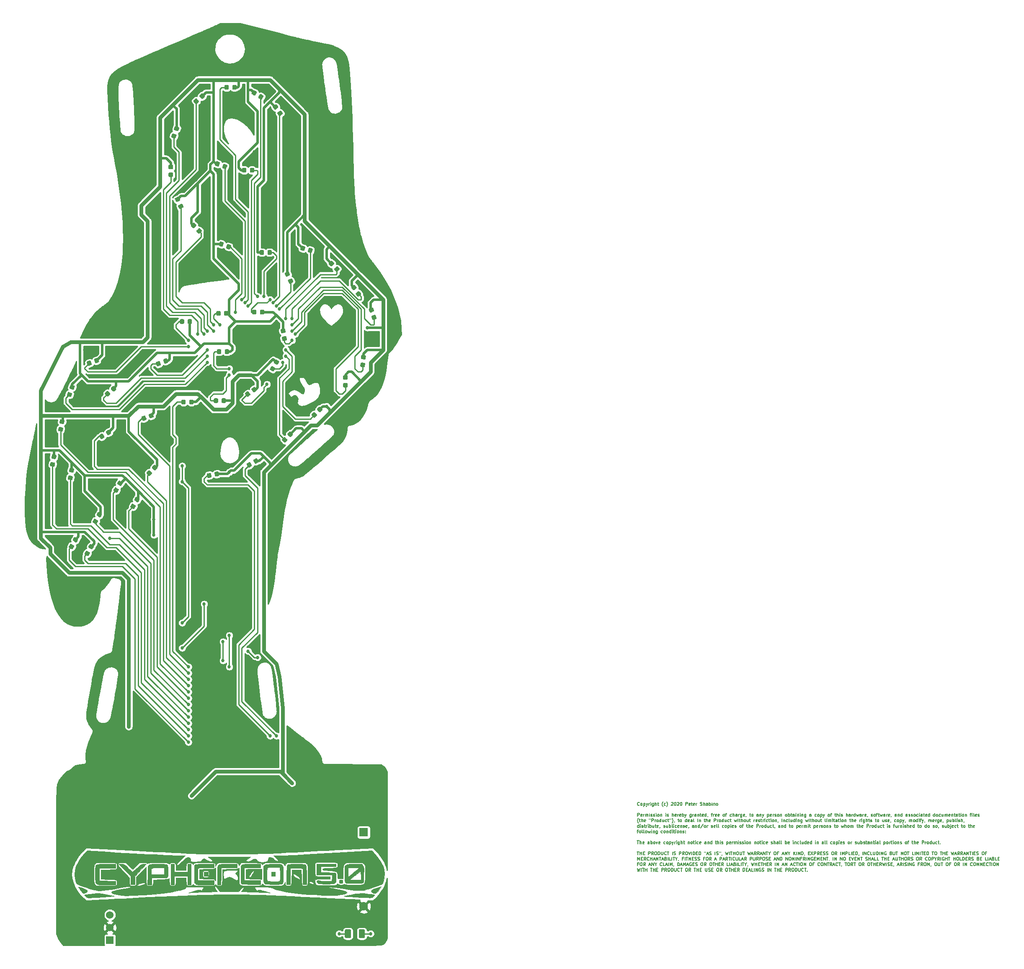
<source format=gtl>
G04 #@! TF.GenerationSoftware,KiCad,Pcbnew,(5.1.5)-3*
G04 #@! TF.CreationDate,2020-02-08T22:33:42-06:00*
G04 #@! TF.ProjectId,tymkrs_Cyphercon_2020_flamingo,74796d6b-7273-45f4-9379-70686572636f,V0*
G04 #@! TF.SameCoordinates,Original*
G04 #@! TF.FileFunction,Copper,L1,Top*
G04 #@! TF.FilePolarity,Positive*
%FSLAX46Y46*%
G04 Gerber Fmt 4.6, Leading zero omitted, Abs format (unit mm)*
G04 Created by KiCad (PCBNEW (5.1.5)-3) date 2020-02-08 22:33:42*
%MOMM*%
%LPD*%
G04 APERTURE LIST*
%ADD10C,0.158750*%
%ADD11C,0.010000*%
%ADD12C,0.100000*%
%ADD13C,1.524000*%
%ADD14R,1.524000X1.524000*%
%ADD15C,1.778000*%
%ADD16R,1.778000X1.778000*%
%ADD17C,0.690000*%
%ADD18C,0.254000*%
%ADD19C,0.762000*%
%ADD20C,0.508000*%
G04 APERTURE END LIST*
D10*
X209913235Y-167660410D02*
X209882997Y-167690648D01*
X209792282Y-167720886D01*
X209731806Y-167720886D01*
X209641092Y-167690648D01*
X209580616Y-167630172D01*
X209550377Y-167569696D01*
X209520139Y-167448744D01*
X209520139Y-167358029D01*
X209550377Y-167237077D01*
X209580616Y-167176601D01*
X209641092Y-167116125D01*
X209731806Y-167085886D01*
X209792282Y-167085886D01*
X209882997Y-167116125D01*
X209913235Y-167146363D01*
X210276092Y-167720886D02*
X210215616Y-167690648D01*
X210185377Y-167660410D01*
X210155139Y-167599934D01*
X210155139Y-167418505D01*
X210185377Y-167358029D01*
X210215616Y-167327791D01*
X210276092Y-167297553D01*
X210366806Y-167297553D01*
X210427282Y-167327791D01*
X210457520Y-167358029D01*
X210487758Y-167418505D01*
X210487758Y-167599934D01*
X210457520Y-167660410D01*
X210427282Y-167690648D01*
X210366806Y-167720886D01*
X210276092Y-167720886D01*
X210759901Y-167297553D02*
X210759901Y-167932553D01*
X210759901Y-167327791D02*
X210820377Y-167297553D01*
X210941330Y-167297553D01*
X211001806Y-167327791D01*
X211032044Y-167358029D01*
X211062282Y-167418505D01*
X211062282Y-167599934D01*
X211032044Y-167660410D01*
X211001806Y-167690648D01*
X210941330Y-167720886D01*
X210820377Y-167720886D01*
X210759901Y-167690648D01*
X211273949Y-167297553D02*
X211425139Y-167720886D01*
X211576330Y-167297553D02*
X211425139Y-167720886D01*
X211364663Y-167872077D01*
X211334425Y-167902315D01*
X211273949Y-167932553D01*
X211818235Y-167720886D02*
X211818235Y-167297553D01*
X211818235Y-167418505D02*
X211848473Y-167358029D01*
X211878711Y-167327791D01*
X211939187Y-167297553D01*
X211999663Y-167297553D01*
X212211330Y-167720886D02*
X212211330Y-167297553D01*
X212211330Y-167085886D02*
X212181092Y-167116125D01*
X212211330Y-167146363D01*
X212241568Y-167116125D01*
X212211330Y-167085886D01*
X212211330Y-167146363D01*
X212785854Y-167297553D02*
X212785854Y-167811601D01*
X212755616Y-167872077D01*
X212725377Y-167902315D01*
X212664901Y-167932553D01*
X212574187Y-167932553D01*
X212513711Y-167902315D01*
X212785854Y-167690648D02*
X212725377Y-167720886D01*
X212604425Y-167720886D01*
X212543949Y-167690648D01*
X212513711Y-167660410D01*
X212483473Y-167599934D01*
X212483473Y-167418505D01*
X212513711Y-167358029D01*
X212543949Y-167327791D01*
X212604425Y-167297553D01*
X212725377Y-167297553D01*
X212785854Y-167327791D01*
X213088235Y-167720886D02*
X213088235Y-167085886D01*
X213360377Y-167720886D02*
X213360377Y-167388267D01*
X213330139Y-167327791D01*
X213269663Y-167297553D01*
X213178949Y-167297553D01*
X213118473Y-167327791D01*
X213088235Y-167358029D01*
X213572044Y-167297553D02*
X213813949Y-167297553D01*
X213662758Y-167085886D02*
X213662758Y-167630172D01*
X213692997Y-167690648D01*
X213753473Y-167720886D01*
X213813949Y-167720886D01*
X214690854Y-167962791D02*
X214660616Y-167932553D01*
X214600139Y-167841839D01*
X214569901Y-167781363D01*
X214539663Y-167690648D01*
X214509425Y-167539458D01*
X214509425Y-167418505D01*
X214539663Y-167267315D01*
X214569901Y-167176601D01*
X214600139Y-167116125D01*
X214660616Y-167025410D01*
X214690854Y-166995172D01*
X215204901Y-167690648D02*
X215144425Y-167720886D01*
X215023473Y-167720886D01*
X214962997Y-167690648D01*
X214932758Y-167660410D01*
X214902520Y-167599934D01*
X214902520Y-167418505D01*
X214932758Y-167358029D01*
X214962997Y-167327791D01*
X215023473Y-167297553D01*
X215144425Y-167297553D01*
X215204901Y-167327791D01*
X215416568Y-167962791D02*
X215446806Y-167932553D01*
X215507282Y-167841839D01*
X215537520Y-167781363D01*
X215567758Y-167690648D01*
X215597997Y-167539458D01*
X215597997Y-167418505D01*
X215567758Y-167267315D01*
X215537520Y-167176601D01*
X215507282Y-167116125D01*
X215446806Y-167025410D01*
X215416568Y-166995172D01*
X216353949Y-167146363D02*
X216384187Y-167116125D01*
X216444663Y-167085886D01*
X216595854Y-167085886D01*
X216656330Y-167116125D01*
X216686568Y-167146363D01*
X216716806Y-167206839D01*
X216716806Y-167267315D01*
X216686568Y-167358029D01*
X216323711Y-167720886D01*
X216716806Y-167720886D01*
X217109901Y-167085886D02*
X217170377Y-167085886D01*
X217230854Y-167116125D01*
X217261092Y-167146363D01*
X217291330Y-167206839D01*
X217321568Y-167327791D01*
X217321568Y-167478982D01*
X217291330Y-167599934D01*
X217261092Y-167660410D01*
X217230854Y-167690648D01*
X217170377Y-167720886D01*
X217109901Y-167720886D01*
X217049425Y-167690648D01*
X217019187Y-167660410D01*
X216988949Y-167599934D01*
X216958711Y-167478982D01*
X216958711Y-167327791D01*
X216988949Y-167206839D01*
X217019187Y-167146363D01*
X217049425Y-167116125D01*
X217109901Y-167085886D01*
X217563473Y-167146363D02*
X217593711Y-167116125D01*
X217654187Y-167085886D01*
X217805377Y-167085886D01*
X217865854Y-167116125D01*
X217896092Y-167146363D01*
X217926330Y-167206839D01*
X217926330Y-167267315D01*
X217896092Y-167358029D01*
X217533235Y-167720886D01*
X217926330Y-167720886D01*
X218319425Y-167085886D02*
X218379901Y-167085886D01*
X218440377Y-167116125D01*
X218470616Y-167146363D01*
X218500854Y-167206839D01*
X218531092Y-167327791D01*
X218531092Y-167478982D01*
X218500854Y-167599934D01*
X218470616Y-167660410D01*
X218440377Y-167690648D01*
X218379901Y-167720886D01*
X218319425Y-167720886D01*
X218258949Y-167690648D01*
X218228711Y-167660410D01*
X218198473Y-167599934D01*
X218168235Y-167478982D01*
X218168235Y-167327791D01*
X218198473Y-167206839D01*
X218228711Y-167146363D01*
X218258949Y-167116125D01*
X218319425Y-167085886D01*
X219287044Y-167720886D02*
X219287044Y-167085886D01*
X219528949Y-167085886D01*
X219589425Y-167116125D01*
X219619663Y-167146363D01*
X219649901Y-167206839D01*
X219649901Y-167297553D01*
X219619663Y-167358029D01*
X219589425Y-167388267D01*
X219528949Y-167418505D01*
X219287044Y-167418505D01*
X220163949Y-167690648D02*
X220103473Y-167720886D01*
X219982520Y-167720886D01*
X219922044Y-167690648D01*
X219891806Y-167630172D01*
X219891806Y-167388267D01*
X219922044Y-167327791D01*
X219982520Y-167297553D01*
X220103473Y-167297553D01*
X220163949Y-167327791D01*
X220194187Y-167388267D01*
X220194187Y-167448744D01*
X219891806Y-167509220D01*
X220375616Y-167297553D02*
X220617520Y-167297553D01*
X220466330Y-167085886D02*
X220466330Y-167630172D01*
X220496568Y-167690648D01*
X220557044Y-167720886D01*
X220617520Y-167720886D01*
X221071092Y-167690648D02*
X221010616Y-167720886D01*
X220889663Y-167720886D01*
X220829187Y-167690648D01*
X220798949Y-167630172D01*
X220798949Y-167388267D01*
X220829187Y-167327791D01*
X220889663Y-167297553D01*
X221010616Y-167297553D01*
X221071092Y-167327791D01*
X221101330Y-167388267D01*
X221101330Y-167448744D01*
X220798949Y-167509220D01*
X221373473Y-167720886D02*
X221373473Y-167297553D01*
X221373473Y-167418505D02*
X221403711Y-167358029D01*
X221433949Y-167327791D01*
X221494425Y-167297553D01*
X221554901Y-167297553D01*
X222220139Y-167690648D02*
X222310854Y-167720886D01*
X222462044Y-167720886D01*
X222522520Y-167690648D01*
X222552758Y-167660410D01*
X222582997Y-167599934D01*
X222582997Y-167539458D01*
X222552758Y-167478982D01*
X222522520Y-167448744D01*
X222462044Y-167418505D01*
X222341092Y-167388267D01*
X222280616Y-167358029D01*
X222250377Y-167327791D01*
X222220139Y-167267315D01*
X222220139Y-167206839D01*
X222250377Y-167146363D01*
X222280616Y-167116125D01*
X222341092Y-167085886D01*
X222492282Y-167085886D01*
X222582997Y-167116125D01*
X222855139Y-167720886D02*
X222855139Y-167085886D01*
X223127282Y-167720886D02*
X223127282Y-167388267D01*
X223097044Y-167327791D01*
X223036568Y-167297553D01*
X222945854Y-167297553D01*
X222885377Y-167327791D01*
X222855139Y-167358029D01*
X223701806Y-167720886D02*
X223701806Y-167388267D01*
X223671568Y-167327791D01*
X223611092Y-167297553D01*
X223490139Y-167297553D01*
X223429663Y-167327791D01*
X223701806Y-167690648D02*
X223641330Y-167720886D01*
X223490139Y-167720886D01*
X223429663Y-167690648D01*
X223399425Y-167630172D01*
X223399425Y-167569696D01*
X223429663Y-167509220D01*
X223490139Y-167478982D01*
X223641330Y-167478982D01*
X223701806Y-167448744D01*
X224004187Y-167720886D02*
X224004187Y-167085886D01*
X224004187Y-167327791D02*
X224064663Y-167297553D01*
X224185616Y-167297553D01*
X224246092Y-167327791D01*
X224276330Y-167358029D01*
X224306568Y-167418505D01*
X224306568Y-167599934D01*
X224276330Y-167660410D01*
X224246092Y-167690648D01*
X224185616Y-167720886D01*
X224064663Y-167720886D01*
X224004187Y-167690648D01*
X224578711Y-167720886D02*
X224578711Y-167297553D01*
X224578711Y-167085886D02*
X224548473Y-167116125D01*
X224578711Y-167146363D01*
X224608949Y-167116125D01*
X224578711Y-167085886D01*
X224578711Y-167146363D01*
X224881092Y-167297553D02*
X224881092Y-167720886D01*
X224881092Y-167358029D02*
X224911330Y-167327791D01*
X224971806Y-167297553D01*
X225062520Y-167297553D01*
X225122997Y-167327791D01*
X225153235Y-167388267D01*
X225153235Y-167720886D01*
X225546330Y-167720886D02*
X225485854Y-167690648D01*
X225455616Y-167660410D01*
X225425377Y-167599934D01*
X225425377Y-167418505D01*
X225455616Y-167358029D01*
X225485854Y-167327791D01*
X225546330Y-167297553D01*
X225637044Y-167297553D01*
X225697520Y-167327791D01*
X225727758Y-167358029D01*
X225757997Y-167418505D01*
X225757997Y-167599934D01*
X225727758Y-167660410D01*
X225697520Y-167690648D01*
X225637044Y-167720886D01*
X225546330Y-167720886D01*
X209550377Y-169943386D02*
X209550377Y-169308386D01*
X209792282Y-169308386D01*
X209852758Y-169338625D01*
X209882997Y-169368863D01*
X209913235Y-169429339D01*
X209913235Y-169520053D01*
X209882997Y-169580529D01*
X209852758Y-169610767D01*
X209792282Y-169641005D01*
X209550377Y-169641005D01*
X210427282Y-169913148D02*
X210366806Y-169943386D01*
X210245854Y-169943386D01*
X210185377Y-169913148D01*
X210155139Y-169852672D01*
X210155139Y-169610767D01*
X210185377Y-169550291D01*
X210245854Y-169520053D01*
X210366806Y-169520053D01*
X210427282Y-169550291D01*
X210457520Y-169610767D01*
X210457520Y-169671244D01*
X210155139Y-169731720D01*
X210729663Y-169943386D02*
X210729663Y-169520053D01*
X210729663Y-169641005D02*
X210759901Y-169580529D01*
X210790139Y-169550291D01*
X210850616Y-169520053D01*
X210911092Y-169520053D01*
X211122758Y-169943386D02*
X211122758Y-169520053D01*
X211122758Y-169580529D02*
X211152997Y-169550291D01*
X211213473Y-169520053D01*
X211304187Y-169520053D01*
X211364663Y-169550291D01*
X211394901Y-169610767D01*
X211394901Y-169943386D01*
X211394901Y-169610767D02*
X211425139Y-169550291D01*
X211485616Y-169520053D01*
X211576330Y-169520053D01*
X211636806Y-169550291D01*
X211667044Y-169610767D01*
X211667044Y-169943386D01*
X211969425Y-169943386D02*
X211969425Y-169520053D01*
X211969425Y-169308386D02*
X211939187Y-169338625D01*
X211969425Y-169368863D01*
X211999663Y-169338625D01*
X211969425Y-169308386D01*
X211969425Y-169368863D01*
X212241568Y-169913148D02*
X212302044Y-169943386D01*
X212422997Y-169943386D01*
X212483473Y-169913148D01*
X212513711Y-169852672D01*
X212513711Y-169822434D01*
X212483473Y-169761958D01*
X212422997Y-169731720D01*
X212332282Y-169731720D01*
X212271806Y-169701482D01*
X212241568Y-169641005D01*
X212241568Y-169610767D01*
X212271806Y-169550291D01*
X212332282Y-169520053D01*
X212422997Y-169520053D01*
X212483473Y-169550291D01*
X212755616Y-169913148D02*
X212816092Y-169943386D01*
X212937044Y-169943386D01*
X212997520Y-169913148D01*
X213027758Y-169852672D01*
X213027758Y-169822434D01*
X212997520Y-169761958D01*
X212937044Y-169731720D01*
X212846330Y-169731720D01*
X212785854Y-169701482D01*
X212755616Y-169641005D01*
X212755616Y-169610767D01*
X212785854Y-169550291D01*
X212846330Y-169520053D01*
X212937044Y-169520053D01*
X212997520Y-169550291D01*
X213299901Y-169943386D02*
X213299901Y-169520053D01*
X213299901Y-169308386D02*
X213269663Y-169338625D01*
X213299901Y-169368863D01*
X213330139Y-169338625D01*
X213299901Y-169308386D01*
X213299901Y-169368863D01*
X213692997Y-169943386D02*
X213632520Y-169913148D01*
X213602282Y-169882910D01*
X213572044Y-169822434D01*
X213572044Y-169641005D01*
X213602282Y-169580529D01*
X213632520Y-169550291D01*
X213692997Y-169520053D01*
X213783711Y-169520053D01*
X213844187Y-169550291D01*
X213874425Y-169580529D01*
X213904663Y-169641005D01*
X213904663Y-169822434D01*
X213874425Y-169882910D01*
X213844187Y-169913148D01*
X213783711Y-169943386D01*
X213692997Y-169943386D01*
X214176806Y-169520053D02*
X214176806Y-169943386D01*
X214176806Y-169580529D02*
X214207044Y-169550291D01*
X214267520Y-169520053D01*
X214358235Y-169520053D01*
X214418711Y-169550291D01*
X214448949Y-169610767D01*
X214448949Y-169943386D01*
X215235139Y-169943386D02*
X215235139Y-169520053D01*
X215235139Y-169308386D02*
X215204901Y-169338625D01*
X215235139Y-169368863D01*
X215265377Y-169338625D01*
X215235139Y-169308386D01*
X215235139Y-169368863D01*
X215507282Y-169913148D02*
X215567758Y-169943386D01*
X215688711Y-169943386D01*
X215749187Y-169913148D01*
X215779425Y-169852672D01*
X215779425Y-169822434D01*
X215749187Y-169761958D01*
X215688711Y-169731720D01*
X215597997Y-169731720D01*
X215537520Y-169701482D01*
X215507282Y-169641005D01*
X215507282Y-169610767D01*
X215537520Y-169550291D01*
X215597997Y-169520053D01*
X215688711Y-169520053D01*
X215749187Y-169550291D01*
X216535377Y-169943386D02*
X216535377Y-169308386D01*
X216807520Y-169943386D02*
X216807520Y-169610767D01*
X216777282Y-169550291D01*
X216716806Y-169520053D01*
X216626092Y-169520053D01*
X216565616Y-169550291D01*
X216535377Y-169580529D01*
X217351806Y-169913148D02*
X217291330Y-169943386D01*
X217170377Y-169943386D01*
X217109901Y-169913148D01*
X217079663Y-169852672D01*
X217079663Y-169610767D01*
X217109901Y-169550291D01*
X217170377Y-169520053D01*
X217291330Y-169520053D01*
X217351806Y-169550291D01*
X217382044Y-169610767D01*
X217382044Y-169671244D01*
X217079663Y-169731720D01*
X217654187Y-169943386D02*
X217654187Y-169520053D01*
X217654187Y-169641005D02*
X217684425Y-169580529D01*
X217714663Y-169550291D01*
X217775139Y-169520053D01*
X217835616Y-169520053D01*
X218289187Y-169913148D02*
X218228711Y-169943386D01*
X218107758Y-169943386D01*
X218047282Y-169913148D01*
X218017044Y-169852672D01*
X218017044Y-169610767D01*
X218047282Y-169550291D01*
X218107758Y-169520053D01*
X218228711Y-169520053D01*
X218289187Y-169550291D01*
X218319425Y-169610767D01*
X218319425Y-169671244D01*
X218017044Y-169731720D01*
X218591568Y-169943386D02*
X218591568Y-169308386D01*
X218591568Y-169550291D02*
X218652044Y-169520053D01*
X218772997Y-169520053D01*
X218833473Y-169550291D01*
X218863711Y-169580529D01*
X218893949Y-169641005D01*
X218893949Y-169822434D01*
X218863711Y-169882910D01*
X218833473Y-169913148D01*
X218772997Y-169943386D01*
X218652044Y-169943386D01*
X218591568Y-169913148D01*
X219105616Y-169520053D02*
X219256806Y-169943386D01*
X219407997Y-169520053D02*
X219256806Y-169943386D01*
X219196330Y-170094577D01*
X219166092Y-170124815D01*
X219105616Y-170155053D01*
X220405854Y-169520053D02*
X220405854Y-170034101D01*
X220375616Y-170094577D01*
X220345377Y-170124815D01*
X220284901Y-170155053D01*
X220194187Y-170155053D01*
X220133711Y-170124815D01*
X220405854Y-169913148D02*
X220345377Y-169943386D01*
X220224425Y-169943386D01*
X220163949Y-169913148D01*
X220133711Y-169882910D01*
X220103473Y-169822434D01*
X220103473Y-169641005D01*
X220133711Y-169580529D01*
X220163949Y-169550291D01*
X220224425Y-169520053D01*
X220345377Y-169520053D01*
X220405854Y-169550291D01*
X220708235Y-169943386D02*
X220708235Y-169520053D01*
X220708235Y-169641005D02*
X220738473Y-169580529D01*
X220768711Y-169550291D01*
X220829187Y-169520053D01*
X220889663Y-169520053D01*
X221373473Y-169943386D02*
X221373473Y-169610767D01*
X221343235Y-169550291D01*
X221282758Y-169520053D01*
X221161806Y-169520053D01*
X221101330Y-169550291D01*
X221373473Y-169913148D02*
X221312997Y-169943386D01*
X221161806Y-169943386D01*
X221101330Y-169913148D01*
X221071092Y-169852672D01*
X221071092Y-169792196D01*
X221101330Y-169731720D01*
X221161806Y-169701482D01*
X221312997Y-169701482D01*
X221373473Y-169671244D01*
X221675854Y-169520053D02*
X221675854Y-169943386D01*
X221675854Y-169580529D02*
X221706092Y-169550291D01*
X221766568Y-169520053D01*
X221857282Y-169520053D01*
X221917758Y-169550291D01*
X221947997Y-169610767D01*
X221947997Y-169943386D01*
X222159663Y-169520053D02*
X222401568Y-169520053D01*
X222250377Y-169308386D02*
X222250377Y-169852672D01*
X222280616Y-169913148D01*
X222341092Y-169943386D01*
X222401568Y-169943386D01*
X222855139Y-169913148D02*
X222794663Y-169943386D01*
X222673711Y-169943386D01*
X222613235Y-169913148D01*
X222582997Y-169852672D01*
X222582997Y-169610767D01*
X222613235Y-169550291D01*
X222673711Y-169520053D01*
X222794663Y-169520053D01*
X222855139Y-169550291D01*
X222885377Y-169610767D01*
X222885377Y-169671244D01*
X222582997Y-169731720D01*
X223429663Y-169943386D02*
X223429663Y-169308386D01*
X223429663Y-169913148D02*
X223369187Y-169943386D01*
X223248235Y-169943386D01*
X223187758Y-169913148D01*
X223157520Y-169882910D01*
X223127282Y-169822434D01*
X223127282Y-169641005D01*
X223157520Y-169580529D01*
X223187758Y-169550291D01*
X223248235Y-169520053D01*
X223369187Y-169520053D01*
X223429663Y-169550291D01*
X223762282Y-169913148D02*
X223762282Y-169943386D01*
X223732044Y-170003863D01*
X223701806Y-170034101D01*
X224427520Y-169520053D02*
X224669425Y-169520053D01*
X224518235Y-169943386D02*
X224518235Y-169399101D01*
X224548473Y-169338625D01*
X224608949Y-169308386D01*
X224669425Y-169308386D01*
X224881092Y-169943386D02*
X224881092Y-169520053D01*
X224881092Y-169641005D02*
X224911330Y-169580529D01*
X224941568Y-169550291D01*
X225002044Y-169520053D01*
X225062520Y-169520053D01*
X225516092Y-169913148D02*
X225455616Y-169943386D01*
X225334663Y-169943386D01*
X225274187Y-169913148D01*
X225243949Y-169852672D01*
X225243949Y-169610767D01*
X225274187Y-169550291D01*
X225334663Y-169520053D01*
X225455616Y-169520053D01*
X225516092Y-169550291D01*
X225546330Y-169610767D01*
X225546330Y-169671244D01*
X225243949Y-169731720D01*
X226060377Y-169913148D02*
X225999901Y-169943386D01*
X225878949Y-169943386D01*
X225818473Y-169913148D01*
X225788235Y-169852672D01*
X225788235Y-169610767D01*
X225818473Y-169550291D01*
X225878949Y-169520053D01*
X225999901Y-169520053D01*
X226060377Y-169550291D01*
X226090616Y-169610767D01*
X226090616Y-169671244D01*
X225788235Y-169731720D01*
X226937282Y-169943386D02*
X226876806Y-169913148D01*
X226846568Y-169882910D01*
X226816330Y-169822434D01*
X226816330Y-169641005D01*
X226846568Y-169580529D01*
X226876806Y-169550291D01*
X226937282Y-169520053D01*
X227027997Y-169520053D01*
X227088473Y-169550291D01*
X227118711Y-169580529D01*
X227148949Y-169641005D01*
X227148949Y-169822434D01*
X227118711Y-169882910D01*
X227088473Y-169913148D01*
X227027997Y-169943386D01*
X226937282Y-169943386D01*
X227330377Y-169520053D02*
X227572282Y-169520053D01*
X227421092Y-169943386D02*
X227421092Y-169399101D01*
X227451330Y-169338625D01*
X227511806Y-169308386D01*
X227572282Y-169308386D01*
X228539901Y-169913148D02*
X228479425Y-169943386D01*
X228358473Y-169943386D01*
X228297997Y-169913148D01*
X228267758Y-169882910D01*
X228237520Y-169822434D01*
X228237520Y-169641005D01*
X228267758Y-169580529D01*
X228297997Y-169550291D01*
X228358473Y-169520053D01*
X228479425Y-169520053D01*
X228539901Y-169550291D01*
X228812044Y-169943386D02*
X228812044Y-169308386D01*
X229084187Y-169943386D02*
X229084187Y-169610767D01*
X229053949Y-169550291D01*
X228993473Y-169520053D01*
X228902758Y-169520053D01*
X228842282Y-169550291D01*
X228812044Y-169580529D01*
X229658711Y-169943386D02*
X229658711Y-169610767D01*
X229628473Y-169550291D01*
X229567997Y-169520053D01*
X229447044Y-169520053D01*
X229386568Y-169550291D01*
X229658711Y-169913148D02*
X229598235Y-169943386D01*
X229447044Y-169943386D01*
X229386568Y-169913148D01*
X229356330Y-169852672D01*
X229356330Y-169792196D01*
X229386568Y-169731720D01*
X229447044Y-169701482D01*
X229598235Y-169701482D01*
X229658711Y-169671244D01*
X229961092Y-169943386D02*
X229961092Y-169520053D01*
X229961092Y-169641005D02*
X229991330Y-169580529D01*
X230021568Y-169550291D01*
X230082044Y-169520053D01*
X230142520Y-169520053D01*
X230626330Y-169520053D02*
X230626330Y-170034101D01*
X230596092Y-170094577D01*
X230565854Y-170124815D01*
X230505377Y-170155053D01*
X230414663Y-170155053D01*
X230354187Y-170124815D01*
X230626330Y-169913148D02*
X230565854Y-169943386D01*
X230444901Y-169943386D01*
X230384425Y-169913148D01*
X230354187Y-169882910D01*
X230323949Y-169822434D01*
X230323949Y-169641005D01*
X230354187Y-169580529D01*
X230384425Y-169550291D01*
X230444901Y-169520053D01*
X230565854Y-169520053D01*
X230626330Y-169550291D01*
X231170616Y-169913148D02*
X231110139Y-169943386D01*
X230989187Y-169943386D01*
X230928711Y-169913148D01*
X230898473Y-169852672D01*
X230898473Y-169610767D01*
X230928711Y-169550291D01*
X230989187Y-169520053D01*
X231110139Y-169520053D01*
X231170616Y-169550291D01*
X231200854Y-169610767D01*
X231200854Y-169671244D01*
X230898473Y-169731720D01*
X231503235Y-169913148D02*
X231503235Y-169943386D01*
X231472997Y-170003863D01*
X231442758Y-170034101D01*
X232168473Y-169520053D02*
X232410377Y-169520053D01*
X232259187Y-169308386D02*
X232259187Y-169852672D01*
X232289425Y-169913148D01*
X232349901Y-169943386D01*
X232410377Y-169943386D01*
X232712758Y-169943386D02*
X232652282Y-169913148D01*
X232622044Y-169882910D01*
X232591806Y-169822434D01*
X232591806Y-169641005D01*
X232622044Y-169580529D01*
X232652282Y-169550291D01*
X232712758Y-169520053D01*
X232803473Y-169520053D01*
X232863949Y-169550291D01*
X232894187Y-169580529D01*
X232924425Y-169641005D01*
X232924425Y-169822434D01*
X232894187Y-169882910D01*
X232863949Y-169913148D01*
X232803473Y-169943386D01*
X232712758Y-169943386D01*
X233952520Y-169943386D02*
X233952520Y-169610767D01*
X233922282Y-169550291D01*
X233861806Y-169520053D01*
X233740854Y-169520053D01*
X233680377Y-169550291D01*
X233952520Y-169913148D02*
X233892044Y-169943386D01*
X233740854Y-169943386D01*
X233680377Y-169913148D01*
X233650139Y-169852672D01*
X233650139Y-169792196D01*
X233680377Y-169731720D01*
X233740854Y-169701482D01*
X233892044Y-169701482D01*
X233952520Y-169671244D01*
X234254901Y-169520053D02*
X234254901Y-169943386D01*
X234254901Y-169580529D02*
X234285139Y-169550291D01*
X234345616Y-169520053D01*
X234436330Y-169520053D01*
X234496806Y-169550291D01*
X234527044Y-169610767D01*
X234527044Y-169943386D01*
X234768949Y-169520053D02*
X234920139Y-169943386D01*
X235071330Y-169520053D02*
X234920139Y-169943386D01*
X234859663Y-170094577D01*
X234829425Y-170124815D01*
X234768949Y-170155053D01*
X235797044Y-169520053D02*
X235797044Y-170155053D01*
X235797044Y-169550291D02*
X235857520Y-169520053D01*
X235978473Y-169520053D01*
X236038949Y-169550291D01*
X236069187Y-169580529D01*
X236099425Y-169641005D01*
X236099425Y-169822434D01*
X236069187Y-169882910D01*
X236038949Y-169913148D01*
X235978473Y-169943386D01*
X235857520Y-169943386D01*
X235797044Y-169913148D01*
X236613473Y-169913148D02*
X236552997Y-169943386D01*
X236432044Y-169943386D01*
X236371568Y-169913148D01*
X236341330Y-169852672D01*
X236341330Y-169610767D01*
X236371568Y-169550291D01*
X236432044Y-169520053D01*
X236552997Y-169520053D01*
X236613473Y-169550291D01*
X236643711Y-169610767D01*
X236643711Y-169671244D01*
X236341330Y-169731720D01*
X236915854Y-169943386D02*
X236915854Y-169520053D01*
X236915854Y-169641005D02*
X236946092Y-169580529D01*
X236976330Y-169550291D01*
X237036806Y-169520053D01*
X237097282Y-169520053D01*
X237278711Y-169913148D02*
X237339187Y-169943386D01*
X237460139Y-169943386D01*
X237520616Y-169913148D01*
X237550854Y-169852672D01*
X237550854Y-169822434D01*
X237520616Y-169761958D01*
X237460139Y-169731720D01*
X237369425Y-169731720D01*
X237308949Y-169701482D01*
X237278711Y-169641005D01*
X237278711Y-169610767D01*
X237308949Y-169550291D01*
X237369425Y-169520053D01*
X237460139Y-169520053D01*
X237520616Y-169550291D01*
X237913711Y-169943386D02*
X237853235Y-169913148D01*
X237822997Y-169882910D01*
X237792758Y-169822434D01*
X237792758Y-169641005D01*
X237822997Y-169580529D01*
X237853235Y-169550291D01*
X237913711Y-169520053D01*
X238004425Y-169520053D01*
X238064901Y-169550291D01*
X238095139Y-169580529D01*
X238125377Y-169641005D01*
X238125377Y-169822434D01*
X238095139Y-169882910D01*
X238064901Y-169913148D01*
X238004425Y-169943386D01*
X237913711Y-169943386D01*
X238397520Y-169520053D02*
X238397520Y-169943386D01*
X238397520Y-169580529D02*
X238427758Y-169550291D01*
X238488235Y-169520053D01*
X238578949Y-169520053D01*
X238639425Y-169550291D01*
X238669663Y-169610767D01*
X238669663Y-169943386D01*
X239546568Y-169943386D02*
X239486092Y-169913148D01*
X239455854Y-169882910D01*
X239425616Y-169822434D01*
X239425616Y-169641005D01*
X239455854Y-169580529D01*
X239486092Y-169550291D01*
X239546568Y-169520053D01*
X239637282Y-169520053D01*
X239697758Y-169550291D01*
X239727997Y-169580529D01*
X239758235Y-169641005D01*
X239758235Y-169822434D01*
X239727997Y-169882910D01*
X239697758Y-169913148D01*
X239637282Y-169943386D01*
X239546568Y-169943386D01*
X240030377Y-169943386D02*
X240030377Y-169308386D01*
X240030377Y-169550291D02*
X240090854Y-169520053D01*
X240211806Y-169520053D01*
X240272282Y-169550291D01*
X240302520Y-169580529D01*
X240332758Y-169641005D01*
X240332758Y-169822434D01*
X240302520Y-169882910D01*
X240272282Y-169913148D01*
X240211806Y-169943386D01*
X240090854Y-169943386D01*
X240030377Y-169913148D01*
X240514187Y-169520053D02*
X240756092Y-169520053D01*
X240604901Y-169308386D02*
X240604901Y-169852672D01*
X240635139Y-169913148D01*
X240695616Y-169943386D01*
X240756092Y-169943386D01*
X241239901Y-169943386D02*
X241239901Y-169610767D01*
X241209663Y-169550291D01*
X241149187Y-169520053D01*
X241028235Y-169520053D01*
X240967758Y-169550291D01*
X241239901Y-169913148D02*
X241179425Y-169943386D01*
X241028235Y-169943386D01*
X240967758Y-169913148D01*
X240937520Y-169852672D01*
X240937520Y-169792196D01*
X240967758Y-169731720D01*
X241028235Y-169701482D01*
X241179425Y-169701482D01*
X241239901Y-169671244D01*
X241542282Y-169943386D02*
X241542282Y-169520053D01*
X241542282Y-169308386D02*
X241512044Y-169338625D01*
X241542282Y-169368863D01*
X241572520Y-169338625D01*
X241542282Y-169308386D01*
X241542282Y-169368863D01*
X241844663Y-169520053D02*
X241844663Y-169943386D01*
X241844663Y-169580529D02*
X241874901Y-169550291D01*
X241935377Y-169520053D01*
X242026092Y-169520053D01*
X242086568Y-169550291D01*
X242116806Y-169610767D01*
X242116806Y-169943386D01*
X242419187Y-169943386D02*
X242419187Y-169520053D01*
X242419187Y-169308386D02*
X242388949Y-169338625D01*
X242419187Y-169368863D01*
X242449425Y-169338625D01*
X242419187Y-169308386D01*
X242419187Y-169368863D01*
X242721568Y-169520053D02*
X242721568Y-169943386D01*
X242721568Y-169580529D02*
X242751806Y-169550291D01*
X242812282Y-169520053D01*
X242902997Y-169520053D01*
X242963473Y-169550291D01*
X242993711Y-169610767D01*
X242993711Y-169943386D01*
X243568235Y-169520053D02*
X243568235Y-170034101D01*
X243537997Y-170094577D01*
X243507758Y-170124815D01*
X243447282Y-170155053D01*
X243356568Y-170155053D01*
X243296092Y-170124815D01*
X243568235Y-169913148D02*
X243507758Y-169943386D01*
X243386806Y-169943386D01*
X243326330Y-169913148D01*
X243296092Y-169882910D01*
X243265854Y-169822434D01*
X243265854Y-169641005D01*
X243296092Y-169580529D01*
X243326330Y-169550291D01*
X243386806Y-169520053D01*
X243507758Y-169520053D01*
X243568235Y-169550291D01*
X244626568Y-169943386D02*
X244626568Y-169610767D01*
X244596330Y-169550291D01*
X244535854Y-169520053D01*
X244414901Y-169520053D01*
X244354425Y-169550291D01*
X244626568Y-169913148D02*
X244566092Y-169943386D01*
X244414901Y-169943386D01*
X244354425Y-169913148D01*
X244324187Y-169852672D01*
X244324187Y-169792196D01*
X244354425Y-169731720D01*
X244414901Y-169701482D01*
X244566092Y-169701482D01*
X244626568Y-169671244D01*
X245684901Y-169913148D02*
X245624425Y-169943386D01*
X245503473Y-169943386D01*
X245442997Y-169913148D01*
X245412758Y-169882910D01*
X245382520Y-169822434D01*
X245382520Y-169641005D01*
X245412758Y-169580529D01*
X245442997Y-169550291D01*
X245503473Y-169520053D01*
X245624425Y-169520053D01*
X245684901Y-169550291D01*
X246047758Y-169943386D02*
X245987282Y-169913148D01*
X245957044Y-169882910D01*
X245926806Y-169822434D01*
X245926806Y-169641005D01*
X245957044Y-169580529D01*
X245987282Y-169550291D01*
X246047758Y-169520053D01*
X246138473Y-169520053D01*
X246198949Y-169550291D01*
X246229187Y-169580529D01*
X246259425Y-169641005D01*
X246259425Y-169822434D01*
X246229187Y-169882910D01*
X246198949Y-169913148D01*
X246138473Y-169943386D01*
X246047758Y-169943386D01*
X246531568Y-169520053D02*
X246531568Y-170155053D01*
X246531568Y-169550291D02*
X246592044Y-169520053D01*
X246712997Y-169520053D01*
X246773473Y-169550291D01*
X246803711Y-169580529D01*
X246833949Y-169641005D01*
X246833949Y-169822434D01*
X246803711Y-169882910D01*
X246773473Y-169913148D01*
X246712997Y-169943386D01*
X246592044Y-169943386D01*
X246531568Y-169913148D01*
X247045616Y-169520053D02*
X247196806Y-169943386D01*
X247347997Y-169520053D02*
X247196806Y-169943386D01*
X247136330Y-170094577D01*
X247106092Y-170124815D01*
X247045616Y-170155053D01*
X248164425Y-169943386D02*
X248103949Y-169913148D01*
X248073711Y-169882910D01*
X248043473Y-169822434D01*
X248043473Y-169641005D01*
X248073711Y-169580529D01*
X248103949Y-169550291D01*
X248164425Y-169520053D01*
X248255139Y-169520053D01*
X248315616Y-169550291D01*
X248345854Y-169580529D01*
X248376092Y-169641005D01*
X248376092Y-169822434D01*
X248345854Y-169882910D01*
X248315616Y-169913148D01*
X248255139Y-169943386D01*
X248164425Y-169943386D01*
X248557520Y-169520053D02*
X248799425Y-169520053D01*
X248648235Y-169943386D02*
X248648235Y-169399101D01*
X248678473Y-169338625D01*
X248738949Y-169308386D01*
X248799425Y-169308386D01*
X249404187Y-169520053D02*
X249646092Y-169520053D01*
X249494901Y-169308386D02*
X249494901Y-169852672D01*
X249525139Y-169913148D01*
X249585616Y-169943386D01*
X249646092Y-169943386D01*
X249857758Y-169943386D02*
X249857758Y-169308386D01*
X250129901Y-169943386D02*
X250129901Y-169610767D01*
X250099663Y-169550291D01*
X250039187Y-169520053D01*
X249948473Y-169520053D01*
X249887997Y-169550291D01*
X249857758Y-169580529D01*
X250432282Y-169943386D02*
X250432282Y-169520053D01*
X250432282Y-169308386D02*
X250402044Y-169338625D01*
X250432282Y-169368863D01*
X250462520Y-169338625D01*
X250432282Y-169308386D01*
X250432282Y-169368863D01*
X250704425Y-169913148D02*
X250764901Y-169943386D01*
X250885854Y-169943386D01*
X250946330Y-169913148D01*
X250976568Y-169852672D01*
X250976568Y-169822434D01*
X250946330Y-169761958D01*
X250885854Y-169731720D01*
X250795139Y-169731720D01*
X250734663Y-169701482D01*
X250704425Y-169641005D01*
X250704425Y-169610767D01*
X250734663Y-169550291D01*
X250795139Y-169520053D01*
X250885854Y-169520053D01*
X250946330Y-169550291D01*
X251732520Y-169943386D02*
X251732520Y-169308386D01*
X252004663Y-169943386D02*
X252004663Y-169610767D01*
X251974425Y-169550291D01*
X251913949Y-169520053D01*
X251823235Y-169520053D01*
X251762758Y-169550291D01*
X251732520Y-169580529D01*
X252579187Y-169943386D02*
X252579187Y-169610767D01*
X252548949Y-169550291D01*
X252488473Y-169520053D01*
X252367520Y-169520053D01*
X252307044Y-169550291D01*
X252579187Y-169913148D02*
X252518711Y-169943386D01*
X252367520Y-169943386D01*
X252307044Y-169913148D01*
X252276806Y-169852672D01*
X252276806Y-169792196D01*
X252307044Y-169731720D01*
X252367520Y-169701482D01*
X252518711Y-169701482D01*
X252579187Y-169671244D01*
X252881568Y-169943386D02*
X252881568Y-169520053D01*
X252881568Y-169641005D02*
X252911806Y-169580529D01*
X252942044Y-169550291D01*
X253002520Y-169520053D01*
X253062997Y-169520053D01*
X253546806Y-169943386D02*
X253546806Y-169308386D01*
X253546806Y-169913148D02*
X253486330Y-169943386D01*
X253365377Y-169943386D01*
X253304901Y-169913148D01*
X253274663Y-169882910D01*
X253244425Y-169822434D01*
X253244425Y-169641005D01*
X253274663Y-169580529D01*
X253304901Y-169550291D01*
X253365377Y-169520053D01*
X253486330Y-169520053D01*
X253546806Y-169550291D01*
X253788711Y-169520053D02*
X253909663Y-169943386D01*
X254030616Y-169641005D01*
X254151568Y-169943386D01*
X254272520Y-169520053D01*
X254786568Y-169943386D02*
X254786568Y-169610767D01*
X254756330Y-169550291D01*
X254695854Y-169520053D01*
X254574901Y-169520053D01*
X254514425Y-169550291D01*
X254786568Y-169913148D02*
X254726092Y-169943386D01*
X254574901Y-169943386D01*
X254514425Y-169913148D01*
X254484187Y-169852672D01*
X254484187Y-169792196D01*
X254514425Y-169731720D01*
X254574901Y-169701482D01*
X254726092Y-169701482D01*
X254786568Y-169671244D01*
X255088949Y-169943386D02*
X255088949Y-169520053D01*
X255088949Y-169641005D02*
X255119187Y-169580529D01*
X255149425Y-169550291D01*
X255209901Y-169520053D01*
X255270377Y-169520053D01*
X255723949Y-169913148D02*
X255663473Y-169943386D01*
X255542520Y-169943386D01*
X255482044Y-169913148D01*
X255451806Y-169852672D01*
X255451806Y-169610767D01*
X255482044Y-169550291D01*
X255542520Y-169520053D01*
X255663473Y-169520053D01*
X255723949Y-169550291D01*
X255754187Y-169610767D01*
X255754187Y-169671244D01*
X255451806Y-169731720D01*
X256056568Y-169913148D02*
X256056568Y-169943386D01*
X256026330Y-170003863D01*
X255996092Y-170034101D01*
X256782282Y-169913148D02*
X256842758Y-169943386D01*
X256963711Y-169943386D01*
X257024187Y-169913148D01*
X257054425Y-169852672D01*
X257054425Y-169822434D01*
X257024187Y-169761958D01*
X256963711Y-169731720D01*
X256872997Y-169731720D01*
X256812520Y-169701482D01*
X256782282Y-169641005D01*
X256782282Y-169610767D01*
X256812520Y-169550291D01*
X256872997Y-169520053D01*
X256963711Y-169520053D01*
X257024187Y-169550291D01*
X257417282Y-169943386D02*
X257356806Y-169913148D01*
X257326568Y-169882910D01*
X257296330Y-169822434D01*
X257296330Y-169641005D01*
X257326568Y-169580529D01*
X257356806Y-169550291D01*
X257417282Y-169520053D01*
X257507997Y-169520053D01*
X257568473Y-169550291D01*
X257598711Y-169580529D01*
X257628949Y-169641005D01*
X257628949Y-169822434D01*
X257598711Y-169882910D01*
X257568473Y-169913148D01*
X257507997Y-169943386D01*
X257417282Y-169943386D01*
X257810377Y-169520053D02*
X258052282Y-169520053D01*
X257901092Y-169943386D02*
X257901092Y-169399101D01*
X257931330Y-169338625D01*
X257991806Y-169308386D01*
X258052282Y-169308386D01*
X258173235Y-169520053D02*
X258415139Y-169520053D01*
X258263949Y-169308386D02*
X258263949Y-169852672D01*
X258294187Y-169913148D01*
X258354663Y-169943386D01*
X258415139Y-169943386D01*
X258566330Y-169520053D02*
X258687282Y-169943386D01*
X258808235Y-169641005D01*
X258929187Y-169943386D01*
X259050139Y-169520053D01*
X259564187Y-169943386D02*
X259564187Y-169610767D01*
X259533949Y-169550291D01*
X259473473Y-169520053D01*
X259352520Y-169520053D01*
X259292044Y-169550291D01*
X259564187Y-169913148D02*
X259503711Y-169943386D01*
X259352520Y-169943386D01*
X259292044Y-169913148D01*
X259261806Y-169852672D01*
X259261806Y-169792196D01*
X259292044Y-169731720D01*
X259352520Y-169701482D01*
X259503711Y-169701482D01*
X259564187Y-169671244D01*
X259866568Y-169943386D02*
X259866568Y-169520053D01*
X259866568Y-169641005D02*
X259896806Y-169580529D01*
X259927044Y-169550291D01*
X259987520Y-169520053D01*
X260047997Y-169520053D01*
X260501568Y-169913148D02*
X260441092Y-169943386D01*
X260320139Y-169943386D01*
X260259663Y-169913148D01*
X260229425Y-169852672D01*
X260229425Y-169610767D01*
X260259663Y-169550291D01*
X260320139Y-169520053D01*
X260441092Y-169520053D01*
X260501568Y-169550291D01*
X260531806Y-169610767D01*
X260531806Y-169671244D01*
X260229425Y-169731720D01*
X260834187Y-169913148D02*
X260834187Y-169943386D01*
X260803949Y-170003863D01*
X260773711Y-170034101D01*
X261862282Y-169943386D02*
X261862282Y-169610767D01*
X261832044Y-169550291D01*
X261771568Y-169520053D01*
X261650616Y-169520053D01*
X261590139Y-169550291D01*
X261862282Y-169913148D02*
X261801806Y-169943386D01*
X261650616Y-169943386D01*
X261590139Y-169913148D01*
X261559901Y-169852672D01*
X261559901Y-169792196D01*
X261590139Y-169731720D01*
X261650616Y-169701482D01*
X261801806Y-169701482D01*
X261862282Y-169671244D01*
X262164663Y-169520053D02*
X262164663Y-169943386D01*
X262164663Y-169580529D02*
X262194901Y-169550291D01*
X262255377Y-169520053D01*
X262346092Y-169520053D01*
X262406568Y-169550291D01*
X262436806Y-169610767D01*
X262436806Y-169943386D01*
X263011330Y-169943386D02*
X263011330Y-169308386D01*
X263011330Y-169913148D02*
X262950854Y-169943386D01*
X262829901Y-169943386D01*
X262769425Y-169913148D01*
X262739187Y-169882910D01*
X262708949Y-169822434D01*
X262708949Y-169641005D01*
X262739187Y-169580529D01*
X262769425Y-169550291D01*
X262829901Y-169520053D01*
X262950854Y-169520053D01*
X263011330Y-169550291D01*
X264069663Y-169943386D02*
X264069663Y-169610767D01*
X264039425Y-169550291D01*
X263978949Y-169520053D01*
X263857997Y-169520053D01*
X263797520Y-169550291D01*
X264069663Y-169913148D02*
X264009187Y-169943386D01*
X263857997Y-169943386D01*
X263797520Y-169913148D01*
X263767282Y-169852672D01*
X263767282Y-169792196D01*
X263797520Y-169731720D01*
X263857997Y-169701482D01*
X264009187Y-169701482D01*
X264069663Y-169671244D01*
X264341806Y-169913148D02*
X264402282Y-169943386D01*
X264523235Y-169943386D01*
X264583711Y-169913148D01*
X264613949Y-169852672D01*
X264613949Y-169822434D01*
X264583711Y-169761958D01*
X264523235Y-169731720D01*
X264432520Y-169731720D01*
X264372044Y-169701482D01*
X264341806Y-169641005D01*
X264341806Y-169610767D01*
X264372044Y-169550291D01*
X264432520Y-169520053D01*
X264523235Y-169520053D01*
X264583711Y-169550291D01*
X264855854Y-169913148D02*
X264916330Y-169943386D01*
X265037282Y-169943386D01*
X265097758Y-169913148D01*
X265127997Y-169852672D01*
X265127997Y-169822434D01*
X265097758Y-169761958D01*
X265037282Y-169731720D01*
X264946568Y-169731720D01*
X264886092Y-169701482D01*
X264855854Y-169641005D01*
X264855854Y-169610767D01*
X264886092Y-169550291D01*
X264946568Y-169520053D01*
X265037282Y-169520053D01*
X265097758Y-169550291D01*
X265490854Y-169943386D02*
X265430377Y-169913148D01*
X265400139Y-169882910D01*
X265369901Y-169822434D01*
X265369901Y-169641005D01*
X265400139Y-169580529D01*
X265430377Y-169550291D01*
X265490854Y-169520053D01*
X265581568Y-169520053D01*
X265642044Y-169550291D01*
X265672282Y-169580529D01*
X265702520Y-169641005D01*
X265702520Y-169822434D01*
X265672282Y-169882910D01*
X265642044Y-169913148D01*
X265581568Y-169943386D01*
X265490854Y-169943386D01*
X266246806Y-169913148D02*
X266186330Y-169943386D01*
X266065377Y-169943386D01*
X266004901Y-169913148D01*
X265974663Y-169882910D01*
X265944425Y-169822434D01*
X265944425Y-169641005D01*
X265974663Y-169580529D01*
X266004901Y-169550291D01*
X266065377Y-169520053D01*
X266186330Y-169520053D01*
X266246806Y-169550291D01*
X266518949Y-169943386D02*
X266518949Y-169520053D01*
X266518949Y-169308386D02*
X266488711Y-169338625D01*
X266518949Y-169368863D01*
X266549187Y-169338625D01*
X266518949Y-169308386D01*
X266518949Y-169368863D01*
X267093473Y-169943386D02*
X267093473Y-169610767D01*
X267063235Y-169550291D01*
X267002758Y-169520053D01*
X266881806Y-169520053D01*
X266821330Y-169550291D01*
X267093473Y-169913148D02*
X267032997Y-169943386D01*
X266881806Y-169943386D01*
X266821330Y-169913148D01*
X266791092Y-169852672D01*
X266791092Y-169792196D01*
X266821330Y-169731720D01*
X266881806Y-169701482D01*
X267032997Y-169701482D01*
X267093473Y-169671244D01*
X267305139Y-169520053D02*
X267547044Y-169520053D01*
X267395854Y-169308386D02*
X267395854Y-169852672D01*
X267426092Y-169913148D01*
X267486568Y-169943386D01*
X267547044Y-169943386D01*
X268000616Y-169913148D02*
X267940139Y-169943386D01*
X267819187Y-169943386D01*
X267758711Y-169913148D01*
X267728473Y-169852672D01*
X267728473Y-169610767D01*
X267758711Y-169550291D01*
X267819187Y-169520053D01*
X267940139Y-169520053D01*
X268000616Y-169550291D01*
X268030854Y-169610767D01*
X268030854Y-169671244D01*
X267728473Y-169731720D01*
X268575139Y-169943386D02*
X268575139Y-169308386D01*
X268575139Y-169913148D02*
X268514663Y-169943386D01*
X268393711Y-169943386D01*
X268333235Y-169913148D01*
X268302997Y-169882910D01*
X268272758Y-169822434D01*
X268272758Y-169641005D01*
X268302997Y-169580529D01*
X268333235Y-169550291D01*
X268393711Y-169520053D01*
X268514663Y-169520053D01*
X268575139Y-169550291D01*
X269633473Y-169943386D02*
X269633473Y-169308386D01*
X269633473Y-169913148D02*
X269572997Y-169943386D01*
X269452044Y-169943386D01*
X269391568Y-169913148D01*
X269361330Y-169882910D01*
X269331092Y-169822434D01*
X269331092Y-169641005D01*
X269361330Y-169580529D01*
X269391568Y-169550291D01*
X269452044Y-169520053D01*
X269572997Y-169520053D01*
X269633473Y-169550291D01*
X270026568Y-169943386D02*
X269966092Y-169913148D01*
X269935854Y-169882910D01*
X269905616Y-169822434D01*
X269905616Y-169641005D01*
X269935854Y-169580529D01*
X269966092Y-169550291D01*
X270026568Y-169520053D01*
X270117282Y-169520053D01*
X270177758Y-169550291D01*
X270207997Y-169580529D01*
X270238235Y-169641005D01*
X270238235Y-169822434D01*
X270207997Y-169882910D01*
X270177758Y-169913148D01*
X270117282Y-169943386D01*
X270026568Y-169943386D01*
X270782520Y-169913148D02*
X270722044Y-169943386D01*
X270601092Y-169943386D01*
X270540616Y-169913148D01*
X270510377Y-169882910D01*
X270480139Y-169822434D01*
X270480139Y-169641005D01*
X270510377Y-169580529D01*
X270540616Y-169550291D01*
X270601092Y-169520053D01*
X270722044Y-169520053D01*
X270782520Y-169550291D01*
X271326806Y-169520053D02*
X271326806Y-169943386D01*
X271054663Y-169520053D02*
X271054663Y-169852672D01*
X271084901Y-169913148D01*
X271145377Y-169943386D01*
X271236092Y-169943386D01*
X271296568Y-169913148D01*
X271326806Y-169882910D01*
X271629187Y-169943386D02*
X271629187Y-169520053D01*
X271629187Y-169580529D02*
X271659425Y-169550291D01*
X271719901Y-169520053D01*
X271810616Y-169520053D01*
X271871092Y-169550291D01*
X271901330Y-169610767D01*
X271901330Y-169943386D01*
X271901330Y-169610767D02*
X271931568Y-169550291D01*
X271992044Y-169520053D01*
X272082758Y-169520053D01*
X272143235Y-169550291D01*
X272173473Y-169610767D01*
X272173473Y-169943386D01*
X272717758Y-169913148D02*
X272657282Y-169943386D01*
X272536330Y-169943386D01*
X272475854Y-169913148D01*
X272445616Y-169852672D01*
X272445616Y-169610767D01*
X272475854Y-169550291D01*
X272536330Y-169520053D01*
X272657282Y-169520053D01*
X272717758Y-169550291D01*
X272747997Y-169610767D01*
X272747997Y-169671244D01*
X272445616Y-169731720D01*
X273020139Y-169520053D02*
X273020139Y-169943386D01*
X273020139Y-169580529D02*
X273050377Y-169550291D01*
X273110854Y-169520053D01*
X273201568Y-169520053D01*
X273262044Y-169550291D01*
X273292282Y-169610767D01*
X273292282Y-169943386D01*
X273503949Y-169520053D02*
X273745854Y-169520053D01*
X273594663Y-169308386D02*
X273594663Y-169852672D01*
X273624901Y-169913148D01*
X273685377Y-169943386D01*
X273745854Y-169943386D01*
X274229663Y-169943386D02*
X274229663Y-169610767D01*
X274199425Y-169550291D01*
X274138949Y-169520053D01*
X274017997Y-169520053D01*
X273957520Y-169550291D01*
X274229663Y-169913148D02*
X274169187Y-169943386D01*
X274017997Y-169943386D01*
X273957520Y-169913148D01*
X273927282Y-169852672D01*
X273927282Y-169792196D01*
X273957520Y-169731720D01*
X274017997Y-169701482D01*
X274169187Y-169701482D01*
X274229663Y-169671244D01*
X274441330Y-169520053D02*
X274683235Y-169520053D01*
X274532044Y-169308386D02*
X274532044Y-169852672D01*
X274562282Y-169913148D01*
X274622758Y-169943386D01*
X274683235Y-169943386D01*
X274894901Y-169943386D02*
X274894901Y-169520053D01*
X274894901Y-169308386D02*
X274864663Y-169338625D01*
X274894901Y-169368863D01*
X274925139Y-169338625D01*
X274894901Y-169308386D01*
X274894901Y-169368863D01*
X275287997Y-169943386D02*
X275227520Y-169913148D01*
X275197282Y-169882910D01*
X275167044Y-169822434D01*
X275167044Y-169641005D01*
X275197282Y-169580529D01*
X275227520Y-169550291D01*
X275287997Y-169520053D01*
X275378711Y-169520053D01*
X275439187Y-169550291D01*
X275469425Y-169580529D01*
X275499663Y-169641005D01*
X275499663Y-169822434D01*
X275469425Y-169882910D01*
X275439187Y-169913148D01*
X275378711Y-169943386D01*
X275287997Y-169943386D01*
X275771806Y-169520053D02*
X275771806Y-169943386D01*
X275771806Y-169580529D02*
X275802044Y-169550291D01*
X275862520Y-169520053D01*
X275953235Y-169520053D01*
X276013711Y-169550291D01*
X276043949Y-169610767D01*
X276043949Y-169943386D01*
X276739425Y-169520053D02*
X276981330Y-169520053D01*
X276830139Y-169943386D02*
X276830139Y-169399101D01*
X276860377Y-169338625D01*
X276920854Y-169308386D01*
X276981330Y-169308386D01*
X277192997Y-169943386D02*
X277192997Y-169520053D01*
X277192997Y-169308386D02*
X277162758Y-169338625D01*
X277192997Y-169368863D01*
X277223235Y-169338625D01*
X277192997Y-169308386D01*
X277192997Y-169368863D01*
X277586092Y-169943386D02*
X277525616Y-169913148D01*
X277495377Y-169852672D01*
X277495377Y-169308386D01*
X278069901Y-169913148D02*
X278009425Y-169943386D01*
X277888473Y-169943386D01*
X277827997Y-169913148D01*
X277797758Y-169852672D01*
X277797758Y-169610767D01*
X277827997Y-169550291D01*
X277888473Y-169520053D01*
X278009425Y-169520053D01*
X278069901Y-169550291D01*
X278100139Y-169610767D01*
X278100139Y-169671244D01*
X277797758Y-169731720D01*
X278342044Y-169913148D02*
X278402520Y-169943386D01*
X278523473Y-169943386D01*
X278583949Y-169913148D01*
X278614187Y-169852672D01*
X278614187Y-169822434D01*
X278583949Y-169761958D01*
X278523473Y-169731720D01*
X278432758Y-169731720D01*
X278372282Y-169701482D01*
X278342044Y-169641005D01*
X278342044Y-169610767D01*
X278372282Y-169550291D01*
X278432758Y-169520053D01*
X278523473Y-169520053D01*
X278583949Y-169550291D01*
X209731806Y-171296541D02*
X209701568Y-171266303D01*
X209641092Y-171175589D01*
X209610854Y-171115113D01*
X209580616Y-171024398D01*
X209550377Y-170873208D01*
X209550377Y-170752255D01*
X209580616Y-170601065D01*
X209610854Y-170510351D01*
X209641092Y-170449875D01*
X209701568Y-170359160D01*
X209731806Y-170328922D01*
X209882997Y-170631303D02*
X210124901Y-170631303D01*
X209973711Y-170419636D02*
X209973711Y-170963922D01*
X210003949Y-171024398D01*
X210064425Y-171054636D01*
X210124901Y-171054636D01*
X210336568Y-171054636D02*
X210336568Y-170419636D01*
X210608711Y-171054636D02*
X210608711Y-170722017D01*
X210578473Y-170661541D01*
X210517997Y-170631303D01*
X210427282Y-170631303D01*
X210366806Y-170661541D01*
X210336568Y-170691779D01*
X211152997Y-171024398D02*
X211092520Y-171054636D01*
X210971568Y-171054636D01*
X210911092Y-171024398D01*
X210880854Y-170963922D01*
X210880854Y-170722017D01*
X210911092Y-170661541D01*
X210971568Y-170631303D01*
X211092520Y-170631303D01*
X211152997Y-170661541D01*
X211183235Y-170722017D01*
X211183235Y-170782494D01*
X210880854Y-170842970D01*
X211908949Y-170419636D02*
X211908949Y-170540589D01*
X212150854Y-170419636D02*
X212150854Y-170540589D01*
X212422997Y-171054636D02*
X212422997Y-170419636D01*
X212664901Y-170419636D01*
X212725377Y-170449875D01*
X212755616Y-170480113D01*
X212785854Y-170540589D01*
X212785854Y-170631303D01*
X212755616Y-170691779D01*
X212725377Y-170722017D01*
X212664901Y-170752255D01*
X212422997Y-170752255D01*
X213057997Y-171054636D02*
X213057997Y-170631303D01*
X213057997Y-170752255D02*
X213088235Y-170691779D01*
X213118473Y-170661541D01*
X213178949Y-170631303D01*
X213239425Y-170631303D01*
X213541806Y-171054636D02*
X213481330Y-171024398D01*
X213451092Y-170994160D01*
X213420854Y-170933684D01*
X213420854Y-170752255D01*
X213451092Y-170691779D01*
X213481330Y-170661541D01*
X213541806Y-170631303D01*
X213632520Y-170631303D01*
X213692997Y-170661541D01*
X213723235Y-170691779D01*
X213753473Y-170752255D01*
X213753473Y-170933684D01*
X213723235Y-170994160D01*
X213692997Y-171024398D01*
X213632520Y-171054636D01*
X213541806Y-171054636D01*
X214297758Y-171054636D02*
X214297758Y-170419636D01*
X214297758Y-171024398D02*
X214237282Y-171054636D01*
X214116330Y-171054636D01*
X214055854Y-171024398D01*
X214025616Y-170994160D01*
X213995377Y-170933684D01*
X213995377Y-170752255D01*
X214025616Y-170691779D01*
X214055854Y-170661541D01*
X214116330Y-170631303D01*
X214237282Y-170631303D01*
X214297758Y-170661541D01*
X214872282Y-170631303D02*
X214872282Y-171054636D01*
X214600139Y-170631303D02*
X214600139Y-170963922D01*
X214630377Y-171024398D01*
X214690854Y-171054636D01*
X214781568Y-171054636D01*
X214842044Y-171024398D01*
X214872282Y-170994160D01*
X215446806Y-171024398D02*
X215386330Y-171054636D01*
X215265377Y-171054636D01*
X215204901Y-171024398D01*
X215174663Y-170994160D01*
X215144425Y-170933684D01*
X215144425Y-170752255D01*
X215174663Y-170691779D01*
X215204901Y-170661541D01*
X215265377Y-170631303D01*
X215386330Y-170631303D01*
X215446806Y-170661541D01*
X215628235Y-170631303D02*
X215870139Y-170631303D01*
X215718949Y-170419636D02*
X215718949Y-170963922D01*
X215749187Y-171024398D01*
X215809663Y-171054636D01*
X215870139Y-171054636D01*
X216051568Y-170419636D02*
X216051568Y-170540589D01*
X216293473Y-170419636D02*
X216293473Y-170540589D01*
X216505139Y-171296541D02*
X216535377Y-171266303D01*
X216595854Y-171175589D01*
X216626092Y-171115113D01*
X216656330Y-171024398D01*
X216686568Y-170873208D01*
X216686568Y-170752255D01*
X216656330Y-170601065D01*
X216626092Y-170510351D01*
X216595854Y-170449875D01*
X216535377Y-170359160D01*
X216505139Y-170328922D01*
X217019187Y-171024398D02*
X217019187Y-171054636D01*
X216988949Y-171115113D01*
X216958711Y-171145351D01*
X217684425Y-170631303D02*
X217926330Y-170631303D01*
X217775139Y-170419636D02*
X217775139Y-170963922D01*
X217805377Y-171024398D01*
X217865854Y-171054636D01*
X217926330Y-171054636D01*
X218228711Y-171054636D02*
X218168235Y-171024398D01*
X218137997Y-170994160D01*
X218107758Y-170933684D01*
X218107758Y-170752255D01*
X218137997Y-170691779D01*
X218168235Y-170661541D01*
X218228711Y-170631303D01*
X218319425Y-170631303D01*
X218379901Y-170661541D01*
X218410139Y-170691779D01*
X218440377Y-170752255D01*
X218440377Y-170933684D01*
X218410139Y-170994160D01*
X218379901Y-171024398D01*
X218319425Y-171054636D01*
X218228711Y-171054636D01*
X219468473Y-171054636D02*
X219468473Y-170419636D01*
X219468473Y-171024398D02*
X219407997Y-171054636D01*
X219287044Y-171054636D01*
X219226568Y-171024398D01*
X219196330Y-170994160D01*
X219166092Y-170933684D01*
X219166092Y-170752255D01*
X219196330Y-170691779D01*
X219226568Y-170661541D01*
X219287044Y-170631303D01*
X219407997Y-170631303D01*
X219468473Y-170661541D01*
X220012758Y-171024398D02*
X219952282Y-171054636D01*
X219831330Y-171054636D01*
X219770854Y-171024398D01*
X219740616Y-170963922D01*
X219740616Y-170722017D01*
X219770854Y-170661541D01*
X219831330Y-170631303D01*
X219952282Y-170631303D01*
X220012758Y-170661541D01*
X220042997Y-170722017D01*
X220042997Y-170782494D01*
X219740616Y-170842970D01*
X220587282Y-171054636D02*
X220587282Y-170722017D01*
X220557044Y-170661541D01*
X220496568Y-170631303D01*
X220375616Y-170631303D01*
X220315139Y-170661541D01*
X220587282Y-171024398D02*
X220526806Y-171054636D01*
X220375616Y-171054636D01*
X220315139Y-171024398D01*
X220284901Y-170963922D01*
X220284901Y-170903446D01*
X220315139Y-170842970D01*
X220375616Y-170812732D01*
X220526806Y-170812732D01*
X220587282Y-170782494D01*
X220980377Y-171054636D02*
X220919901Y-171024398D01*
X220889663Y-170963922D01*
X220889663Y-170419636D01*
X221706092Y-171054636D02*
X221706092Y-170631303D01*
X221706092Y-170419636D02*
X221675854Y-170449875D01*
X221706092Y-170480113D01*
X221736330Y-170449875D01*
X221706092Y-170419636D01*
X221706092Y-170480113D01*
X222008473Y-170631303D02*
X222008473Y-171054636D01*
X222008473Y-170691779D02*
X222038711Y-170661541D01*
X222099187Y-170631303D01*
X222189901Y-170631303D01*
X222250377Y-170661541D01*
X222280616Y-170722017D01*
X222280616Y-171054636D01*
X222976092Y-170631303D02*
X223217997Y-170631303D01*
X223066806Y-170419636D02*
X223066806Y-170963922D01*
X223097044Y-171024398D01*
X223157520Y-171054636D01*
X223217997Y-171054636D01*
X223429663Y-171054636D02*
X223429663Y-170419636D01*
X223701806Y-171054636D02*
X223701806Y-170722017D01*
X223671568Y-170661541D01*
X223611092Y-170631303D01*
X223520377Y-170631303D01*
X223459901Y-170661541D01*
X223429663Y-170691779D01*
X224246092Y-171024398D02*
X224185616Y-171054636D01*
X224064663Y-171054636D01*
X224004187Y-171024398D01*
X223973949Y-170963922D01*
X223973949Y-170722017D01*
X224004187Y-170661541D01*
X224064663Y-170631303D01*
X224185616Y-170631303D01*
X224246092Y-170661541D01*
X224276330Y-170722017D01*
X224276330Y-170782494D01*
X223973949Y-170842970D01*
X225032282Y-171054636D02*
X225032282Y-170419636D01*
X225274187Y-170419636D01*
X225334663Y-170449875D01*
X225364901Y-170480113D01*
X225395139Y-170540589D01*
X225395139Y-170631303D01*
X225364901Y-170691779D01*
X225334663Y-170722017D01*
X225274187Y-170752255D01*
X225032282Y-170752255D01*
X225667282Y-171054636D02*
X225667282Y-170631303D01*
X225667282Y-170752255D02*
X225697520Y-170691779D01*
X225727758Y-170661541D01*
X225788235Y-170631303D01*
X225848711Y-170631303D01*
X226151092Y-171054636D02*
X226090616Y-171024398D01*
X226060377Y-170994160D01*
X226030139Y-170933684D01*
X226030139Y-170752255D01*
X226060377Y-170691779D01*
X226090616Y-170661541D01*
X226151092Y-170631303D01*
X226241806Y-170631303D01*
X226302282Y-170661541D01*
X226332520Y-170691779D01*
X226362758Y-170752255D01*
X226362758Y-170933684D01*
X226332520Y-170994160D01*
X226302282Y-171024398D01*
X226241806Y-171054636D01*
X226151092Y-171054636D01*
X226907044Y-171054636D02*
X226907044Y-170419636D01*
X226907044Y-171024398D02*
X226846568Y-171054636D01*
X226725616Y-171054636D01*
X226665139Y-171024398D01*
X226634901Y-170994160D01*
X226604663Y-170933684D01*
X226604663Y-170752255D01*
X226634901Y-170691779D01*
X226665139Y-170661541D01*
X226725616Y-170631303D01*
X226846568Y-170631303D01*
X226907044Y-170661541D01*
X227481568Y-170631303D02*
X227481568Y-171054636D01*
X227209425Y-170631303D02*
X227209425Y-170963922D01*
X227239663Y-171024398D01*
X227300139Y-171054636D01*
X227390854Y-171054636D01*
X227451330Y-171024398D01*
X227481568Y-170994160D01*
X228056092Y-171024398D02*
X227995616Y-171054636D01*
X227874663Y-171054636D01*
X227814187Y-171024398D01*
X227783949Y-170994160D01*
X227753711Y-170933684D01*
X227753711Y-170752255D01*
X227783949Y-170691779D01*
X227814187Y-170661541D01*
X227874663Y-170631303D01*
X227995616Y-170631303D01*
X228056092Y-170661541D01*
X228237520Y-170631303D02*
X228479425Y-170631303D01*
X228328235Y-170419636D02*
X228328235Y-170963922D01*
X228358473Y-171024398D01*
X228418949Y-171054636D01*
X228479425Y-171054636D01*
X229114425Y-170631303D02*
X229235377Y-171054636D01*
X229356330Y-170752255D01*
X229477282Y-171054636D01*
X229598235Y-170631303D01*
X229840139Y-171054636D02*
X229840139Y-170631303D01*
X229840139Y-170419636D02*
X229809901Y-170449875D01*
X229840139Y-170480113D01*
X229870377Y-170449875D01*
X229840139Y-170419636D01*
X229840139Y-170480113D01*
X230051806Y-170631303D02*
X230293711Y-170631303D01*
X230142520Y-170419636D02*
X230142520Y-170963922D01*
X230172758Y-171024398D01*
X230233235Y-171054636D01*
X230293711Y-171054636D01*
X230505377Y-171054636D02*
X230505377Y-170419636D01*
X230777520Y-171054636D02*
X230777520Y-170722017D01*
X230747282Y-170661541D01*
X230686806Y-170631303D01*
X230596092Y-170631303D01*
X230535616Y-170661541D01*
X230505377Y-170691779D01*
X231170616Y-171054636D02*
X231110139Y-171024398D01*
X231079901Y-170994160D01*
X231049663Y-170933684D01*
X231049663Y-170752255D01*
X231079901Y-170691779D01*
X231110139Y-170661541D01*
X231170616Y-170631303D01*
X231261330Y-170631303D01*
X231321806Y-170661541D01*
X231352044Y-170691779D01*
X231382282Y-170752255D01*
X231382282Y-170933684D01*
X231352044Y-170994160D01*
X231321806Y-171024398D01*
X231261330Y-171054636D01*
X231170616Y-171054636D01*
X231926568Y-170631303D02*
X231926568Y-171054636D01*
X231654425Y-170631303D02*
X231654425Y-170963922D01*
X231684663Y-171024398D01*
X231745139Y-171054636D01*
X231835854Y-171054636D01*
X231896330Y-171024398D01*
X231926568Y-170994160D01*
X232138235Y-170631303D02*
X232380139Y-170631303D01*
X232228949Y-170419636D02*
X232228949Y-170963922D01*
X232259187Y-171024398D01*
X232319663Y-171054636D01*
X232380139Y-171054636D01*
X233075616Y-171054636D02*
X233075616Y-170631303D01*
X233075616Y-170752255D02*
X233105854Y-170691779D01*
X233136092Y-170661541D01*
X233196568Y-170631303D01*
X233257044Y-170631303D01*
X233710616Y-171024398D02*
X233650139Y-171054636D01*
X233529187Y-171054636D01*
X233468711Y-171024398D01*
X233438473Y-170963922D01*
X233438473Y-170722017D01*
X233468711Y-170661541D01*
X233529187Y-170631303D01*
X233650139Y-170631303D01*
X233710616Y-170661541D01*
X233740854Y-170722017D01*
X233740854Y-170782494D01*
X233438473Y-170842970D01*
X233982758Y-171024398D02*
X234043235Y-171054636D01*
X234164187Y-171054636D01*
X234224663Y-171024398D01*
X234254901Y-170963922D01*
X234254901Y-170933684D01*
X234224663Y-170873208D01*
X234164187Y-170842970D01*
X234073473Y-170842970D01*
X234012997Y-170812732D01*
X233982758Y-170752255D01*
X233982758Y-170722017D01*
X234012997Y-170661541D01*
X234073473Y-170631303D01*
X234164187Y-170631303D01*
X234224663Y-170661541D01*
X234436330Y-170631303D02*
X234678235Y-170631303D01*
X234527044Y-170419636D02*
X234527044Y-170963922D01*
X234557282Y-171024398D01*
X234617758Y-171054636D01*
X234678235Y-171054636D01*
X234889901Y-171054636D02*
X234889901Y-170631303D01*
X234889901Y-170752255D02*
X234920139Y-170691779D01*
X234950377Y-170661541D01*
X235010854Y-170631303D01*
X235071330Y-170631303D01*
X235282997Y-171054636D02*
X235282997Y-170631303D01*
X235282997Y-170419636D02*
X235252758Y-170449875D01*
X235282997Y-170480113D01*
X235313235Y-170449875D01*
X235282997Y-170419636D01*
X235282997Y-170480113D01*
X235857520Y-171024398D02*
X235797044Y-171054636D01*
X235676092Y-171054636D01*
X235615616Y-171024398D01*
X235585377Y-170994160D01*
X235555139Y-170933684D01*
X235555139Y-170752255D01*
X235585377Y-170691779D01*
X235615616Y-170661541D01*
X235676092Y-170631303D01*
X235797044Y-170631303D01*
X235857520Y-170661541D01*
X236038949Y-170631303D02*
X236280854Y-170631303D01*
X236129663Y-170419636D02*
X236129663Y-170963922D01*
X236159901Y-171024398D01*
X236220377Y-171054636D01*
X236280854Y-171054636D01*
X236492520Y-171054636D02*
X236492520Y-170631303D01*
X236492520Y-170419636D02*
X236462282Y-170449875D01*
X236492520Y-170480113D01*
X236522758Y-170449875D01*
X236492520Y-170419636D01*
X236492520Y-170480113D01*
X236885616Y-171054636D02*
X236825139Y-171024398D01*
X236794901Y-170994160D01*
X236764663Y-170933684D01*
X236764663Y-170752255D01*
X236794901Y-170691779D01*
X236825139Y-170661541D01*
X236885616Y-170631303D01*
X236976330Y-170631303D01*
X237036806Y-170661541D01*
X237067044Y-170691779D01*
X237097282Y-170752255D01*
X237097282Y-170933684D01*
X237067044Y-170994160D01*
X237036806Y-171024398D01*
X236976330Y-171054636D01*
X236885616Y-171054636D01*
X237369425Y-170631303D02*
X237369425Y-171054636D01*
X237369425Y-170691779D02*
X237399663Y-170661541D01*
X237460139Y-170631303D01*
X237550854Y-170631303D01*
X237611330Y-170661541D01*
X237641568Y-170722017D01*
X237641568Y-171054636D01*
X237974187Y-171024398D02*
X237974187Y-171054636D01*
X237943949Y-171115113D01*
X237913711Y-171145351D01*
X238730139Y-171054636D02*
X238730139Y-170631303D01*
X238730139Y-170419636D02*
X238699901Y-170449875D01*
X238730139Y-170480113D01*
X238760377Y-170449875D01*
X238730139Y-170419636D01*
X238730139Y-170480113D01*
X239032520Y-170631303D02*
X239032520Y-171054636D01*
X239032520Y-170691779D02*
X239062758Y-170661541D01*
X239123235Y-170631303D01*
X239213949Y-170631303D01*
X239274425Y-170661541D01*
X239304663Y-170722017D01*
X239304663Y-171054636D01*
X239879187Y-171024398D02*
X239818711Y-171054636D01*
X239697758Y-171054636D01*
X239637282Y-171024398D01*
X239607044Y-170994160D01*
X239576806Y-170933684D01*
X239576806Y-170752255D01*
X239607044Y-170691779D01*
X239637282Y-170661541D01*
X239697758Y-170631303D01*
X239818711Y-170631303D01*
X239879187Y-170661541D01*
X240242044Y-171054636D02*
X240181568Y-171024398D01*
X240151330Y-170963922D01*
X240151330Y-170419636D01*
X240756092Y-170631303D02*
X240756092Y-171054636D01*
X240483949Y-170631303D02*
X240483949Y-170963922D01*
X240514187Y-171024398D01*
X240574663Y-171054636D01*
X240665377Y-171054636D01*
X240725854Y-171024398D01*
X240756092Y-170994160D01*
X241330616Y-171054636D02*
X241330616Y-170419636D01*
X241330616Y-171024398D02*
X241270139Y-171054636D01*
X241149187Y-171054636D01*
X241088711Y-171024398D01*
X241058473Y-170994160D01*
X241028235Y-170933684D01*
X241028235Y-170752255D01*
X241058473Y-170691779D01*
X241088711Y-170661541D01*
X241149187Y-170631303D01*
X241270139Y-170631303D01*
X241330616Y-170661541D01*
X241632997Y-171054636D02*
X241632997Y-170631303D01*
X241632997Y-170419636D02*
X241602758Y-170449875D01*
X241632997Y-170480113D01*
X241663235Y-170449875D01*
X241632997Y-170419636D01*
X241632997Y-170480113D01*
X241935377Y-170631303D02*
X241935377Y-171054636D01*
X241935377Y-170691779D02*
X241965616Y-170661541D01*
X242026092Y-170631303D01*
X242116806Y-170631303D01*
X242177282Y-170661541D01*
X242207520Y-170722017D01*
X242207520Y-171054636D01*
X242782044Y-170631303D02*
X242782044Y-171145351D01*
X242751806Y-171205827D01*
X242721568Y-171236065D01*
X242661092Y-171266303D01*
X242570377Y-171266303D01*
X242509901Y-171236065D01*
X242782044Y-171024398D02*
X242721568Y-171054636D01*
X242600616Y-171054636D01*
X242540139Y-171024398D01*
X242509901Y-170994160D01*
X242479663Y-170933684D01*
X242479663Y-170752255D01*
X242509901Y-170691779D01*
X242540139Y-170661541D01*
X242600616Y-170631303D01*
X242721568Y-170631303D01*
X242782044Y-170661541D01*
X243507758Y-170631303D02*
X243628711Y-171054636D01*
X243749663Y-170752255D01*
X243870616Y-171054636D01*
X243991568Y-170631303D01*
X244233473Y-171054636D02*
X244233473Y-170631303D01*
X244233473Y-170419636D02*
X244203235Y-170449875D01*
X244233473Y-170480113D01*
X244263711Y-170449875D01*
X244233473Y-170419636D01*
X244233473Y-170480113D01*
X244445139Y-170631303D02*
X244687044Y-170631303D01*
X244535854Y-170419636D02*
X244535854Y-170963922D01*
X244566092Y-171024398D01*
X244626568Y-171054636D01*
X244687044Y-171054636D01*
X244898711Y-171054636D02*
X244898711Y-170419636D01*
X245170854Y-171054636D02*
X245170854Y-170722017D01*
X245140616Y-170661541D01*
X245080139Y-170631303D01*
X244989425Y-170631303D01*
X244928949Y-170661541D01*
X244898711Y-170691779D01*
X245563949Y-171054636D02*
X245503473Y-171024398D01*
X245473235Y-170994160D01*
X245442997Y-170933684D01*
X245442997Y-170752255D01*
X245473235Y-170691779D01*
X245503473Y-170661541D01*
X245563949Y-170631303D01*
X245654663Y-170631303D01*
X245715139Y-170661541D01*
X245745377Y-170691779D01*
X245775616Y-170752255D01*
X245775616Y-170933684D01*
X245745377Y-170994160D01*
X245715139Y-171024398D01*
X245654663Y-171054636D01*
X245563949Y-171054636D01*
X246319901Y-170631303D02*
X246319901Y-171054636D01*
X246047758Y-170631303D02*
X246047758Y-170963922D01*
X246077997Y-171024398D01*
X246138473Y-171054636D01*
X246229187Y-171054636D01*
X246289663Y-171024398D01*
X246319901Y-170994160D01*
X246531568Y-170631303D02*
X246773473Y-170631303D01*
X246622282Y-170419636D02*
X246622282Y-170963922D01*
X246652520Y-171024398D01*
X246712997Y-171054636D01*
X246773473Y-171054636D01*
X247559663Y-171054636D02*
X247499187Y-171024398D01*
X247468949Y-170963922D01*
X247468949Y-170419636D01*
X247801568Y-171054636D02*
X247801568Y-170631303D01*
X247801568Y-170419636D02*
X247771330Y-170449875D01*
X247801568Y-170480113D01*
X247831806Y-170449875D01*
X247801568Y-170419636D01*
X247801568Y-170480113D01*
X248103949Y-171054636D02*
X248103949Y-170631303D01*
X248103949Y-170691779D02*
X248134187Y-170661541D01*
X248194663Y-170631303D01*
X248285377Y-170631303D01*
X248345854Y-170661541D01*
X248376092Y-170722017D01*
X248376092Y-171054636D01*
X248376092Y-170722017D02*
X248406330Y-170661541D01*
X248466806Y-170631303D01*
X248557520Y-170631303D01*
X248617997Y-170661541D01*
X248648235Y-170722017D01*
X248648235Y-171054636D01*
X248950616Y-171054636D02*
X248950616Y-170631303D01*
X248950616Y-170419636D02*
X248920377Y-170449875D01*
X248950616Y-170480113D01*
X248980854Y-170449875D01*
X248950616Y-170419636D01*
X248950616Y-170480113D01*
X249162282Y-170631303D02*
X249404187Y-170631303D01*
X249252997Y-170419636D02*
X249252997Y-170963922D01*
X249283235Y-171024398D01*
X249343711Y-171054636D01*
X249404187Y-171054636D01*
X249887997Y-171054636D02*
X249887997Y-170722017D01*
X249857758Y-170661541D01*
X249797282Y-170631303D01*
X249676330Y-170631303D01*
X249615854Y-170661541D01*
X249887997Y-171024398D02*
X249827520Y-171054636D01*
X249676330Y-171054636D01*
X249615854Y-171024398D01*
X249585616Y-170963922D01*
X249585616Y-170903446D01*
X249615854Y-170842970D01*
X249676330Y-170812732D01*
X249827520Y-170812732D01*
X249887997Y-170782494D01*
X250099663Y-170631303D02*
X250341568Y-170631303D01*
X250190377Y-170419636D02*
X250190377Y-170963922D01*
X250220616Y-171024398D01*
X250281092Y-171054636D01*
X250341568Y-171054636D01*
X250553235Y-171054636D02*
X250553235Y-170631303D01*
X250553235Y-170419636D02*
X250522997Y-170449875D01*
X250553235Y-170480113D01*
X250583473Y-170449875D01*
X250553235Y-170419636D01*
X250553235Y-170480113D01*
X250946330Y-171054636D02*
X250885854Y-171024398D01*
X250855616Y-170994160D01*
X250825377Y-170933684D01*
X250825377Y-170752255D01*
X250855616Y-170691779D01*
X250885854Y-170661541D01*
X250946330Y-170631303D01*
X251037044Y-170631303D01*
X251097520Y-170661541D01*
X251127758Y-170691779D01*
X251157997Y-170752255D01*
X251157997Y-170933684D01*
X251127758Y-170994160D01*
X251097520Y-171024398D01*
X251037044Y-171054636D01*
X250946330Y-171054636D01*
X251430139Y-170631303D02*
X251430139Y-171054636D01*
X251430139Y-170691779D02*
X251460377Y-170661541D01*
X251520854Y-170631303D01*
X251611568Y-170631303D01*
X251672044Y-170661541D01*
X251702282Y-170722017D01*
X251702282Y-171054636D01*
X252397758Y-170631303D02*
X252639663Y-170631303D01*
X252488473Y-170419636D02*
X252488473Y-170963922D01*
X252518711Y-171024398D01*
X252579187Y-171054636D01*
X252639663Y-171054636D01*
X252851330Y-171054636D02*
X252851330Y-170419636D01*
X253123473Y-171054636D02*
X253123473Y-170722017D01*
X253093235Y-170661541D01*
X253032758Y-170631303D01*
X252942044Y-170631303D01*
X252881568Y-170661541D01*
X252851330Y-170691779D01*
X253667758Y-171024398D02*
X253607282Y-171054636D01*
X253486330Y-171054636D01*
X253425854Y-171024398D01*
X253395616Y-170963922D01*
X253395616Y-170722017D01*
X253425854Y-170661541D01*
X253486330Y-170631303D01*
X253607282Y-170631303D01*
X253667758Y-170661541D01*
X253697997Y-170722017D01*
X253697997Y-170782494D01*
X253395616Y-170842970D01*
X254453949Y-171054636D02*
X254453949Y-170631303D01*
X254453949Y-170752255D02*
X254484187Y-170691779D01*
X254514425Y-170661541D01*
X254574901Y-170631303D01*
X254635377Y-170631303D01*
X254847044Y-171054636D02*
X254847044Y-170631303D01*
X254847044Y-170419636D02*
X254816806Y-170449875D01*
X254847044Y-170480113D01*
X254877282Y-170449875D01*
X254847044Y-170419636D01*
X254847044Y-170480113D01*
X255421568Y-170631303D02*
X255421568Y-171145351D01*
X255391330Y-171205827D01*
X255361092Y-171236065D01*
X255300616Y-171266303D01*
X255209901Y-171266303D01*
X255149425Y-171236065D01*
X255421568Y-171024398D02*
X255361092Y-171054636D01*
X255240139Y-171054636D01*
X255179663Y-171024398D01*
X255149425Y-170994160D01*
X255119187Y-170933684D01*
X255119187Y-170752255D01*
X255149425Y-170691779D01*
X255179663Y-170661541D01*
X255240139Y-170631303D01*
X255361092Y-170631303D01*
X255421568Y-170661541D01*
X255723949Y-171054636D02*
X255723949Y-170419636D01*
X255996092Y-171054636D02*
X255996092Y-170722017D01*
X255965854Y-170661541D01*
X255905377Y-170631303D01*
X255814663Y-170631303D01*
X255754187Y-170661541D01*
X255723949Y-170691779D01*
X256207758Y-170631303D02*
X256449663Y-170631303D01*
X256298473Y-170419636D02*
X256298473Y-170963922D01*
X256328711Y-171024398D01*
X256389187Y-171054636D01*
X256449663Y-171054636D01*
X256631092Y-171024398D02*
X256691568Y-171054636D01*
X256812520Y-171054636D01*
X256872997Y-171024398D01*
X256903235Y-170963922D01*
X256903235Y-170933684D01*
X256872997Y-170873208D01*
X256812520Y-170842970D01*
X256721806Y-170842970D01*
X256661330Y-170812732D01*
X256631092Y-170752255D01*
X256631092Y-170722017D01*
X256661330Y-170661541D01*
X256721806Y-170631303D01*
X256812520Y-170631303D01*
X256872997Y-170661541D01*
X257568473Y-170631303D02*
X257810377Y-170631303D01*
X257659187Y-170419636D02*
X257659187Y-170963922D01*
X257689425Y-171024398D01*
X257749901Y-171054636D01*
X257810377Y-171054636D01*
X258112758Y-171054636D02*
X258052282Y-171024398D01*
X258022044Y-170994160D01*
X257991806Y-170933684D01*
X257991806Y-170752255D01*
X258022044Y-170691779D01*
X258052282Y-170661541D01*
X258112758Y-170631303D01*
X258203473Y-170631303D01*
X258263949Y-170661541D01*
X258294187Y-170691779D01*
X258324425Y-170752255D01*
X258324425Y-170933684D01*
X258294187Y-170994160D01*
X258263949Y-171024398D01*
X258203473Y-171054636D01*
X258112758Y-171054636D01*
X259352520Y-170631303D02*
X259352520Y-171054636D01*
X259080377Y-170631303D02*
X259080377Y-170963922D01*
X259110616Y-171024398D01*
X259171092Y-171054636D01*
X259261806Y-171054636D01*
X259322282Y-171024398D01*
X259352520Y-170994160D01*
X259624663Y-171024398D02*
X259685139Y-171054636D01*
X259806092Y-171054636D01*
X259866568Y-171024398D01*
X259896806Y-170963922D01*
X259896806Y-170933684D01*
X259866568Y-170873208D01*
X259806092Y-170842970D01*
X259715377Y-170842970D01*
X259654901Y-170812732D01*
X259624663Y-170752255D01*
X259624663Y-170722017D01*
X259654901Y-170661541D01*
X259715377Y-170631303D01*
X259806092Y-170631303D01*
X259866568Y-170661541D01*
X260410854Y-171024398D02*
X260350377Y-171054636D01*
X260229425Y-171054636D01*
X260168949Y-171024398D01*
X260138711Y-170963922D01*
X260138711Y-170722017D01*
X260168949Y-170661541D01*
X260229425Y-170631303D01*
X260350377Y-170631303D01*
X260410854Y-170661541D01*
X260441092Y-170722017D01*
X260441092Y-170782494D01*
X260138711Y-170842970D01*
X260743473Y-171024398D02*
X260743473Y-171054636D01*
X260713235Y-171115113D01*
X260682997Y-171145351D01*
X261771568Y-171024398D02*
X261711092Y-171054636D01*
X261590139Y-171054636D01*
X261529663Y-171024398D01*
X261499425Y-170994160D01*
X261469187Y-170933684D01*
X261469187Y-170752255D01*
X261499425Y-170691779D01*
X261529663Y-170661541D01*
X261590139Y-170631303D01*
X261711092Y-170631303D01*
X261771568Y-170661541D01*
X262134425Y-171054636D02*
X262073949Y-171024398D01*
X262043711Y-170994160D01*
X262013473Y-170933684D01*
X262013473Y-170752255D01*
X262043711Y-170691779D01*
X262073949Y-170661541D01*
X262134425Y-170631303D01*
X262225139Y-170631303D01*
X262285616Y-170661541D01*
X262315854Y-170691779D01*
X262346092Y-170752255D01*
X262346092Y-170933684D01*
X262315854Y-170994160D01*
X262285616Y-171024398D01*
X262225139Y-171054636D01*
X262134425Y-171054636D01*
X262618235Y-170631303D02*
X262618235Y-171266303D01*
X262618235Y-170661541D02*
X262678711Y-170631303D01*
X262799663Y-170631303D01*
X262860139Y-170661541D01*
X262890377Y-170691779D01*
X262920616Y-170752255D01*
X262920616Y-170933684D01*
X262890377Y-170994160D01*
X262860139Y-171024398D01*
X262799663Y-171054636D01*
X262678711Y-171054636D01*
X262618235Y-171024398D01*
X263132282Y-170631303D02*
X263283473Y-171054636D01*
X263434663Y-170631303D02*
X263283473Y-171054636D01*
X263222997Y-171205827D01*
X263192758Y-171236065D01*
X263132282Y-171266303D01*
X263706806Y-171024398D02*
X263706806Y-171054636D01*
X263676568Y-171115113D01*
X263646330Y-171145351D01*
X264462758Y-171054636D02*
X264462758Y-170631303D01*
X264462758Y-170691779D02*
X264492997Y-170661541D01*
X264553473Y-170631303D01*
X264644187Y-170631303D01*
X264704663Y-170661541D01*
X264734901Y-170722017D01*
X264734901Y-171054636D01*
X264734901Y-170722017D02*
X264765139Y-170661541D01*
X264825616Y-170631303D01*
X264916330Y-170631303D01*
X264976806Y-170661541D01*
X265007044Y-170722017D01*
X265007044Y-171054636D01*
X265400139Y-171054636D02*
X265339663Y-171024398D01*
X265309425Y-170994160D01*
X265279187Y-170933684D01*
X265279187Y-170752255D01*
X265309425Y-170691779D01*
X265339663Y-170661541D01*
X265400139Y-170631303D01*
X265490854Y-170631303D01*
X265551330Y-170661541D01*
X265581568Y-170691779D01*
X265611806Y-170752255D01*
X265611806Y-170933684D01*
X265581568Y-170994160D01*
X265551330Y-171024398D01*
X265490854Y-171054636D01*
X265400139Y-171054636D01*
X266156092Y-171054636D02*
X266156092Y-170419636D01*
X266156092Y-171024398D02*
X266095616Y-171054636D01*
X265974663Y-171054636D01*
X265914187Y-171024398D01*
X265883949Y-170994160D01*
X265853711Y-170933684D01*
X265853711Y-170752255D01*
X265883949Y-170691779D01*
X265914187Y-170661541D01*
X265974663Y-170631303D01*
X266095616Y-170631303D01*
X266156092Y-170661541D01*
X266458473Y-171054636D02*
X266458473Y-170631303D01*
X266458473Y-170419636D02*
X266428235Y-170449875D01*
X266458473Y-170480113D01*
X266488711Y-170449875D01*
X266458473Y-170419636D01*
X266458473Y-170480113D01*
X266670139Y-170631303D02*
X266912044Y-170631303D01*
X266760854Y-171054636D02*
X266760854Y-170510351D01*
X266791092Y-170449875D01*
X266851568Y-170419636D01*
X266912044Y-170419636D01*
X267063235Y-170631303D02*
X267214425Y-171054636D01*
X267365616Y-170631303D02*
X267214425Y-171054636D01*
X267153949Y-171205827D01*
X267123711Y-171236065D01*
X267063235Y-171266303D01*
X267637758Y-171024398D02*
X267637758Y-171054636D01*
X267607520Y-171115113D01*
X267577282Y-171145351D01*
X268393711Y-171054636D02*
X268393711Y-170631303D01*
X268393711Y-170691779D02*
X268423949Y-170661541D01*
X268484425Y-170631303D01*
X268575139Y-170631303D01*
X268635616Y-170661541D01*
X268665854Y-170722017D01*
X268665854Y-171054636D01*
X268665854Y-170722017D02*
X268696092Y-170661541D01*
X268756568Y-170631303D01*
X268847282Y-170631303D01*
X268907758Y-170661541D01*
X268937997Y-170722017D01*
X268937997Y-171054636D01*
X269482282Y-171024398D02*
X269421806Y-171054636D01*
X269300854Y-171054636D01*
X269240377Y-171024398D01*
X269210139Y-170963922D01*
X269210139Y-170722017D01*
X269240377Y-170661541D01*
X269300854Y-170631303D01*
X269421806Y-170631303D01*
X269482282Y-170661541D01*
X269512520Y-170722017D01*
X269512520Y-170782494D01*
X269210139Y-170842970D01*
X269784663Y-171054636D02*
X269784663Y-170631303D01*
X269784663Y-170752255D02*
X269814901Y-170691779D01*
X269845139Y-170661541D01*
X269905616Y-170631303D01*
X269966092Y-170631303D01*
X270449901Y-170631303D02*
X270449901Y-171145351D01*
X270419663Y-171205827D01*
X270389425Y-171236065D01*
X270328949Y-171266303D01*
X270238235Y-171266303D01*
X270177758Y-171236065D01*
X270449901Y-171024398D02*
X270389425Y-171054636D01*
X270268473Y-171054636D01*
X270207997Y-171024398D01*
X270177758Y-170994160D01*
X270147520Y-170933684D01*
X270147520Y-170752255D01*
X270177758Y-170691779D01*
X270207997Y-170661541D01*
X270268473Y-170631303D01*
X270389425Y-170631303D01*
X270449901Y-170661541D01*
X270994187Y-171024398D02*
X270933711Y-171054636D01*
X270812758Y-171054636D01*
X270752282Y-171024398D01*
X270722044Y-170963922D01*
X270722044Y-170722017D01*
X270752282Y-170661541D01*
X270812758Y-170631303D01*
X270933711Y-170631303D01*
X270994187Y-170661541D01*
X271024425Y-170722017D01*
X271024425Y-170782494D01*
X270722044Y-170842970D01*
X271326806Y-171024398D02*
X271326806Y-171054636D01*
X271296568Y-171115113D01*
X271266330Y-171145351D01*
X272082758Y-170631303D02*
X272082758Y-171266303D01*
X272082758Y-170661541D02*
X272143235Y-170631303D01*
X272264187Y-170631303D01*
X272324663Y-170661541D01*
X272354901Y-170691779D01*
X272385139Y-170752255D01*
X272385139Y-170933684D01*
X272354901Y-170994160D01*
X272324663Y-171024398D01*
X272264187Y-171054636D01*
X272143235Y-171054636D01*
X272082758Y-171024398D01*
X272929425Y-170631303D02*
X272929425Y-171054636D01*
X272657282Y-170631303D02*
X272657282Y-170963922D01*
X272687520Y-171024398D01*
X272747997Y-171054636D01*
X272838711Y-171054636D01*
X272899187Y-171024398D01*
X272929425Y-170994160D01*
X273231806Y-171054636D02*
X273231806Y-170419636D01*
X273231806Y-170661541D02*
X273292282Y-170631303D01*
X273413235Y-170631303D01*
X273473711Y-170661541D01*
X273503949Y-170691779D01*
X273534187Y-170752255D01*
X273534187Y-170933684D01*
X273503949Y-170994160D01*
X273473711Y-171024398D01*
X273413235Y-171054636D01*
X273292282Y-171054636D01*
X273231806Y-171024398D01*
X273897044Y-171054636D02*
X273836568Y-171024398D01*
X273806330Y-170963922D01*
X273806330Y-170419636D01*
X274138949Y-171054636D02*
X274138949Y-170631303D01*
X274138949Y-170419636D02*
X274108711Y-170449875D01*
X274138949Y-170480113D01*
X274169187Y-170449875D01*
X274138949Y-170419636D01*
X274138949Y-170480113D01*
X274411092Y-171024398D02*
X274471568Y-171054636D01*
X274592520Y-171054636D01*
X274652997Y-171024398D01*
X274683235Y-170963922D01*
X274683235Y-170933684D01*
X274652997Y-170873208D01*
X274592520Y-170842970D01*
X274501806Y-170842970D01*
X274441330Y-170812732D01*
X274411092Y-170752255D01*
X274411092Y-170722017D01*
X274441330Y-170661541D01*
X274501806Y-170631303D01*
X274592520Y-170631303D01*
X274652997Y-170661541D01*
X274955377Y-171054636D02*
X274955377Y-170419636D01*
X275227520Y-171054636D02*
X275227520Y-170722017D01*
X275197282Y-170661541D01*
X275136806Y-170631303D01*
X275046092Y-170631303D01*
X274985616Y-170661541D01*
X274955377Y-170691779D01*
X275560139Y-171024398D02*
X275560139Y-171054636D01*
X275529901Y-171115113D01*
X275499663Y-171145351D01*
X209822520Y-172165886D02*
X209822520Y-171530886D01*
X209822520Y-172135648D02*
X209762044Y-172165886D01*
X209641092Y-172165886D01*
X209580616Y-172135648D01*
X209550377Y-172105410D01*
X209520139Y-172044934D01*
X209520139Y-171863505D01*
X209550377Y-171803029D01*
X209580616Y-171772791D01*
X209641092Y-171742553D01*
X209762044Y-171742553D01*
X209822520Y-171772791D01*
X210124901Y-172165886D02*
X210124901Y-171742553D01*
X210124901Y-171530886D02*
X210094663Y-171561125D01*
X210124901Y-171591363D01*
X210155139Y-171561125D01*
X210124901Y-171530886D01*
X210124901Y-171591363D01*
X210397044Y-172135648D02*
X210457520Y-172165886D01*
X210578473Y-172165886D01*
X210638949Y-172135648D01*
X210669187Y-172075172D01*
X210669187Y-172044934D01*
X210638949Y-171984458D01*
X210578473Y-171954220D01*
X210487758Y-171954220D01*
X210427282Y-171923982D01*
X210397044Y-171863505D01*
X210397044Y-171833267D01*
X210427282Y-171772791D01*
X210487758Y-171742553D01*
X210578473Y-171742553D01*
X210638949Y-171772791D01*
X210850616Y-171742553D02*
X211092520Y-171742553D01*
X210941330Y-171530886D02*
X210941330Y-172075172D01*
X210971568Y-172135648D01*
X211032044Y-172165886D01*
X211092520Y-172165886D01*
X211304187Y-172165886D02*
X211304187Y-171742553D01*
X211304187Y-171863505D02*
X211334425Y-171803029D01*
X211364663Y-171772791D01*
X211425139Y-171742553D01*
X211485616Y-171742553D01*
X211697282Y-172165886D02*
X211697282Y-171742553D01*
X211697282Y-171530886D02*
X211667044Y-171561125D01*
X211697282Y-171591363D01*
X211727520Y-171561125D01*
X211697282Y-171530886D01*
X211697282Y-171591363D01*
X211999663Y-172165886D02*
X211999663Y-171530886D01*
X211999663Y-171772791D02*
X212060139Y-171742553D01*
X212181092Y-171742553D01*
X212241568Y-171772791D01*
X212271806Y-171803029D01*
X212302044Y-171863505D01*
X212302044Y-172044934D01*
X212271806Y-172105410D01*
X212241568Y-172135648D01*
X212181092Y-172165886D01*
X212060139Y-172165886D01*
X211999663Y-172135648D01*
X212846330Y-171742553D02*
X212846330Y-172165886D01*
X212574187Y-171742553D02*
X212574187Y-172075172D01*
X212604425Y-172135648D01*
X212664901Y-172165886D01*
X212755616Y-172165886D01*
X212816092Y-172135648D01*
X212846330Y-172105410D01*
X213057997Y-171742553D02*
X213299901Y-171742553D01*
X213148711Y-171530886D02*
X213148711Y-172075172D01*
X213178949Y-172135648D01*
X213239425Y-172165886D01*
X213299901Y-172165886D01*
X213753473Y-172135648D02*
X213692997Y-172165886D01*
X213572044Y-172165886D01*
X213511568Y-172135648D01*
X213481330Y-172075172D01*
X213481330Y-171833267D01*
X213511568Y-171772791D01*
X213572044Y-171742553D01*
X213692997Y-171742553D01*
X213753473Y-171772791D01*
X213783711Y-171833267D01*
X213783711Y-171893744D01*
X213481330Y-171954220D01*
X214086092Y-172135648D02*
X214086092Y-172165886D01*
X214055854Y-172226363D01*
X214025616Y-172256601D01*
X214811806Y-172135648D02*
X214872282Y-172165886D01*
X214993235Y-172165886D01*
X215053711Y-172135648D01*
X215083949Y-172075172D01*
X215083949Y-172044934D01*
X215053711Y-171984458D01*
X214993235Y-171954220D01*
X214902520Y-171954220D01*
X214842044Y-171923982D01*
X214811806Y-171863505D01*
X214811806Y-171833267D01*
X214842044Y-171772791D01*
X214902520Y-171742553D01*
X214993235Y-171742553D01*
X215053711Y-171772791D01*
X215628235Y-171742553D02*
X215628235Y-172165886D01*
X215356092Y-171742553D02*
X215356092Y-172075172D01*
X215386330Y-172135648D01*
X215446806Y-172165886D01*
X215537520Y-172165886D01*
X215597997Y-172135648D01*
X215628235Y-172105410D01*
X215930616Y-172165886D02*
X215930616Y-171530886D01*
X215930616Y-171772791D02*
X215991092Y-171742553D01*
X216112044Y-171742553D01*
X216172520Y-171772791D01*
X216202758Y-171803029D01*
X216232997Y-171863505D01*
X216232997Y-172044934D01*
X216202758Y-172105410D01*
X216172520Y-172135648D01*
X216112044Y-172165886D01*
X215991092Y-172165886D01*
X215930616Y-172135648D01*
X216595854Y-172165886D02*
X216535377Y-172135648D01*
X216505139Y-172075172D01*
X216505139Y-171530886D01*
X216837758Y-172165886D02*
X216837758Y-171742553D01*
X216837758Y-171530886D02*
X216807520Y-171561125D01*
X216837758Y-171591363D01*
X216867997Y-171561125D01*
X216837758Y-171530886D01*
X216837758Y-171591363D01*
X217412282Y-172135648D02*
X217351806Y-172165886D01*
X217230854Y-172165886D01*
X217170377Y-172135648D01*
X217140139Y-172105410D01*
X217109901Y-172044934D01*
X217109901Y-171863505D01*
X217140139Y-171803029D01*
X217170377Y-171772791D01*
X217230854Y-171742553D01*
X217351806Y-171742553D01*
X217412282Y-171772791D01*
X217926330Y-172135648D02*
X217865854Y-172165886D01*
X217744901Y-172165886D01*
X217684425Y-172135648D01*
X217654187Y-172075172D01*
X217654187Y-171833267D01*
X217684425Y-171772791D01*
X217744901Y-171742553D01*
X217865854Y-171742553D01*
X217926330Y-171772791D01*
X217956568Y-171833267D01*
X217956568Y-171893744D01*
X217654187Y-171954220D01*
X218228711Y-171742553D02*
X218228711Y-172165886D01*
X218228711Y-171803029D02*
X218258949Y-171772791D01*
X218319425Y-171742553D01*
X218410139Y-171742553D01*
X218470616Y-171772791D01*
X218500854Y-171833267D01*
X218500854Y-172165886D01*
X218772997Y-172135648D02*
X218833473Y-172165886D01*
X218954425Y-172165886D01*
X219014901Y-172135648D01*
X219045139Y-172075172D01*
X219045139Y-172044934D01*
X219014901Y-171984458D01*
X218954425Y-171954220D01*
X218863711Y-171954220D01*
X218803235Y-171923982D01*
X218772997Y-171863505D01*
X218772997Y-171833267D01*
X218803235Y-171772791D01*
X218863711Y-171742553D01*
X218954425Y-171742553D01*
X219014901Y-171772791D01*
X219559187Y-172135648D02*
X219498711Y-172165886D01*
X219377758Y-172165886D01*
X219317282Y-172135648D01*
X219287044Y-172075172D01*
X219287044Y-171833267D01*
X219317282Y-171772791D01*
X219377758Y-171742553D01*
X219498711Y-171742553D01*
X219559187Y-171772791D01*
X219589425Y-171833267D01*
X219589425Y-171893744D01*
X219287044Y-171954220D01*
X219891806Y-172135648D02*
X219891806Y-172165886D01*
X219861568Y-172226363D01*
X219831330Y-172256601D01*
X220919901Y-172165886D02*
X220919901Y-171833267D01*
X220889663Y-171772791D01*
X220829187Y-171742553D01*
X220708235Y-171742553D01*
X220647758Y-171772791D01*
X220919901Y-172135648D02*
X220859425Y-172165886D01*
X220708235Y-172165886D01*
X220647758Y-172135648D01*
X220617520Y-172075172D01*
X220617520Y-172014696D01*
X220647758Y-171954220D01*
X220708235Y-171923982D01*
X220859425Y-171923982D01*
X220919901Y-171893744D01*
X221222282Y-171742553D02*
X221222282Y-172165886D01*
X221222282Y-171803029D02*
X221252520Y-171772791D01*
X221312997Y-171742553D01*
X221403711Y-171742553D01*
X221464187Y-171772791D01*
X221494425Y-171833267D01*
X221494425Y-172165886D01*
X222068949Y-172165886D02*
X222068949Y-171530886D01*
X222068949Y-172135648D02*
X222008473Y-172165886D01*
X221887520Y-172165886D01*
X221827044Y-172135648D01*
X221796806Y-172105410D01*
X221766568Y-172044934D01*
X221766568Y-171863505D01*
X221796806Y-171803029D01*
X221827044Y-171772791D01*
X221887520Y-171742553D01*
X222008473Y-171742553D01*
X222068949Y-171772791D01*
X222824901Y-171500648D02*
X222280616Y-172317077D01*
X223127282Y-172165886D02*
X223066806Y-172135648D01*
X223036568Y-172105410D01*
X223006330Y-172044934D01*
X223006330Y-171863505D01*
X223036568Y-171803029D01*
X223066806Y-171772791D01*
X223127282Y-171742553D01*
X223217997Y-171742553D01*
X223278473Y-171772791D01*
X223308711Y-171803029D01*
X223338949Y-171863505D01*
X223338949Y-172044934D01*
X223308711Y-172105410D01*
X223278473Y-172135648D01*
X223217997Y-172165886D01*
X223127282Y-172165886D01*
X223611092Y-172165886D02*
X223611092Y-171742553D01*
X223611092Y-171863505D02*
X223641330Y-171803029D01*
X223671568Y-171772791D01*
X223732044Y-171742553D01*
X223792520Y-171742553D01*
X224457758Y-172135648D02*
X224518235Y-172165886D01*
X224639187Y-172165886D01*
X224699663Y-172135648D01*
X224729901Y-172075172D01*
X224729901Y-172044934D01*
X224699663Y-171984458D01*
X224639187Y-171954220D01*
X224548473Y-171954220D01*
X224487997Y-171923982D01*
X224457758Y-171863505D01*
X224457758Y-171833267D01*
X224487997Y-171772791D01*
X224548473Y-171742553D01*
X224639187Y-171742553D01*
X224699663Y-171772791D01*
X225243949Y-172135648D02*
X225183473Y-172165886D01*
X225062520Y-172165886D01*
X225002044Y-172135648D01*
X224971806Y-172075172D01*
X224971806Y-171833267D01*
X225002044Y-171772791D01*
X225062520Y-171742553D01*
X225183473Y-171742553D01*
X225243949Y-171772791D01*
X225274187Y-171833267D01*
X225274187Y-171893744D01*
X224971806Y-171954220D01*
X225637044Y-172165886D02*
X225576568Y-172135648D01*
X225546330Y-172075172D01*
X225546330Y-171530886D01*
X225969663Y-172165886D02*
X225909187Y-172135648D01*
X225878949Y-172075172D01*
X225878949Y-171530886D01*
X226967520Y-172135648D02*
X226907044Y-172165886D01*
X226786092Y-172165886D01*
X226725616Y-172135648D01*
X226695377Y-172105410D01*
X226665139Y-172044934D01*
X226665139Y-171863505D01*
X226695377Y-171803029D01*
X226725616Y-171772791D01*
X226786092Y-171742553D01*
X226907044Y-171742553D01*
X226967520Y-171772791D01*
X227330377Y-172165886D02*
X227269901Y-172135648D01*
X227239663Y-172105410D01*
X227209425Y-172044934D01*
X227209425Y-171863505D01*
X227239663Y-171803029D01*
X227269901Y-171772791D01*
X227330377Y-171742553D01*
X227421092Y-171742553D01*
X227481568Y-171772791D01*
X227511806Y-171803029D01*
X227542044Y-171863505D01*
X227542044Y-172044934D01*
X227511806Y-172105410D01*
X227481568Y-172135648D01*
X227421092Y-172165886D01*
X227330377Y-172165886D01*
X227814187Y-171742553D02*
X227814187Y-172377553D01*
X227814187Y-171772791D02*
X227874663Y-171742553D01*
X227995616Y-171742553D01*
X228056092Y-171772791D01*
X228086330Y-171803029D01*
X228116568Y-171863505D01*
X228116568Y-172044934D01*
X228086330Y-172105410D01*
X228056092Y-172135648D01*
X227995616Y-172165886D01*
X227874663Y-172165886D01*
X227814187Y-172135648D01*
X228388711Y-172165886D02*
X228388711Y-171742553D01*
X228388711Y-171530886D02*
X228358473Y-171561125D01*
X228388711Y-171591363D01*
X228418949Y-171561125D01*
X228388711Y-171530886D01*
X228388711Y-171591363D01*
X228932997Y-172135648D02*
X228872520Y-172165886D01*
X228751568Y-172165886D01*
X228691092Y-172135648D01*
X228660854Y-172075172D01*
X228660854Y-171833267D01*
X228691092Y-171772791D01*
X228751568Y-171742553D01*
X228872520Y-171742553D01*
X228932997Y-171772791D01*
X228963235Y-171833267D01*
X228963235Y-171893744D01*
X228660854Y-171954220D01*
X229205139Y-172135648D02*
X229265616Y-172165886D01*
X229386568Y-172165886D01*
X229447044Y-172135648D01*
X229477282Y-172075172D01*
X229477282Y-172044934D01*
X229447044Y-171984458D01*
X229386568Y-171954220D01*
X229295854Y-171954220D01*
X229235377Y-171923982D01*
X229205139Y-171863505D01*
X229205139Y-171833267D01*
X229235377Y-171772791D01*
X229295854Y-171742553D01*
X229386568Y-171742553D01*
X229447044Y-171772791D01*
X230323949Y-172165886D02*
X230263473Y-172135648D01*
X230233235Y-172105410D01*
X230202997Y-172044934D01*
X230202997Y-171863505D01*
X230233235Y-171803029D01*
X230263473Y-171772791D01*
X230323949Y-171742553D01*
X230414663Y-171742553D01*
X230475139Y-171772791D01*
X230505377Y-171803029D01*
X230535616Y-171863505D01*
X230535616Y-172044934D01*
X230505377Y-172105410D01*
X230475139Y-172135648D01*
X230414663Y-172165886D01*
X230323949Y-172165886D01*
X230717044Y-171742553D02*
X230958949Y-171742553D01*
X230807758Y-172165886D02*
X230807758Y-171621601D01*
X230837997Y-171561125D01*
X230898473Y-171530886D01*
X230958949Y-171530886D01*
X231563711Y-171742553D02*
X231805616Y-171742553D01*
X231654425Y-171530886D02*
X231654425Y-172075172D01*
X231684663Y-172135648D01*
X231745139Y-172165886D01*
X231805616Y-172165886D01*
X232017282Y-172165886D02*
X232017282Y-171530886D01*
X232289425Y-172165886D02*
X232289425Y-171833267D01*
X232259187Y-171772791D01*
X232198711Y-171742553D01*
X232107997Y-171742553D01*
X232047520Y-171772791D01*
X232017282Y-171803029D01*
X232833711Y-172135648D02*
X232773235Y-172165886D01*
X232652282Y-172165886D01*
X232591806Y-172135648D01*
X232561568Y-172075172D01*
X232561568Y-171833267D01*
X232591806Y-171772791D01*
X232652282Y-171742553D01*
X232773235Y-171742553D01*
X232833711Y-171772791D01*
X232863949Y-171833267D01*
X232863949Y-171893744D01*
X232561568Y-171954220D01*
X233619901Y-172165886D02*
X233619901Y-171530886D01*
X233861806Y-171530886D01*
X233922282Y-171561125D01*
X233952520Y-171591363D01*
X233982758Y-171651839D01*
X233982758Y-171742553D01*
X233952520Y-171803029D01*
X233922282Y-171833267D01*
X233861806Y-171863505D01*
X233619901Y-171863505D01*
X234254901Y-172165886D02*
X234254901Y-171742553D01*
X234254901Y-171863505D02*
X234285139Y-171803029D01*
X234315377Y-171772791D01*
X234375854Y-171742553D01*
X234436330Y-171742553D01*
X234738711Y-172165886D02*
X234678235Y-172135648D01*
X234647997Y-172105410D01*
X234617758Y-172044934D01*
X234617758Y-171863505D01*
X234647997Y-171803029D01*
X234678235Y-171772791D01*
X234738711Y-171742553D01*
X234829425Y-171742553D01*
X234889901Y-171772791D01*
X234920139Y-171803029D01*
X234950377Y-171863505D01*
X234950377Y-172044934D01*
X234920139Y-172105410D01*
X234889901Y-172135648D01*
X234829425Y-172165886D01*
X234738711Y-172165886D01*
X235494663Y-172165886D02*
X235494663Y-171530886D01*
X235494663Y-172135648D02*
X235434187Y-172165886D01*
X235313235Y-172165886D01*
X235252758Y-172135648D01*
X235222520Y-172105410D01*
X235192282Y-172044934D01*
X235192282Y-171863505D01*
X235222520Y-171803029D01*
X235252758Y-171772791D01*
X235313235Y-171742553D01*
X235434187Y-171742553D01*
X235494663Y-171772791D01*
X236069187Y-171742553D02*
X236069187Y-172165886D01*
X235797044Y-171742553D02*
X235797044Y-172075172D01*
X235827282Y-172135648D01*
X235887758Y-172165886D01*
X235978473Y-172165886D01*
X236038949Y-172135648D01*
X236069187Y-172105410D01*
X236643711Y-172135648D02*
X236583235Y-172165886D01*
X236462282Y-172165886D01*
X236401806Y-172135648D01*
X236371568Y-172105410D01*
X236341330Y-172044934D01*
X236341330Y-171863505D01*
X236371568Y-171803029D01*
X236401806Y-171772791D01*
X236462282Y-171742553D01*
X236583235Y-171742553D01*
X236643711Y-171772791D01*
X236825139Y-171742553D02*
X237067044Y-171742553D01*
X236915854Y-171530886D02*
X236915854Y-172075172D01*
X236946092Y-172135648D01*
X237006568Y-172165886D01*
X237067044Y-172165886D01*
X237308949Y-172135648D02*
X237308949Y-172165886D01*
X237278711Y-172226363D01*
X237248473Y-172256601D01*
X238337044Y-172165886D02*
X238337044Y-171833267D01*
X238306806Y-171772791D01*
X238246330Y-171742553D01*
X238125377Y-171742553D01*
X238064901Y-171772791D01*
X238337044Y-172135648D02*
X238276568Y-172165886D01*
X238125377Y-172165886D01*
X238064901Y-172135648D01*
X238034663Y-172075172D01*
X238034663Y-172014696D01*
X238064901Y-171954220D01*
X238125377Y-171923982D01*
X238276568Y-171923982D01*
X238337044Y-171893744D01*
X238639425Y-171742553D02*
X238639425Y-172165886D01*
X238639425Y-171803029D02*
X238669663Y-171772791D01*
X238730139Y-171742553D01*
X238820854Y-171742553D01*
X238881330Y-171772791D01*
X238911568Y-171833267D01*
X238911568Y-172165886D01*
X239486092Y-172165886D02*
X239486092Y-171530886D01*
X239486092Y-172135648D02*
X239425616Y-172165886D01*
X239304663Y-172165886D01*
X239244187Y-172135648D01*
X239213949Y-172105410D01*
X239183711Y-172044934D01*
X239183711Y-171863505D01*
X239213949Y-171803029D01*
X239244187Y-171772791D01*
X239304663Y-171742553D01*
X239425616Y-171742553D01*
X239486092Y-171772791D01*
X240181568Y-171742553D02*
X240423473Y-171742553D01*
X240272282Y-171530886D02*
X240272282Y-172075172D01*
X240302520Y-172135648D01*
X240362997Y-172165886D01*
X240423473Y-172165886D01*
X240725854Y-172165886D02*
X240665377Y-172135648D01*
X240635139Y-172105410D01*
X240604901Y-172044934D01*
X240604901Y-171863505D01*
X240635139Y-171803029D01*
X240665377Y-171772791D01*
X240725854Y-171742553D01*
X240816568Y-171742553D01*
X240877044Y-171772791D01*
X240907282Y-171803029D01*
X240937520Y-171863505D01*
X240937520Y-172044934D01*
X240907282Y-172105410D01*
X240877044Y-172135648D01*
X240816568Y-172165886D01*
X240725854Y-172165886D01*
X241693473Y-171742553D02*
X241693473Y-172377553D01*
X241693473Y-171772791D02*
X241753949Y-171742553D01*
X241874901Y-171742553D01*
X241935377Y-171772791D01*
X241965616Y-171803029D01*
X241995854Y-171863505D01*
X241995854Y-172044934D01*
X241965616Y-172105410D01*
X241935377Y-172135648D01*
X241874901Y-172165886D01*
X241753949Y-172165886D01*
X241693473Y-172135648D01*
X242509901Y-172135648D02*
X242449425Y-172165886D01*
X242328473Y-172165886D01*
X242267997Y-172135648D01*
X242237758Y-172075172D01*
X242237758Y-171833267D01*
X242267997Y-171772791D01*
X242328473Y-171742553D01*
X242449425Y-171742553D01*
X242509901Y-171772791D01*
X242540139Y-171833267D01*
X242540139Y-171893744D01*
X242237758Y-171954220D01*
X242812282Y-172165886D02*
X242812282Y-171742553D01*
X242812282Y-171863505D02*
X242842520Y-171803029D01*
X242872758Y-171772791D01*
X242933235Y-171742553D01*
X242993711Y-171742553D01*
X243205377Y-172165886D02*
X243205377Y-171742553D01*
X243205377Y-171803029D02*
X243235616Y-171772791D01*
X243296092Y-171742553D01*
X243386806Y-171742553D01*
X243447282Y-171772791D01*
X243477520Y-171833267D01*
X243477520Y-172165886D01*
X243477520Y-171833267D02*
X243507758Y-171772791D01*
X243568235Y-171742553D01*
X243658949Y-171742553D01*
X243719425Y-171772791D01*
X243749663Y-171833267D01*
X243749663Y-172165886D01*
X244052044Y-172165886D02*
X244052044Y-171742553D01*
X244052044Y-171530886D02*
X244021806Y-171561125D01*
X244052044Y-171591363D01*
X244082282Y-171561125D01*
X244052044Y-171530886D01*
X244052044Y-171591363D01*
X244263711Y-171742553D02*
X244505616Y-171742553D01*
X244354425Y-171530886D02*
X244354425Y-172075172D01*
X244384663Y-172135648D01*
X244445139Y-172165886D01*
X244505616Y-172165886D01*
X245201092Y-171742553D02*
X245201092Y-172377553D01*
X245201092Y-171772791D02*
X245261568Y-171742553D01*
X245382520Y-171742553D01*
X245442997Y-171772791D01*
X245473235Y-171803029D01*
X245503473Y-171863505D01*
X245503473Y-172044934D01*
X245473235Y-172105410D01*
X245442997Y-172135648D01*
X245382520Y-172165886D01*
X245261568Y-172165886D01*
X245201092Y-172135648D01*
X246017520Y-172135648D02*
X245957044Y-172165886D01*
X245836092Y-172165886D01*
X245775616Y-172135648D01*
X245745377Y-172075172D01*
X245745377Y-171833267D01*
X245775616Y-171772791D01*
X245836092Y-171742553D01*
X245957044Y-171742553D01*
X246017520Y-171772791D01*
X246047758Y-171833267D01*
X246047758Y-171893744D01*
X245745377Y-171954220D01*
X246319901Y-172165886D02*
X246319901Y-171742553D01*
X246319901Y-171863505D02*
X246350139Y-171803029D01*
X246380377Y-171772791D01*
X246440854Y-171742553D01*
X246501330Y-171742553D01*
X246682758Y-172135648D02*
X246743235Y-172165886D01*
X246864187Y-172165886D01*
X246924663Y-172135648D01*
X246954901Y-172075172D01*
X246954901Y-172044934D01*
X246924663Y-171984458D01*
X246864187Y-171954220D01*
X246773473Y-171954220D01*
X246712997Y-171923982D01*
X246682758Y-171863505D01*
X246682758Y-171833267D01*
X246712997Y-171772791D01*
X246773473Y-171742553D01*
X246864187Y-171742553D01*
X246924663Y-171772791D01*
X247317758Y-172165886D02*
X247257282Y-172135648D01*
X247227044Y-172105410D01*
X247196806Y-172044934D01*
X247196806Y-171863505D01*
X247227044Y-171803029D01*
X247257282Y-171772791D01*
X247317758Y-171742553D01*
X247408473Y-171742553D01*
X247468949Y-171772791D01*
X247499187Y-171803029D01*
X247529425Y-171863505D01*
X247529425Y-172044934D01*
X247499187Y-172105410D01*
X247468949Y-172135648D01*
X247408473Y-172165886D01*
X247317758Y-172165886D01*
X247801568Y-171742553D02*
X247801568Y-172165886D01*
X247801568Y-171803029D02*
X247831806Y-171772791D01*
X247892282Y-171742553D01*
X247982997Y-171742553D01*
X248043473Y-171772791D01*
X248073711Y-171833267D01*
X248073711Y-172165886D01*
X248345854Y-172135648D02*
X248406330Y-172165886D01*
X248527282Y-172165886D01*
X248587758Y-172135648D01*
X248617997Y-172075172D01*
X248617997Y-172044934D01*
X248587758Y-171984458D01*
X248527282Y-171954220D01*
X248436568Y-171954220D01*
X248376092Y-171923982D01*
X248345854Y-171863505D01*
X248345854Y-171833267D01*
X248376092Y-171772791D01*
X248436568Y-171742553D01*
X248527282Y-171742553D01*
X248587758Y-171772791D01*
X249283235Y-171742553D02*
X249525139Y-171742553D01*
X249373949Y-171530886D02*
X249373949Y-172075172D01*
X249404187Y-172135648D01*
X249464663Y-172165886D01*
X249525139Y-172165886D01*
X249827520Y-172165886D02*
X249767044Y-172135648D01*
X249736806Y-172105410D01*
X249706568Y-172044934D01*
X249706568Y-171863505D01*
X249736806Y-171803029D01*
X249767044Y-171772791D01*
X249827520Y-171742553D01*
X249918235Y-171742553D01*
X249978711Y-171772791D01*
X250008949Y-171803029D01*
X250039187Y-171863505D01*
X250039187Y-172044934D01*
X250008949Y-172105410D01*
X249978711Y-172135648D01*
X249918235Y-172165886D01*
X249827520Y-172165886D01*
X250734663Y-171742553D02*
X250855616Y-172165886D01*
X250976568Y-171863505D01*
X251097520Y-172165886D01*
X251218473Y-171742553D01*
X251460377Y-172165886D02*
X251460377Y-171530886D01*
X251732520Y-172165886D02*
X251732520Y-171833267D01*
X251702282Y-171772791D01*
X251641806Y-171742553D01*
X251551092Y-171742553D01*
X251490616Y-171772791D01*
X251460377Y-171803029D01*
X252125616Y-172165886D02*
X252065139Y-172135648D01*
X252034901Y-172105410D01*
X252004663Y-172044934D01*
X252004663Y-171863505D01*
X252034901Y-171803029D01*
X252065139Y-171772791D01*
X252125616Y-171742553D01*
X252216330Y-171742553D01*
X252276806Y-171772791D01*
X252307044Y-171803029D01*
X252337282Y-171863505D01*
X252337282Y-172044934D01*
X252307044Y-172105410D01*
X252276806Y-172135648D01*
X252216330Y-172165886D01*
X252125616Y-172165886D01*
X252609425Y-172165886D02*
X252609425Y-171742553D01*
X252609425Y-171803029D02*
X252639663Y-171772791D01*
X252700139Y-171742553D01*
X252790854Y-171742553D01*
X252851330Y-171772791D01*
X252881568Y-171833267D01*
X252881568Y-172165886D01*
X252881568Y-171833267D02*
X252911806Y-171772791D01*
X252972282Y-171742553D01*
X253062997Y-171742553D01*
X253123473Y-171772791D01*
X253153711Y-171833267D01*
X253153711Y-172165886D01*
X253849187Y-171742553D02*
X254091092Y-171742553D01*
X253939901Y-171530886D02*
X253939901Y-172075172D01*
X253970139Y-172135648D01*
X254030616Y-172165886D01*
X254091092Y-172165886D01*
X254302758Y-172165886D02*
X254302758Y-171530886D01*
X254574901Y-172165886D02*
X254574901Y-171833267D01*
X254544663Y-171772791D01*
X254484187Y-171742553D01*
X254393473Y-171742553D01*
X254332997Y-171772791D01*
X254302758Y-171803029D01*
X255119187Y-172135648D02*
X255058711Y-172165886D01*
X254937758Y-172165886D01*
X254877282Y-172135648D01*
X254847044Y-172075172D01*
X254847044Y-171833267D01*
X254877282Y-171772791D01*
X254937758Y-171742553D01*
X255058711Y-171742553D01*
X255119187Y-171772791D01*
X255149425Y-171833267D01*
X255149425Y-171893744D01*
X254847044Y-171954220D01*
X255905377Y-172165886D02*
X255905377Y-171530886D01*
X256147282Y-171530886D01*
X256207758Y-171561125D01*
X256237997Y-171591363D01*
X256268235Y-171651839D01*
X256268235Y-171742553D01*
X256237997Y-171803029D01*
X256207758Y-171833267D01*
X256147282Y-171863505D01*
X255905377Y-171863505D01*
X256540377Y-172165886D02*
X256540377Y-171742553D01*
X256540377Y-171863505D02*
X256570616Y-171803029D01*
X256600854Y-171772791D01*
X256661330Y-171742553D01*
X256721806Y-171742553D01*
X257024187Y-172165886D02*
X256963711Y-172135648D01*
X256933473Y-172105410D01*
X256903235Y-172044934D01*
X256903235Y-171863505D01*
X256933473Y-171803029D01*
X256963711Y-171772791D01*
X257024187Y-171742553D01*
X257114901Y-171742553D01*
X257175377Y-171772791D01*
X257205616Y-171803029D01*
X257235854Y-171863505D01*
X257235854Y-172044934D01*
X257205616Y-172105410D01*
X257175377Y-172135648D01*
X257114901Y-172165886D01*
X257024187Y-172165886D01*
X257780139Y-172165886D02*
X257780139Y-171530886D01*
X257780139Y-172135648D02*
X257719663Y-172165886D01*
X257598711Y-172165886D01*
X257538235Y-172135648D01*
X257507997Y-172105410D01*
X257477758Y-172044934D01*
X257477758Y-171863505D01*
X257507997Y-171803029D01*
X257538235Y-171772791D01*
X257598711Y-171742553D01*
X257719663Y-171742553D01*
X257780139Y-171772791D01*
X258354663Y-171742553D02*
X258354663Y-172165886D01*
X258082520Y-171742553D02*
X258082520Y-172075172D01*
X258112758Y-172135648D01*
X258173235Y-172165886D01*
X258263949Y-172165886D01*
X258324425Y-172135648D01*
X258354663Y-172105410D01*
X258929187Y-172135648D02*
X258868711Y-172165886D01*
X258747758Y-172165886D01*
X258687282Y-172135648D01*
X258657044Y-172105410D01*
X258626806Y-172044934D01*
X258626806Y-171863505D01*
X258657044Y-171803029D01*
X258687282Y-171772791D01*
X258747758Y-171742553D01*
X258868711Y-171742553D01*
X258929187Y-171772791D01*
X259110616Y-171742553D02*
X259352520Y-171742553D01*
X259201330Y-171530886D02*
X259201330Y-172075172D01*
X259231568Y-172135648D01*
X259292044Y-172165886D01*
X259352520Y-172165886D01*
X260047997Y-172165886D02*
X260047997Y-171742553D01*
X260047997Y-171530886D02*
X260017758Y-171561125D01*
X260047997Y-171591363D01*
X260078235Y-171561125D01*
X260047997Y-171530886D01*
X260047997Y-171591363D01*
X260320139Y-172135648D02*
X260380616Y-172165886D01*
X260501568Y-172165886D01*
X260562044Y-172135648D01*
X260592282Y-172075172D01*
X260592282Y-172044934D01*
X260562044Y-171984458D01*
X260501568Y-171954220D01*
X260410854Y-171954220D01*
X260350377Y-171923982D01*
X260320139Y-171863505D01*
X260320139Y-171833267D01*
X260350377Y-171772791D01*
X260410854Y-171742553D01*
X260501568Y-171742553D01*
X260562044Y-171772791D01*
X261257520Y-171742553D02*
X261499425Y-171742553D01*
X261348235Y-172165886D02*
X261348235Y-171621601D01*
X261378473Y-171561125D01*
X261438949Y-171530886D01*
X261499425Y-171530886D01*
X261983235Y-171742553D02*
X261983235Y-172165886D01*
X261711092Y-171742553D02*
X261711092Y-172075172D01*
X261741330Y-172135648D01*
X261801806Y-172165886D01*
X261892520Y-172165886D01*
X261952997Y-172135648D01*
X261983235Y-172105410D01*
X262285616Y-172165886D02*
X262285616Y-171742553D01*
X262285616Y-171863505D02*
X262315854Y-171803029D01*
X262346092Y-171772791D01*
X262406568Y-171742553D01*
X262467044Y-171742553D01*
X262678711Y-171742553D02*
X262678711Y-172165886D01*
X262678711Y-171803029D02*
X262708949Y-171772791D01*
X262769425Y-171742553D01*
X262860139Y-171742553D01*
X262920616Y-171772791D01*
X262950854Y-171833267D01*
X262950854Y-172165886D01*
X263253235Y-172165886D02*
X263253235Y-171742553D01*
X263253235Y-171530886D02*
X263222997Y-171561125D01*
X263253235Y-171591363D01*
X263283473Y-171561125D01*
X263253235Y-171530886D01*
X263253235Y-171591363D01*
X263525377Y-172135648D02*
X263585854Y-172165886D01*
X263706806Y-172165886D01*
X263767282Y-172135648D01*
X263797520Y-172075172D01*
X263797520Y-172044934D01*
X263767282Y-171984458D01*
X263706806Y-171954220D01*
X263616092Y-171954220D01*
X263555616Y-171923982D01*
X263525377Y-171863505D01*
X263525377Y-171833267D01*
X263555616Y-171772791D01*
X263616092Y-171742553D01*
X263706806Y-171742553D01*
X263767282Y-171772791D01*
X264069663Y-172165886D02*
X264069663Y-171530886D01*
X264341806Y-172165886D02*
X264341806Y-171833267D01*
X264311568Y-171772791D01*
X264251092Y-171742553D01*
X264160377Y-171742553D01*
X264099901Y-171772791D01*
X264069663Y-171803029D01*
X264886092Y-172135648D02*
X264825616Y-172165886D01*
X264704663Y-172165886D01*
X264644187Y-172135648D01*
X264613949Y-172075172D01*
X264613949Y-171833267D01*
X264644187Y-171772791D01*
X264704663Y-171742553D01*
X264825616Y-171742553D01*
X264886092Y-171772791D01*
X264916330Y-171833267D01*
X264916330Y-171893744D01*
X264613949Y-171954220D01*
X265460616Y-172165886D02*
X265460616Y-171530886D01*
X265460616Y-172135648D02*
X265400139Y-172165886D01*
X265279187Y-172165886D01*
X265218711Y-172135648D01*
X265188473Y-172105410D01*
X265158235Y-172044934D01*
X265158235Y-171863505D01*
X265188473Y-171803029D01*
X265218711Y-171772791D01*
X265279187Y-171742553D01*
X265400139Y-171742553D01*
X265460616Y-171772791D01*
X266156092Y-171742553D02*
X266397997Y-171742553D01*
X266246806Y-171530886D02*
X266246806Y-172075172D01*
X266277044Y-172135648D01*
X266337520Y-172165886D01*
X266397997Y-172165886D01*
X266700377Y-172165886D02*
X266639901Y-172135648D01*
X266609663Y-172105410D01*
X266579425Y-172044934D01*
X266579425Y-171863505D01*
X266609663Y-171803029D01*
X266639901Y-171772791D01*
X266700377Y-171742553D01*
X266791092Y-171742553D01*
X266851568Y-171772791D01*
X266881806Y-171803029D01*
X266912044Y-171863505D01*
X266912044Y-172044934D01*
X266881806Y-172105410D01*
X266851568Y-172135648D01*
X266791092Y-172165886D01*
X266700377Y-172165886D01*
X267940139Y-172165886D02*
X267940139Y-171530886D01*
X267940139Y-172135648D02*
X267879663Y-172165886D01*
X267758711Y-172165886D01*
X267698235Y-172135648D01*
X267667997Y-172105410D01*
X267637758Y-172044934D01*
X267637758Y-171863505D01*
X267667997Y-171803029D01*
X267698235Y-171772791D01*
X267758711Y-171742553D01*
X267879663Y-171742553D01*
X267940139Y-171772791D01*
X268333235Y-172165886D02*
X268272758Y-172135648D01*
X268242520Y-172105410D01*
X268212282Y-172044934D01*
X268212282Y-171863505D01*
X268242520Y-171803029D01*
X268272758Y-171772791D01*
X268333235Y-171742553D01*
X268423949Y-171742553D01*
X268484425Y-171772791D01*
X268514663Y-171803029D01*
X268544901Y-171863505D01*
X268544901Y-172044934D01*
X268514663Y-172105410D01*
X268484425Y-172135648D01*
X268423949Y-172165886D01*
X268333235Y-172165886D01*
X269270616Y-172135648D02*
X269331092Y-172165886D01*
X269452044Y-172165886D01*
X269512520Y-172135648D01*
X269542758Y-172075172D01*
X269542758Y-172044934D01*
X269512520Y-171984458D01*
X269452044Y-171954220D01*
X269361330Y-171954220D01*
X269300854Y-171923982D01*
X269270616Y-171863505D01*
X269270616Y-171833267D01*
X269300854Y-171772791D01*
X269361330Y-171742553D01*
X269452044Y-171742553D01*
X269512520Y-171772791D01*
X269905616Y-172165886D02*
X269845139Y-172135648D01*
X269814901Y-172105410D01*
X269784663Y-172044934D01*
X269784663Y-171863505D01*
X269814901Y-171803029D01*
X269845139Y-171772791D01*
X269905616Y-171742553D01*
X269996330Y-171742553D01*
X270056806Y-171772791D01*
X270087044Y-171803029D01*
X270117282Y-171863505D01*
X270117282Y-172044934D01*
X270087044Y-172105410D01*
X270056806Y-172135648D01*
X269996330Y-172165886D01*
X269905616Y-172165886D01*
X270419663Y-172135648D02*
X270419663Y-172165886D01*
X270389425Y-172226363D01*
X270359187Y-172256601D01*
X271145377Y-172135648D02*
X271205854Y-172165886D01*
X271326806Y-172165886D01*
X271387282Y-172135648D01*
X271417520Y-172075172D01*
X271417520Y-172044934D01*
X271387282Y-171984458D01*
X271326806Y-171954220D01*
X271236092Y-171954220D01*
X271175616Y-171923982D01*
X271145377Y-171863505D01*
X271145377Y-171833267D01*
X271175616Y-171772791D01*
X271236092Y-171742553D01*
X271326806Y-171742553D01*
X271387282Y-171772791D01*
X271961806Y-171742553D02*
X271961806Y-172165886D01*
X271689663Y-171742553D02*
X271689663Y-172075172D01*
X271719901Y-172135648D01*
X271780377Y-172165886D01*
X271871092Y-172165886D01*
X271931568Y-172135648D01*
X271961806Y-172105410D01*
X272264187Y-172165886D02*
X272264187Y-171530886D01*
X272264187Y-171772791D02*
X272324663Y-171742553D01*
X272445616Y-171742553D01*
X272506092Y-171772791D01*
X272536330Y-171803029D01*
X272566568Y-171863505D01*
X272566568Y-172044934D01*
X272536330Y-172105410D01*
X272506092Y-172135648D01*
X272445616Y-172165886D01*
X272324663Y-172165886D01*
X272264187Y-172135648D01*
X272838711Y-171742553D02*
X272838711Y-172286839D01*
X272808473Y-172347315D01*
X272747997Y-172377553D01*
X272717758Y-172377553D01*
X272838711Y-171530886D02*
X272808473Y-171561125D01*
X272838711Y-171591363D01*
X272868949Y-171561125D01*
X272838711Y-171530886D01*
X272838711Y-171591363D01*
X273382997Y-172135648D02*
X273322520Y-172165886D01*
X273201568Y-172165886D01*
X273141092Y-172135648D01*
X273110854Y-172075172D01*
X273110854Y-171833267D01*
X273141092Y-171772791D01*
X273201568Y-171742553D01*
X273322520Y-171742553D01*
X273382997Y-171772791D01*
X273413235Y-171833267D01*
X273413235Y-171893744D01*
X273110854Y-171954220D01*
X273957520Y-172135648D02*
X273897044Y-172165886D01*
X273776092Y-172165886D01*
X273715616Y-172135648D01*
X273685377Y-172105410D01*
X273655139Y-172044934D01*
X273655139Y-171863505D01*
X273685377Y-171803029D01*
X273715616Y-171772791D01*
X273776092Y-171742553D01*
X273897044Y-171742553D01*
X273957520Y-171772791D01*
X274138949Y-171742553D02*
X274380854Y-171742553D01*
X274229663Y-171530886D02*
X274229663Y-172075172D01*
X274259901Y-172135648D01*
X274320377Y-172165886D01*
X274380854Y-172165886D01*
X274985616Y-171742553D02*
X275227520Y-171742553D01*
X275076330Y-171530886D02*
X275076330Y-172075172D01*
X275106568Y-172135648D01*
X275167044Y-172165886D01*
X275227520Y-172165886D01*
X275529901Y-172165886D02*
X275469425Y-172135648D01*
X275439187Y-172105410D01*
X275408949Y-172044934D01*
X275408949Y-171863505D01*
X275439187Y-171803029D01*
X275469425Y-171772791D01*
X275529901Y-171742553D01*
X275620616Y-171742553D01*
X275681092Y-171772791D01*
X275711330Y-171803029D01*
X275741568Y-171863505D01*
X275741568Y-172044934D01*
X275711330Y-172105410D01*
X275681092Y-172135648D01*
X275620616Y-172165886D01*
X275529901Y-172165886D01*
X276406806Y-171742553D02*
X276648711Y-171742553D01*
X276497520Y-171530886D02*
X276497520Y-172075172D01*
X276527758Y-172135648D01*
X276588235Y-172165886D01*
X276648711Y-172165886D01*
X276860377Y-172165886D02*
X276860377Y-171530886D01*
X277132520Y-172165886D02*
X277132520Y-171833267D01*
X277102282Y-171772791D01*
X277041806Y-171742553D01*
X276951092Y-171742553D01*
X276890616Y-171772791D01*
X276860377Y-171803029D01*
X277676806Y-172135648D02*
X277616330Y-172165886D01*
X277495377Y-172165886D01*
X277434901Y-172135648D01*
X277404663Y-172075172D01*
X277404663Y-171833267D01*
X277434901Y-171772791D01*
X277495377Y-171742553D01*
X277616330Y-171742553D01*
X277676806Y-171772791D01*
X277707044Y-171833267D01*
X277707044Y-171893744D01*
X277404663Y-171954220D01*
X209459663Y-172853803D02*
X209701568Y-172853803D01*
X209550377Y-173277136D02*
X209550377Y-172732851D01*
X209580616Y-172672375D01*
X209641092Y-172642136D01*
X209701568Y-172642136D01*
X210003949Y-173277136D02*
X209943473Y-173246898D01*
X209913235Y-173216660D01*
X209882997Y-173156184D01*
X209882997Y-172974755D01*
X209913235Y-172914279D01*
X209943473Y-172884041D01*
X210003949Y-172853803D01*
X210094663Y-172853803D01*
X210155139Y-172884041D01*
X210185377Y-172914279D01*
X210215616Y-172974755D01*
X210215616Y-173156184D01*
X210185377Y-173216660D01*
X210155139Y-173246898D01*
X210094663Y-173277136D01*
X210003949Y-173277136D01*
X210578473Y-173277136D02*
X210517997Y-173246898D01*
X210487758Y-173186422D01*
X210487758Y-172642136D01*
X210911092Y-173277136D02*
X210850616Y-173246898D01*
X210820377Y-173186422D01*
X210820377Y-172642136D01*
X211243711Y-173277136D02*
X211183235Y-173246898D01*
X211152997Y-173216660D01*
X211122758Y-173156184D01*
X211122758Y-172974755D01*
X211152997Y-172914279D01*
X211183235Y-172884041D01*
X211243711Y-172853803D01*
X211334425Y-172853803D01*
X211394901Y-172884041D01*
X211425139Y-172914279D01*
X211455377Y-172974755D01*
X211455377Y-173156184D01*
X211425139Y-173216660D01*
X211394901Y-173246898D01*
X211334425Y-173277136D01*
X211243711Y-173277136D01*
X211667044Y-172853803D02*
X211787997Y-173277136D01*
X211908949Y-172974755D01*
X212029901Y-173277136D01*
X212150854Y-172853803D01*
X212392758Y-173277136D02*
X212392758Y-172853803D01*
X212392758Y-172642136D02*
X212362520Y-172672375D01*
X212392758Y-172702613D01*
X212422997Y-172672375D01*
X212392758Y-172642136D01*
X212392758Y-172702613D01*
X212695139Y-172853803D02*
X212695139Y-173277136D01*
X212695139Y-172914279D02*
X212725377Y-172884041D01*
X212785854Y-172853803D01*
X212876568Y-172853803D01*
X212937044Y-172884041D01*
X212967282Y-172944517D01*
X212967282Y-173277136D01*
X213541806Y-172853803D02*
X213541806Y-173367851D01*
X213511568Y-173428327D01*
X213481330Y-173458565D01*
X213420854Y-173488803D01*
X213330139Y-173488803D01*
X213269663Y-173458565D01*
X213541806Y-173246898D02*
X213481330Y-173277136D01*
X213360377Y-173277136D01*
X213299901Y-173246898D01*
X213269663Y-173216660D01*
X213239425Y-173156184D01*
X213239425Y-172974755D01*
X213269663Y-172914279D01*
X213299901Y-172884041D01*
X213360377Y-172853803D01*
X213481330Y-172853803D01*
X213541806Y-172884041D01*
X214600139Y-173246898D02*
X214539663Y-173277136D01*
X214418711Y-173277136D01*
X214358235Y-173246898D01*
X214327997Y-173216660D01*
X214297758Y-173156184D01*
X214297758Y-172974755D01*
X214327997Y-172914279D01*
X214358235Y-172884041D01*
X214418711Y-172853803D01*
X214539663Y-172853803D01*
X214600139Y-172884041D01*
X214962997Y-173277136D02*
X214902520Y-173246898D01*
X214872282Y-173216660D01*
X214842044Y-173156184D01*
X214842044Y-172974755D01*
X214872282Y-172914279D01*
X214902520Y-172884041D01*
X214962997Y-172853803D01*
X215053711Y-172853803D01*
X215114187Y-172884041D01*
X215144425Y-172914279D01*
X215174663Y-172974755D01*
X215174663Y-173156184D01*
X215144425Y-173216660D01*
X215114187Y-173246898D01*
X215053711Y-173277136D01*
X214962997Y-173277136D01*
X215446806Y-172853803D02*
X215446806Y-173277136D01*
X215446806Y-172914279D02*
X215477044Y-172884041D01*
X215537520Y-172853803D01*
X215628235Y-172853803D01*
X215688711Y-172884041D01*
X215718949Y-172944517D01*
X215718949Y-173277136D01*
X216293473Y-173277136D02*
X216293473Y-172642136D01*
X216293473Y-173246898D02*
X216232997Y-173277136D01*
X216112044Y-173277136D01*
X216051568Y-173246898D01*
X216021330Y-173216660D01*
X215991092Y-173156184D01*
X215991092Y-172974755D01*
X216021330Y-172914279D01*
X216051568Y-172884041D01*
X216112044Y-172853803D01*
X216232997Y-172853803D01*
X216293473Y-172884041D01*
X216595854Y-173277136D02*
X216595854Y-172853803D01*
X216595854Y-172642136D02*
X216565616Y-172672375D01*
X216595854Y-172702613D01*
X216626092Y-172672375D01*
X216595854Y-172642136D01*
X216595854Y-172702613D01*
X216807520Y-172853803D02*
X217049425Y-172853803D01*
X216898235Y-172642136D02*
X216898235Y-173186422D01*
X216928473Y-173246898D01*
X216988949Y-173277136D01*
X217049425Y-173277136D01*
X217261092Y-173277136D02*
X217261092Y-172853803D01*
X217261092Y-172642136D02*
X217230854Y-172672375D01*
X217261092Y-172702613D01*
X217291330Y-172672375D01*
X217261092Y-172642136D01*
X217261092Y-172702613D01*
X217654187Y-173277136D02*
X217593711Y-173246898D01*
X217563473Y-173216660D01*
X217533235Y-173156184D01*
X217533235Y-172974755D01*
X217563473Y-172914279D01*
X217593711Y-172884041D01*
X217654187Y-172853803D01*
X217744901Y-172853803D01*
X217805377Y-172884041D01*
X217835616Y-172914279D01*
X217865854Y-172974755D01*
X217865854Y-173156184D01*
X217835616Y-173216660D01*
X217805377Y-173246898D01*
X217744901Y-173277136D01*
X217654187Y-173277136D01*
X218137997Y-172853803D02*
X218137997Y-173277136D01*
X218137997Y-172914279D02*
X218168235Y-172884041D01*
X218228711Y-172853803D01*
X218319425Y-172853803D01*
X218379901Y-172884041D01*
X218410139Y-172944517D01*
X218410139Y-173277136D01*
X218682282Y-173246898D02*
X218742758Y-173277136D01*
X218863711Y-173277136D01*
X218924187Y-173246898D01*
X218954425Y-173186422D01*
X218954425Y-173156184D01*
X218924187Y-173095708D01*
X218863711Y-173065470D01*
X218772997Y-173065470D01*
X218712520Y-173035232D01*
X218682282Y-172974755D01*
X218682282Y-172944517D01*
X218712520Y-172884041D01*
X218772997Y-172853803D01*
X218863711Y-172853803D01*
X218924187Y-172884041D01*
X219226568Y-173216660D02*
X219256806Y-173246898D01*
X219226568Y-173277136D01*
X219196330Y-173246898D01*
X219226568Y-173216660D01*
X219226568Y-173277136D01*
X219226568Y-172884041D02*
X219256806Y-172914279D01*
X219226568Y-172944517D01*
X219196330Y-172914279D01*
X219226568Y-172884041D01*
X219226568Y-172944517D01*
X209459663Y-174864636D02*
X209822520Y-174864636D01*
X209641092Y-175499636D02*
X209641092Y-174864636D01*
X210034187Y-175499636D02*
X210034187Y-174864636D01*
X210306330Y-175499636D02*
X210306330Y-175167017D01*
X210276092Y-175106541D01*
X210215616Y-175076303D01*
X210124901Y-175076303D01*
X210064425Y-175106541D01*
X210034187Y-175136779D01*
X210850616Y-175469398D02*
X210790139Y-175499636D01*
X210669187Y-175499636D01*
X210608711Y-175469398D01*
X210578473Y-175408922D01*
X210578473Y-175167017D01*
X210608711Y-175106541D01*
X210669187Y-175076303D01*
X210790139Y-175076303D01*
X210850616Y-175106541D01*
X210880854Y-175167017D01*
X210880854Y-175227494D01*
X210578473Y-175287970D01*
X211908949Y-175499636D02*
X211908949Y-175167017D01*
X211878711Y-175106541D01*
X211818235Y-175076303D01*
X211697282Y-175076303D01*
X211636806Y-175106541D01*
X211908949Y-175469398D02*
X211848473Y-175499636D01*
X211697282Y-175499636D01*
X211636806Y-175469398D01*
X211606568Y-175408922D01*
X211606568Y-175348446D01*
X211636806Y-175287970D01*
X211697282Y-175257732D01*
X211848473Y-175257732D01*
X211908949Y-175227494D01*
X212211330Y-175499636D02*
X212211330Y-174864636D01*
X212211330Y-175106541D02*
X212271806Y-175076303D01*
X212392758Y-175076303D01*
X212453235Y-175106541D01*
X212483473Y-175136779D01*
X212513711Y-175197255D01*
X212513711Y-175378684D01*
X212483473Y-175439160D01*
X212453235Y-175469398D01*
X212392758Y-175499636D01*
X212271806Y-175499636D01*
X212211330Y-175469398D01*
X212876568Y-175499636D02*
X212816092Y-175469398D01*
X212785854Y-175439160D01*
X212755616Y-175378684D01*
X212755616Y-175197255D01*
X212785854Y-175136779D01*
X212816092Y-175106541D01*
X212876568Y-175076303D01*
X212967282Y-175076303D01*
X213027758Y-175106541D01*
X213057997Y-175136779D01*
X213088235Y-175197255D01*
X213088235Y-175378684D01*
X213057997Y-175439160D01*
X213027758Y-175469398D01*
X212967282Y-175499636D01*
X212876568Y-175499636D01*
X213299901Y-175076303D02*
X213451092Y-175499636D01*
X213602282Y-175076303D01*
X214086092Y-175469398D02*
X214025616Y-175499636D01*
X213904663Y-175499636D01*
X213844187Y-175469398D01*
X213813949Y-175408922D01*
X213813949Y-175167017D01*
X213844187Y-175106541D01*
X213904663Y-175076303D01*
X214025616Y-175076303D01*
X214086092Y-175106541D01*
X214116330Y-175167017D01*
X214116330Y-175227494D01*
X213813949Y-175287970D01*
X215144425Y-175469398D02*
X215083949Y-175499636D01*
X214962997Y-175499636D01*
X214902520Y-175469398D01*
X214872282Y-175439160D01*
X214842044Y-175378684D01*
X214842044Y-175197255D01*
X214872282Y-175136779D01*
X214902520Y-175106541D01*
X214962997Y-175076303D01*
X215083949Y-175076303D01*
X215144425Y-175106541D01*
X215507282Y-175499636D02*
X215446806Y-175469398D01*
X215416568Y-175439160D01*
X215386330Y-175378684D01*
X215386330Y-175197255D01*
X215416568Y-175136779D01*
X215446806Y-175106541D01*
X215507282Y-175076303D01*
X215597997Y-175076303D01*
X215658473Y-175106541D01*
X215688711Y-175136779D01*
X215718949Y-175197255D01*
X215718949Y-175378684D01*
X215688711Y-175439160D01*
X215658473Y-175469398D01*
X215597997Y-175499636D01*
X215507282Y-175499636D01*
X215991092Y-175076303D02*
X215991092Y-175711303D01*
X215991092Y-175106541D02*
X216051568Y-175076303D01*
X216172520Y-175076303D01*
X216232997Y-175106541D01*
X216263235Y-175136779D01*
X216293473Y-175197255D01*
X216293473Y-175378684D01*
X216263235Y-175439160D01*
X216232997Y-175469398D01*
X216172520Y-175499636D01*
X216051568Y-175499636D01*
X215991092Y-175469398D01*
X216505139Y-175076303D02*
X216656330Y-175499636D01*
X216807520Y-175076303D02*
X216656330Y-175499636D01*
X216595854Y-175650827D01*
X216565616Y-175681065D01*
X216505139Y-175711303D01*
X217049425Y-175499636D02*
X217049425Y-175076303D01*
X217049425Y-175197255D02*
X217079663Y-175136779D01*
X217109901Y-175106541D01*
X217170377Y-175076303D01*
X217230854Y-175076303D01*
X217442520Y-175499636D02*
X217442520Y-175076303D01*
X217442520Y-174864636D02*
X217412282Y-174894875D01*
X217442520Y-174925113D01*
X217472758Y-174894875D01*
X217442520Y-174864636D01*
X217442520Y-174925113D01*
X218017044Y-175076303D02*
X218017044Y-175590351D01*
X217986806Y-175650827D01*
X217956568Y-175681065D01*
X217896092Y-175711303D01*
X217805377Y-175711303D01*
X217744901Y-175681065D01*
X218017044Y-175469398D02*
X217956568Y-175499636D01*
X217835616Y-175499636D01*
X217775139Y-175469398D01*
X217744901Y-175439160D01*
X217714663Y-175378684D01*
X217714663Y-175197255D01*
X217744901Y-175136779D01*
X217775139Y-175106541D01*
X217835616Y-175076303D01*
X217956568Y-175076303D01*
X218017044Y-175106541D01*
X218319425Y-175499636D02*
X218319425Y-174864636D01*
X218591568Y-175499636D02*
X218591568Y-175167017D01*
X218561330Y-175106541D01*
X218500854Y-175076303D01*
X218410139Y-175076303D01*
X218349663Y-175106541D01*
X218319425Y-175136779D01*
X218803235Y-175076303D02*
X219045139Y-175076303D01*
X218893949Y-174864636D02*
X218893949Y-175408922D01*
X218924187Y-175469398D01*
X218984663Y-175499636D01*
X219045139Y-175499636D01*
X219740616Y-175076303D02*
X219740616Y-175499636D01*
X219740616Y-175136779D02*
X219770854Y-175106541D01*
X219831330Y-175076303D01*
X219922044Y-175076303D01*
X219982520Y-175106541D01*
X220012758Y-175167017D01*
X220012758Y-175499636D01*
X220405854Y-175499636D02*
X220345377Y-175469398D01*
X220315139Y-175439160D01*
X220284901Y-175378684D01*
X220284901Y-175197255D01*
X220315139Y-175136779D01*
X220345377Y-175106541D01*
X220405854Y-175076303D01*
X220496568Y-175076303D01*
X220557044Y-175106541D01*
X220587282Y-175136779D01*
X220617520Y-175197255D01*
X220617520Y-175378684D01*
X220587282Y-175439160D01*
X220557044Y-175469398D01*
X220496568Y-175499636D01*
X220405854Y-175499636D01*
X220798949Y-175076303D02*
X221040854Y-175076303D01*
X220889663Y-174864636D02*
X220889663Y-175408922D01*
X220919901Y-175469398D01*
X220980377Y-175499636D01*
X221040854Y-175499636D01*
X221252520Y-175499636D02*
X221252520Y-175076303D01*
X221252520Y-174864636D02*
X221222282Y-174894875D01*
X221252520Y-174925113D01*
X221282758Y-174894875D01*
X221252520Y-174864636D01*
X221252520Y-174925113D01*
X221827044Y-175469398D02*
X221766568Y-175499636D01*
X221645616Y-175499636D01*
X221585139Y-175469398D01*
X221554901Y-175439160D01*
X221524663Y-175378684D01*
X221524663Y-175197255D01*
X221554901Y-175136779D01*
X221585139Y-175106541D01*
X221645616Y-175076303D01*
X221766568Y-175076303D01*
X221827044Y-175106541D01*
X222341092Y-175469398D02*
X222280616Y-175499636D01*
X222159663Y-175499636D01*
X222099187Y-175469398D01*
X222068949Y-175408922D01*
X222068949Y-175167017D01*
X222099187Y-175106541D01*
X222159663Y-175076303D01*
X222280616Y-175076303D01*
X222341092Y-175106541D01*
X222371330Y-175167017D01*
X222371330Y-175227494D01*
X222068949Y-175287970D01*
X223399425Y-175499636D02*
X223399425Y-175167017D01*
X223369187Y-175106541D01*
X223308711Y-175076303D01*
X223187758Y-175076303D01*
X223127282Y-175106541D01*
X223399425Y-175469398D02*
X223338949Y-175499636D01*
X223187758Y-175499636D01*
X223127282Y-175469398D01*
X223097044Y-175408922D01*
X223097044Y-175348446D01*
X223127282Y-175287970D01*
X223187758Y-175257732D01*
X223338949Y-175257732D01*
X223399425Y-175227494D01*
X223701806Y-175076303D02*
X223701806Y-175499636D01*
X223701806Y-175136779D02*
X223732044Y-175106541D01*
X223792520Y-175076303D01*
X223883235Y-175076303D01*
X223943711Y-175106541D01*
X223973949Y-175167017D01*
X223973949Y-175499636D01*
X224548473Y-175499636D02*
X224548473Y-174864636D01*
X224548473Y-175469398D02*
X224487997Y-175499636D01*
X224367044Y-175499636D01*
X224306568Y-175469398D01*
X224276330Y-175439160D01*
X224246092Y-175378684D01*
X224246092Y-175197255D01*
X224276330Y-175136779D01*
X224306568Y-175106541D01*
X224367044Y-175076303D01*
X224487997Y-175076303D01*
X224548473Y-175106541D01*
X225243949Y-175076303D02*
X225485854Y-175076303D01*
X225334663Y-174864636D02*
X225334663Y-175408922D01*
X225364901Y-175469398D01*
X225425377Y-175499636D01*
X225485854Y-175499636D01*
X225697520Y-175499636D02*
X225697520Y-174864636D01*
X225969663Y-175499636D02*
X225969663Y-175167017D01*
X225939425Y-175106541D01*
X225878949Y-175076303D01*
X225788235Y-175076303D01*
X225727758Y-175106541D01*
X225697520Y-175136779D01*
X226272044Y-175499636D02*
X226272044Y-175076303D01*
X226272044Y-174864636D02*
X226241806Y-174894875D01*
X226272044Y-174925113D01*
X226302282Y-174894875D01*
X226272044Y-174864636D01*
X226272044Y-174925113D01*
X226544187Y-175469398D02*
X226604663Y-175499636D01*
X226725616Y-175499636D01*
X226786092Y-175469398D01*
X226816330Y-175408922D01*
X226816330Y-175378684D01*
X226786092Y-175318208D01*
X226725616Y-175287970D01*
X226634901Y-175287970D01*
X226574425Y-175257732D01*
X226544187Y-175197255D01*
X226544187Y-175167017D01*
X226574425Y-175106541D01*
X226634901Y-175076303D01*
X226725616Y-175076303D01*
X226786092Y-175106541D01*
X227572282Y-175076303D02*
X227572282Y-175711303D01*
X227572282Y-175106541D02*
X227632758Y-175076303D01*
X227753711Y-175076303D01*
X227814187Y-175106541D01*
X227844425Y-175136779D01*
X227874663Y-175197255D01*
X227874663Y-175378684D01*
X227844425Y-175439160D01*
X227814187Y-175469398D01*
X227753711Y-175499636D01*
X227632758Y-175499636D01*
X227572282Y-175469398D01*
X228388711Y-175469398D02*
X228328235Y-175499636D01*
X228207282Y-175499636D01*
X228146806Y-175469398D01*
X228116568Y-175408922D01*
X228116568Y-175167017D01*
X228146806Y-175106541D01*
X228207282Y-175076303D01*
X228328235Y-175076303D01*
X228388711Y-175106541D01*
X228418949Y-175167017D01*
X228418949Y-175227494D01*
X228116568Y-175287970D01*
X228691092Y-175499636D02*
X228691092Y-175076303D01*
X228691092Y-175197255D02*
X228721330Y-175136779D01*
X228751568Y-175106541D01*
X228812044Y-175076303D01*
X228872520Y-175076303D01*
X229084187Y-175499636D02*
X229084187Y-175076303D01*
X229084187Y-175136779D02*
X229114425Y-175106541D01*
X229174901Y-175076303D01*
X229265616Y-175076303D01*
X229326092Y-175106541D01*
X229356330Y-175167017D01*
X229356330Y-175499636D01*
X229356330Y-175167017D02*
X229386568Y-175106541D01*
X229447044Y-175076303D01*
X229537758Y-175076303D01*
X229598235Y-175106541D01*
X229628473Y-175167017D01*
X229628473Y-175499636D01*
X229930854Y-175499636D02*
X229930854Y-175076303D01*
X229930854Y-174864636D02*
X229900616Y-174894875D01*
X229930854Y-174925113D01*
X229961092Y-174894875D01*
X229930854Y-174864636D01*
X229930854Y-174925113D01*
X230202997Y-175469398D02*
X230263473Y-175499636D01*
X230384425Y-175499636D01*
X230444901Y-175469398D01*
X230475139Y-175408922D01*
X230475139Y-175378684D01*
X230444901Y-175318208D01*
X230384425Y-175287970D01*
X230293711Y-175287970D01*
X230233235Y-175257732D01*
X230202997Y-175197255D01*
X230202997Y-175167017D01*
X230233235Y-175106541D01*
X230293711Y-175076303D01*
X230384425Y-175076303D01*
X230444901Y-175106541D01*
X230717044Y-175469398D02*
X230777520Y-175499636D01*
X230898473Y-175499636D01*
X230958949Y-175469398D01*
X230989187Y-175408922D01*
X230989187Y-175378684D01*
X230958949Y-175318208D01*
X230898473Y-175287970D01*
X230807758Y-175287970D01*
X230747282Y-175257732D01*
X230717044Y-175197255D01*
X230717044Y-175167017D01*
X230747282Y-175106541D01*
X230807758Y-175076303D01*
X230898473Y-175076303D01*
X230958949Y-175106541D01*
X231261330Y-175499636D02*
X231261330Y-175076303D01*
X231261330Y-174864636D02*
X231231092Y-174894875D01*
X231261330Y-174925113D01*
X231291568Y-174894875D01*
X231261330Y-174864636D01*
X231261330Y-174925113D01*
X231654425Y-175499636D02*
X231593949Y-175469398D01*
X231563711Y-175439160D01*
X231533473Y-175378684D01*
X231533473Y-175197255D01*
X231563711Y-175136779D01*
X231593949Y-175106541D01*
X231654425Y-175076303D01*
X231745139Y-175076303D01*
X231805616Y-175106541D01*
X231835854Y-175136779D01*
X231866092Y-175197255D01*
X231866092Y-175378684D01*
X231835854Y-175439160D01*
X231805616Y-175469398D01*
X231745139Y-175499636D01*
X231654425Y-175499636D01*
X232138235Y-175076303D02*
X232138235Y-175499636D01*
X232138235Y-175136779D02*
X232168473Y-175106541D01*
X232228949Y-175076303D01*
X232319663Y-175076303D01*
X232380139Y-175106541D01*
X232410377Y-175167017D01*
X232410377Y-175499636D01*
X233196568Y-175076303D02*
X233196568Y-175499636D01*
X233196568Y-175136779D02*
X233226806Y-175106541D01*
X233287282Y-175076303D01*
X233377997Y-175076303D01*
X233438473Y-175106541D01*
X233468711Y-175167017D01*
X233468711Y-175499636D01*
X233861806Y-175499636D02*
X233801330Y-175469398D01*
X233771092Y-175439160D01*
X233740854Y-175378684D01*
X233740854Y-175197255D01*
X233771092Y-175136779D01*
X233801330Y-175106541D01*
X233861806Y-175076303D01*
X233952520Y-175076303D01*
X234012997Y-175106541D01*
X234043235Y-175136779D01*
X234073473Y-175197255D01*
X234073473Y-175378684D01*
X234043235Y-175439160D01*
X234012997Y-175469398D01*
X233952520Y-175499636D01*
X233861806Y-175499636D01*
X234254901Y-175076303D02*
X234496806Y-175076303D01*
X234345616Y-174864636D02*
X234345616Y-175408922D01*
X234375854Y-175469398D01*
X234436330Y-175499636D01*
X234496806Y-175499636D01*
X234708473Y-175499636D02*
X234708473Y-175076303D01*
X234708473Y-174864636D02*
X234678235Y-174894875D01*
X234708473Y-174925113D01*
X234738711Y-174894875D01*
X234708473Y-174864636D01*
X234708473Y-174925113D01*
X235282997Y-175469398D02*
X235222520Y-175499636D01*
X235101568Y-175499636D01*
X235041092Y-175469398D01*
X235010854Y-175439160D01*
X234980616Y-175378684D01*
X234980616Y-175197255D01*
X235010854Y-175136779D01*
X235041092Y-175106541D01*
X235101568Y-175076303D01*
X235222520Y-175076303D01*
X235282997Y-175106541D01*
X235797044Y-175469398D02*
X235736568Y-175499636D01*
X235615616Y-175499636D01*
X235555139Y-175469398D01*
X235524901Y-175408922D01*
X235524901Y-175167017D01*
X235555139Y-175106541D01*
X235615616Y-175076303D01*
X235736568Y-175076303D01*
X235797044Y-175106541D01*
X235827282Y-175167017D01*
X235827282Y-175227494D01*
X235524901Y-175287970D01*
X236552997Y-175469398D02*
X236613473Y-175499636D01*
X236734425Y-175499636D01*
X236794901Y-175469398D01*
X236825139Y-175408922D01*
X236825139Y-175378684D01*
X236794901Y-175318208D01*
X236734425Y-175287970D01*
X236643711Y-175287970D01*
X236583235Y-175257732D01*
X236552997Y-175197255D01*
X236552997Y-175167017D01*
X236583235Y-175106541D01*
X236643711Y-175076303D01*
X236734425Y-175076303D01*
X236794901Y-175106541D01*
X237097282Y-175499636D02*
X237097282Y-174864636D01*
X237369425Y-175499636D02*
X237369425Y-175167017D01*
X237339187Y-175106541D01*
X237278711Y-175076303D01*
X237187997Y-175076303D01*
X237127520Y-175106541D01*
X237097282Y-175136779D01*
X237943949Y-175499636D02*
X237943949Y-175167017D01*
X237913711Y-175106541D01*
X237853235Y-175076303D01*
X237732282Y-175076303D01*
X237671806Y-175106541D01*
X237943949Y-175469398D02*
X237883473Y-175499636D01*
X237732282Y-175499636D01*
X237671806Y-175469398D01*
X237641568Y-175408922D01*
X237641568Y-175348446D01*
X237671806Y-175287970D01*
X237732282Y-175257732D01*
X237883473Y-175257732D01*
X237943949Y-175227494D01*
X238337044Y-175499636D02*
X238276568Y-175469398D01*
X238246330Y-175408922D01*
X238246330Y-174864636D01*
X238669663Y-175499636D02*
X238609187Y-175469398D01*
X238578949Y-175408922D01*
X238578949Y-174864636D01*
X239395377Y-175499636D02*
X239395377Y-174864636D01*
X239395377Y-175106541D02*
X239455854Y-175076303D01*
X239576806Y-175076303D01*
X239637282Y-175106541D01*
X239667520Y-175136779D01*
X239697758Y-175197255D01*
X239697758Y-175378684D01*
X239667520Y-175439160D01*
X239637282Y-175469398D01*
X239576806Y-175499636D01*
X239455854Y-175499636D01*
X239395377Y-175469398D01*
X240211806Y-175469398D02*
X240151330Y-175499636D01*
X240030377Y-175499636D01*
X239969901Y-175469398D01*
X239939663Y-175408922D01*
X239939663Y-175167017D01*
X239969901Y-175106541D01*
X240030377Y-175076303D01*
X240151330Y-175076303D01*
X240211806Y-175106541D01*
X240242044Y-175167017D01*
X240242044Y-175227494D01*
X239939663Y-175287970D01*
X240997997Y-175499636D02*
X240997997Y-175076303D01*
X240997997Y-174864636D02*
X240967758Y-174894875D01*
X240997997Y-174925113D01*
X241028235Y-174894875D01*
X240997997Y-174864636D01*
X240997997Y-174925113D01*
X241300377Y-175076303D02*
X241300377Y-175499636D01*
X241300377Y-175136779D02*
X241330616Y-175106541D01*
X241391092Y-175076303D01*
X241481806Y-175076303D01*
X241542282Y-175106541D01*
X241572520Y-175167017D01*
X241572520Y-175499636D01*
X242147044Y-175469398D02*
X242086568Y-175499636D01*
X241965616Y-175499636D01*
X241905139Y-175469398D01*
X241874901Y-175439160D01*
X241844663Y-175378684D01*
X241844663Y-175197255D01*
X241874901Y-175136779D01*
X241905139Y-175106541D01*
X241965616Y-175076303D01*
X242086568Y-175076303D01*
X242147044Y-175106541D01*
X242509901Y-175499636D02*
X242449425Y-175469398D01*
X242419187Y-175408922D01*
X242419187Y-174864636D01*
X243023949Y-175076303D02*
X243023949Y-175499636D01*
X242751806Y-175076303D02*
X242751806Y-175408922D01*
X242782044Y-175469398D01*
X242842520Y-175499636D01*
X242933235Y-175499636D01*
X242993711Y-175469398D01*
X243023949Y-175439160D01*
X243598473Y-175499636D02*
X243598473Y-174864636D01*
X243598473Y-175469398D02*
X243537997Y-175499636D01*
X243417044Y-175499636D01*
X243356568Y-175469398D01*
X243326330Y-175439160D01*
X243296092Y-175378684D01*
X243296092Y-175197255D01*
X243326330Y-175136779D01*
X243356568Y-175106541D01*
X243417044Y-175076303D01*
X243537997Y-175076303D01*
X243598473Y-175106541D01*
X244142758Y-175469398D02*
X244082282Y-175499636D01*
X243961330Y-175499636D01*
X243900854Y-175469398D01*
X243870616Y-175408922D01*
X243870616Y-175167017D01*
X243900854Y-175106541D01*
X243961330Y-175076303D01*
X244082282Y-175076303D01*
X244142758Y-175106541D01*
X244172997Y-175167017D01*
X244172997Y-175227494D01*
X243870616Y-175287970D01*
X244717282Y-175499636D02*
X244717282Y-174864636D01*
X244717282Y-175469398D02*
X244656806Y-175499636D01*
X244535854Y-175499636D01*
X244475377Y-175469398D01*
X244445139Y-175439160D01*
X244414901Y-175378684D01*
X244414901Y-175197255D01*
X244445139Y-175136779D01*
X244475377Y-175106541D01*
X244535854Y-175076303D01*
X244656806Y-175076303D01*
X244717282Y-175106541D01*
X245503473Y-175499636D02*
X245503473Y-175076303D01*
X245503473Y-174864636D02*
X245473235Y-174894875D01*
X245503473Y-174925113D01*
X245533711Y-174894875D01*
X245503473Y-174864636D01*
X245503473Y-174925113D01*
X245805854Y-175076303D02*
X245805854Y-175499636D01*
X245805854Y-175136779D02*
X245836092Y-175106541D01*
X245896568Y-175076303D01*
X245987282Y-175076303D01*
X246047758Y-175106541D01*
X246077997Y-175167017D01*
X246077997Y-175499636D01*
X247136330Y-175499636D02*
X247136330Y-175167017D01*
X247106092Y-175106541D01*
X247045616Y-175076303D01*
X246924663Y-175076303D01*
X246864187Y-175106541D01*
X247136330Y-175469398D02*
X247075854Y-175499636D01*
X246924663Y-175499636D01*
X246864187Y-175469398D01*
X246833949Y-175408922D01*
X246833949Y-175348446D01*
X246864187Y-175287970D01*
X246924663Y-175257732D01*
X247075854Y-175257732D01*
X247136330Y-175227494D01*
X247529425Y-175499636D02*
X247468949Y-175469398D01*
X247438711Y-175408922D01*
X247438711Y-174864636D01*
X247862044Y-175499636D02*
X247801568Y-175469398D01*
X247771330Y-175408922D01*
X247771330Y-174864636D01*
X248859901Y-175469398D02*
X248799425Y-175499636D01*
X248678473Y-175499636D01*
X248617997Y-175469398D01*
X248587758Y-175439160D01*
X248557520Y-175378684D01*
X248557520Y-175197255D01*
X248587758Y-175136779D01*
X248617997Y-175106541D01*
X248678473Y-175076303D01*
X248799425Y-175076303D01*
X248859901Y-175106541D01*
X249222758Y-175499636D02*
X249162282Y-175469398D01*
X249132044Y-175439160D01*
X249101806Y-175378684D01*
X249101806Y-175197255D01*
X249132044Y-175136779D01*
X249162282Y-175106541D01*
X249222758Y-175076303D01*
X249313473Y-175076303D01*
X249373949Y-175106541D01*
X249404187Y-175136779D01*
X249434425Y-175197255D01*
X249434425Y-175378684D01*
X249404187Y-175439160D01*
X249373949Y-175469398D01*
X249313473Y-175499636D01*
X249222758Y-175499636D01*
X249706568Y-175076303D02*
X249706568Y-175711303D01*
X249706568Y-175106541D02*
X249767044Y-175076303D01*
X249887997Y-175076303D01*
X249948473Y-175106541D01*
X249978711Y-175136779D01*
X250008949Y-175197255D01*
X250008949Y-175378684D01*
X249978711Y-175439160D01*
X249948473Y-175469398D01*
X249887997Y-175499636D01*
X249767044Y-175499636D01*
X249706568Y-175469398D01*
X250281092Y-175499636D02*
X250281092Y-175076303D01*
X250281092Y-174864636D02*
X250250854Y-174894875D01*
X250281092Y-174925113D01*
X250311330Y-174894875D01*
X250281092Y-174864636D01*
X250281092Y-174925113D01*
X250825377Y-175469398D02*
X250764901Y-175499636D01*
X250643949Y-175499636D01*
X250583473Y-175469398D01*
X250553235Y-175408922D01*
X250553235Y-175167017D01*
X250583473Y-175106541D01*
X250643949Y-175076303D01*
X250764901Y-175076303D01*
X250825377Y-175106541D01*
X250855616Y-175167017D01*
X250855616Y-175227494D01*
X250553235Y-175287970D01*
X251097520Y-175469398D02*
X251157997Y-175499636D01*
X251278949Y-175499636D01*
X251339425Y-175469398D01*
X251369663Y-175408922D01*
X251369663Y-175378684D01*
X251339425Y-175318208D01*
X251278949Y-175287970D01*
X251188235Y-175287970D01*
X251127758Y-175257732D01*
X251097520Y-175197255D01*
X251097520Y-175167017D01*
X251127758Y-175106541D01*
X251188235Y-175076303D01*
X251278949Y-175076303D01*
X251339425Y-175106541D01*
X252216330Y-175499636D02*
X252155854Y-175469398D01*
X252125616Y-175439160D01*
X252095377Y-175378684D01*
X252095377Y-175197255D01*
X252125616Y-175136779D01*
X252155854Y-175106541D01*
X252216330Y-175076303D01*
X252307044Y-175076303D01*
X252367520Y-175106541D01*
X252397758Y-175136779D01*
X252427997Y-175197255D01*
X252427997Y-175378684D01*
X252397758Y-175439160D01*
X252367520Y-175469398D01*
X252307044Y-175499636D01*
X252216330Y-175499636D01*
X252700139Y-175499636D02*
X252700139Y-175076303D01*
X252700139Y-175197255D02*
X252730377Y-175136779D01*
X252760616Y-175106541D01*
X252821092Y-175076303D01*
X252881568Y-175076303D01*
X253546806Y-175469398D02*
X253607282Y-175499636D01*
X253728235Y-175499636D01*
X253788711Y-175469398D01*
X253818949Y-175408922D01*
X253818949Y-175378684D01*
X253788711Y-175318208D01*
X253728235Y-175287970D01*
X253637520Y-175287970D01*
X253577044Y-175257732D01*
X253546806Y-175197255D01*
X253546806Y-175167017D01*
X253577044Y-175106541D01*
X253637520Y-175076303D01*
X253728235Y-175076303D01*
X253788711Y-175106541D01*
X254363235Y-175076303D02*
X254363235Y-175499636D01*
X254091092Y-175076303D02*
X254091092Y-175408922D01*
X254121330Y-175469398D01*
X254181806Y-175499636D01*
X254272520Y-175499636D01*
X254332997Y-175469398D01*
X254363235Y-175439160D01*
X254665616Y-175499636D02*
X254665616Y-174864636D01*
X254665616Y-175106541D02*
X254726092Y-175076303D01*
X254847044Y-175076303D01*
X254907520Y-175106541D01*
X254937758Y-175136779D01*
X254967997Y-175197255D01*
X254967997Y-175378684D01*
X254937758Y-175439160D01*
X254907520Y-175469398D01*
X254847044Y-175499636D01*
X254726092Y-175499636D01*
X254665616Y-175469398D01*
X255209901Y-175469398D02*
X255270377Y-175499636D01*
X255391330Y-175499636D01*
X255451806Y-175469398D01*
X255482044Y-175408922D01*
X255482044Y-175378684D01*
X255451806Y-175318208D01*
X255391330Y-175287970D01*
X255300616Y-175287970D01*
X255240139Y-175257732D01*
X255209901Y-175197255D01*
X255209901Y-175167017D01*
X255240139Y-175106541D01*
X255300616Y-175076303D01*
X255391330Y-175076303D01*
X255451806Y-175106541D01*
X255663473Y-175076303D02*
X255905377Y-175076303D01*
X255754187Y-174864636D02*
X255754187Y-175408922D01*
X255784425Y-175469398D01*
X255844901Y-175499636D01*
X255905377Y-175499636D01*
X256389187Y-175499636D02*
X256389187Y-175167017D01*
X256358949Y-175106541D01*
X256298473Y-175076303D01*
X256177520Y-175076303D01*
X256117044Y-175106541D01*
X256389187Y-175469398D02*
X256328711Y-175499636D01*
X256177520Y-175499636D01*
X256117044Y-175469398D01*
X256086806Y-175408922D01*
X256086806Y-175348446D01*
X256117044Y-175287970D01*
X256177520Y-175257732D01*
X256328711Y-175257732D01*
X256389187Y-175227494D01*
X256691568Y-175076303D02*
X256691568Y-175499636D01*
X256691568Y-175136779D02*
X256721806Y-175106541D01*
X256782282Y-175076303D01*
X256872997Y-175076303D01*
X256933473Y-175106541D01*
X256963711Y-175167017D01*
X256963711Y-175499636D01*
X257175377Y-175076303D02*
X257417282Y-175076303D01*
X257266092Y-174864636D02*
X257266092Y-175408922D01*
X257296330Y-175469398D01*
X257356806Y-175499636D01*
X257417282Y-175499636D01*
X257628949Y-175499636D02*
X257628949Y-175076303D01*
X257628949Y-174864636D02*
X257598711Y-174894875D01*
X257628949Y-174925113D01*
X257659187Y-174894875D01*
X257628949Y-174864636D01*
X257628949Y-174925113D01*
X258203473Y-175499636D02*
X258203473Y-175167017D01*
X258173235Y-175106541D01*
X258112758Y-175076303D01*
X257991806Y-175076303D01*
X257931330Y-175106541D01*
X258203473Y-175469398D02*
X258142997Y-175499636D01*
X257991806Y-175499636D01*
X257931330Y-175469398D01*
X257901092Y-175408922D01*
X257901092Y-175348446D01*
X257931330Y-175287970D01*
X257991806Y-175257732D01*
X258142997Y-175257732D01*
X258203473Y-175227494D01*
X258596568Y-175499636D02*
X258536092Y-175469398D01*
X258505854Y-175408922D01*
X258505854Y-174864636D01*
X259322282Y-175076303D02*
X259322282Y-175711303D01*
X259322282Y-175106541D02*
X259382758Y-175076303D01*
X259503711Y-175076303D01*
X259564187Y-175106541D01*
X259594425Y-175136779D01*
X259624663Y-175197255D01*
X259624663Y-175378684D01*
X259594425Y-175439160D01*
X259564187Y-175469398D01*
X259503711Y-175499636D01*
X259382758Y-175499636D01*
X259322282Y-175469398D01*
X259987520Y-175499636D02*
X259927044Y-175469398D01*
X259896806Y-175439160D01*
X259866568Y-175378684D01*
X259866568Y-175197255D01*
X259896806Y-175136779D01*
X259927044Y-175106541D01*
X259987520Y-175076303D01*
X260078235Y-175076303D01*
X260138711Y-175106541D01*
X260168949Y-175136779D01*
X260199187Y-175197255D01*
X260199187Y-175378684D01*
X260168949Y-175439160D01*
X260138711Y-175469398D01*
X260078235Y-175499636D01*
X259987520Y-175499636D01*
X260471330Y-175499636D02*
X260471330Y-175076303D01*
X260471330Y-175197255D02*
X260501568Y-175136779D01*
X260531806Y-175106541D01*
X260592282Y-175076303D01*
X260652758Y-175076303D01*
X260773711Y-175076303D02*
X261015616Y-175076303D01*
X260864425Y-174864636D02*
X260864425Y-175408922D01*
X260894663Y-175469398D01*
X260955139Y-175499636D01*
X261015616Y-175499636D01*
X261227282Y-175499636D02*
X261227282Y-175076303D01*
X261227282Y-174864636D02*
X261197044Y-174894875D01*
X261227282Y-174925113D01*
X261257520Y-174894875D01*
X261227282Y-174864636D01*
X261227282Y-174925113D01*
X261620377Y-175499636D02*
X261559901Y-175469398D01*
X261529663Y-175439160D01*
X261499425Y-175378684D01*
X261499425Y-175197255D01*
X261529663Y-175136779D01*
X261559901Y-175106541D01*
X261620377Y-175076303D01*
X261711092Y-175076303D01*
X261771568Y-175106541D01*
X261801806Y-175136779D01*
X261832044Y-175197255D01*
X261832044Y-175378684D01*
X261801806Y-175439160D01*
X261771568Y-175469398D01*
X261711092Y-175499636D01*
X261620377Y-175499636D01*
X262104187Y-175076303D02*
X262104187Y-175499636D01*
X262104187Y-175136779D02*
X262134425Y-175106541D01*
X262194901Y-175076303D01*
X262285616Y-175076303D01*
X262346092Y-175106541D01*
X262376330Y-175167017D01*
X262376330Y-175499636D01*
X262648473Y-175469398D02*
X262708949Y-175499636D01*
X262829901Y-175499636D01*
X262890377Y-175469398D01*
X262920616Y-175408922D01*
X262920616Y-175378684D01*
X262890377Y-175318208D01*
X262829901Y-175287970D01*
X262739187Y-175287970D01*
X262678711Y-175257732D01*
X262648473Y-175197255D01*
X262648473Y-175167017D01*
X262678711Y-175106541D01*
X262739187Y-175076303D01*
X262829901Y-175076303D01*
X262890377Y-175106541D01*
X263767282Y-175499636D02*
X263706806Y-175469398D01*
X263676568Y-175439160D01*
X263646330Y-175378684D01*
X263646330Y-175197255D01*
X263676568Y-175136779D01*
X263706806Y-175106541D01*
X263767282Y-175076303D01*
X263857997Y-175076303D01*
X263918473Y-175106541D01*
X263948711Y-175136779D01*
X263978949Y-175197255D01*
X263978949Y-175378684D01*
X263948711Y-175439160D01*
X263918473Y-175469398D01*
X263857997Y-175499636D01*
X263767282Y-175499636D01*
X264160377Y-175076303D02*
X264402282Y-175076303D01*
X264251092Y-175499636D02*
X264251092Y-174955351D01*
X264281330Y-174894875D01*
X264341806Y-174864636D01*
X264402282Y-174864636D01*
X265007044Y-175076303D02*
X265248949Y-175076303D01*
X265097758Y-174864636D02*
X265097758Y-175408922D01*
X265127997Y-175469398D01*
X265188473Y-175499636D01*
X265248949Y-175499636D01*
X265460616Y-175499636D02*
X265460616Y-174864636D01*
X265732758Y-175499636D02*
X265732758Y-175167017D01*
X265702520Y-175106541D01*
X265642044Y-175076303D01*
X265551330Y-175076303D01*
X265490854Y-175106541D01*
X265460616Y-175136779D01*
X266277044Y-175469398D02*
X266216568Y-175499636D01*
X266095616Y-175499636D01*
X266035139Y-175469398D01*
X266004901Y-175408922D01*
X266004901Y-175167017D01*
X266035139Y-175106541D01*
X266095616Y-175076303D01*
X266216568Y-175076303D01*
X266277044Y-175106541D01*
X266307282Y-175167017D01*
X266307282Y-175227494D01*
X266004901Y-175287970D01*
X267063235Y-175499636D02*
X267063235Y-174864636D01*
X267305139Y-174864636D01*
X267365616Y-174894875D01*
X267395854Y-174925113D01*
X267426092Y-174985589D01*
X267426092Y-175076303D01*
X267395854Y-175136779D01*
X267365616Y-175167017D01*
X267305139Y-175197255D01*
X267063235Y-175197255D01*
X267698235Y-175499636D02*
X267698235Y-175076303D01*
X267698235Y-175197255D02*
X267728473Y-175136779D01*
X267758711Y-175106541D01*
X267819187Y-175076303D01*
X267879663Y-175076303D01*
X268182044Y-175499636D02*
X268121568Y-175469398D01*
X268091330Y-175439160D01*
X268061092Y-175378684D01*
X268061092Y-175197255D01*
X268091330Y-175136779D01*
X268121568Y-175106541D01*
X268182044Y-175076303D01*
X268272758Y-175076303D01*
X268333235Y-175106541D01*
X268363473Y-175136779D01*
X268393711Y-175197255D01*
X268393711Y-175378684D01*
X268363473Y-175439160D01*
X268333235Y-175469398D01*
X268272758Y-175499636D01*
X268182044Y-175499636D01*
X268937997Y-175499636D02*
X268937997Y-174864636D01*
X268937997Y-175469398D02*
X268877520Y-175499636D01*
X268756568Y-175499636D01*
X268696092Y-175469398D01*
X268665854Y-175439160D01*
X268635616Y-175378684D01*
X268635616Y-175197255D01*
X268665854Y-175136779D01*
X268696092Y-175106541D01*
X268756568Y-175076303D01*
X268877520Y-175076303D01*
X268937997Y-175106541D01*
X269512520Y-175076303D02*
X269512520Y-175499636D01*
X269240377Y-175076303D02*
X269240377Y-175408922D01*
X269270616Y-175469398D01*
X269331092Y-175499636D01*
X269421806Y-175499636D01*
X269482282Y-175469398D01*
X269512520Y-175439160D01*
X270087044Y-175469398D02*
X270026568Y-175499636D01*
X269905616Y-175499636D01*
X269845139Y-175469398D01*
X269814901Y-175439160D01*
X269784663Y-175378684D01*
X269784663Y-175197255D01*
X269814901Y-175136779D01*
X269845139Y-175106541D01*
X269905616Y-175076303D01*
X270026568Y-175076303D01*
X270087044Y-175106541D01*
X270268473Y-175076303D02*
X270510377Y-175076303D01*
X270359187Y-174864636D02*
X270359187Y-175408922D01*
X270389425Y-175469398D01*
X270449901Y-175499636D01*
X270510377Y-175499636D01*
X270722044Y-175439160D02*
X270752282Y-175469398D01*
X270722044Y-175499636D01*
X270691806Y-175469398D01*
X270722044Y-175439160D01*
X270722044Y-175499636D01*
X209459663Y-177087136D02*
X209822520Y-177087136D01*
X209641092Y-177722136D02*
X209641092Y-177087136D01*
X210034187Y-177722136D02*
X210034187Y-177087136D01*
X210034187Y-177389517D02*
X210397044Y-177389517D01*
X210397044Y-177722136D02*
X210397044Y-177087136D01*
X210699425Y-177389517D02*
X210911092Y-177389517D01*
X211001806Y-177722136D02*
X210699425Y-177722136D01*
X210699425Y-177087136D01*
X211001806Y-177087136D01*
X211757758Y-177722136D02*
X211757758Y-177087136D01*
X211999663Y-177087136D01*
X212060139Y-177117375D01*
X212090377Y-177147613D01*
X212120616Y-177208089D01*
X212120616Y-177298803D01*
X212090377Y-177359279D01*
X212060139Y-177389517D01*
X211999663Y-177419755D01*
X211757758Y-177419755D01*
X212755616Y-177722136D02*
X212543949Y-177419755D01*
X212392758Y-177722136D02*
X212392758Y-177087136D01*
X212634663Y-177087136D01*
X212695139Y-177117375D01*
X212725377Y-177147613D01*
X212755616Y-177208089D01*
X212755616Y-177298803D01*
X212725377Y-177359279D01*
X212695139Y-177389517D01*
X212634663Y-177419755D01*
X212392758Y-177419755D01*
X213148711Y-177087136D02*
X213269663Y-177087136D01*
X213330139Y-177117375D01*
X213390616Y-177177851D01*
X213420854Y-177298803D01*
X213420854Y-177510470D01*
X213390616Y-177631422D01*
X213330139Y-177691898D01*
X213269663Y-177722136D01*
X213148711Y-177722136D01*
X213088235Y-177691898D01*
X213027758Y-177631422D01*
X212997520Y-177510470D01*
X212997520Y-177298803D01*
X213027758Y-177177851D01*
X213088235Y-177117375D01*
X213148711Y-177087136D01*
X213692997Y-177722136D02*
X213692997Y-177087136D01*
X213844187Y-177087136D01*
X213934901Y-177117375D01*
X213995377Y-177177851D01*
X214025616Y-177238327D01*
X214055854Y-177359279D01*
X214055854Y-177449994D01*
X214025616Y-177570946D01*
X213995377Y-177631422D01*
X213934901Y-177691898D01*
X213844187Y-177722136D01*
X213692997Y-177722136D01*
X214327997Y-177087136D02*
X214327997Y-177601184D01*
X214358235Y-177661660D01*
X214388473Y-177691898D01*
X214448949Y-177722136D01*
X214569901Y-177722136D01*
X214630377Y-177691898D01*
X214660616Y-177661660D01*
X214690854Y-177601184D01*
X214690854Y-177087136D01*
X215356092Y-177661660D02*
X215325854Y-177691898D01*
X215235139Y-177722136D01*
X215174663Y-177722136D01*
X215083949Y-177691898D01*
X215023473Y-177631422D01*
X214993235Y-177570946D01*
X214962997Y-177449994D01*
X214962997Y-177359279D01*
X214993235Y-177238327D01*
X215023473Y-177177851D01*
X215083949Y-177117375D01*
X215174663Y-177087136D01*
X215235139Y-177087136D01*
X215325854Y-177117375D01*
X215356092Y-177147613D01*
X215537520Y-177087136D02*
X215900377Y-177087136D01*
X215718949Y-177722136D02*
X215718949Y-177087136D01*
X216595854Y-177722136D02*
X216595854Y-177087136D01*
X216867997Y-177691898D02*
X216958711Y-177722136D01*
X217109901Y-177722136D01*
X217170377Y-177691898D01*
X217200616Y-177661660D01*
X217230854Y-177601184D01*
X217230854Y-177540708D01*
X217200616Y-177480232D01*
X217170377Y-177449994D01*
X217109901Y-177419755D01*
X216988949Y-177389517D01*
X216928473Y-177359279D01*
X216898235Y-177329041D01*
X216867997Y-177268565D01*
X216867997Y-177208089D01*
X216898235Y-177147613D01*
X216928473Y-177117375D01*
X216988949Y-177087136D01*
X217140139Y-177087136D01*
X217230854Y-177117375D01*
X217986806Y-177722136D02*
X217986806Y-177087136D01*
X218228711Y-177087136D01*
X218289187Y-177117375D01*
X218319425Y-177147613D01*
X218349663Y-177208089D01*
X218349663Y-177298803D01*
X218319425Y-177359279D01*
X218289187Y-177389517D01*
X218228711Y-177419755D01*
X217986806Y-177419755D01*
X218984663Y-177722136D02*
X218772997Y-177419755D01*
X218621806Y-177722136D02*
X218621806Y-177087136D01*
X218863711Y-177087136D01*
X218924187Y-177117375D01*
X218954425Y-177147613D01*
X218984663Y-177208089D01*
X218984663Y-177298803D01*
X218954425Y-177359279D01*
X218924187Y-177389517D01*
X218863711Y-177419755D01*
X218621806Y-177419755D01*
X219377758Y-177087136D02*
X219498711Y-177087136D01*
X219559187Y-177117375D01*
X219619663Y-177177851D01*
X219649901Y-177298803D01*
X219649901Y-177510470D01*
X219619663Y-177631422D01*
X219559187Y-177691898D01*
X219498711Y-177722136D01*
X219377758Y-177722136D01*
X219317282Y-177691898D01*
X219256806Y-177631422D01*
X219226568Y-177510470D01*
X219226568Y-177298803D01*
X219256806Y-177177851D01*
X219317282Y-177117375D01*
X219377758Y-177087136D01*
X219831330Y-177087136D02*
X220042997Y-177722136D01*
X220254663Y-177087136D01*
X220466330Y-177722136D02*
X220466330Y-177087136D01*
X220768711Y-177722136D02*
X220768711Y-177087136D01*
X220919901Y-177087136D01*
X221010616Y-177117375D01*
X221071092Y-177177851D01*
X221101330Y-177238327D01*
X221131568Y-177359279D01*
X221131568Y-177449994D01*
X221101330Y-177570946D01*
X221071092Y-177631422D01*
X221010616Y-177691898D01*
X220919901Y-177722136D01*
X220768711Y-177722136D01*
X221403711Y-177389517D02*
X221615377Y-177389517D01*
X221706092Y-177722136D02*
X221403711Y-177722136D01*
X221403711Y-177087136D01*
X221706092Y-177087136D01*
X221978235Y-177722136D02*
X221978235Y-177087136D01*
X222129425Y-177087136D01*
X222220139Y-177117375D01*
X222280616Y-177177851D01*
X222310854Y-177238327D01*
X222341092Y-177359279D01*
X222341092Y-177449994D01*
X222310854Y-177570946D01*
X222280616Y-177631422D01*
X222220139Y-177691898D01*
X222129425Y-177722136D01*
X221978235Y-177722136D01*
X223066806Y-177087136D02*
X223066806Y-177208089D01*
X223308711Y-177087136D02*
X223308711Y-177208089D01*
X223550616Y-177540708D02*
X223852997Y-177540708D01*
X223490139Y-177722136D02*
X223701806Y-177087136D01*
X223913473Y-177722136D01*
X224094901Y-177691898D02*
X224185616Y-177722136D01*
X224336806Y-177722136D01*
X224397282Y-177691898D01*
X224427520Y-177661660D01*
X224457758Y-177601184D01*
X224457758Y-177540708D01*
X224427520Y-177480232D01*
X224397282Y-177449994D01*
X224336806Y-177419755D01*
X224215854Y-177389517D01*
X224155377Y-177359279D01*
X224125139Y-177329041D01*
X224094901Y-177268565D01*
X224094901Y-177208089D01*
X224125139Y-177147613D01*
X224155377Y-177117375D01*
X224215854Y-177087136D01*
X224367044Y-177087136D01*
X224457758Y-177117375D01*
X225213711Y-177722136D02*
X225213711Y-177087136D01*
X225485854Y-177691898D02*
X225576568Y-177722136D01*
X225727758Y-177722136D01*
X225788235Y-177691898D01*
X225818473Y-177661660D01*
X225848711Y-177601184D01*
X225848711Y-177540708D01*
X225818473Y-177480232D01*
X225788235Y-177449994D01*
X225727758Y-177419755D01*
X225606806Y-177389517D01*
X225546330Y-177359279D01*
X225516092Y-177329041D01*
X225485854Y-177268565D01*
X225485854Y-177208089D01*
X225516092Y-177147613D01*
X225546330Y-177117375D01*
X225606806Y-177087136D01*
X225757997Y-177087136D01*
X225848711Y-177117375D01*
X226090616Y-177087136D02*
X226090616Y-177208089D01*
X226332520Y-177087136D02*
X226332520Y-177208089D01*
X226634901Y-177691898D02*
X226634901Y-177722136D01*
X226604663Y-177782613D01*
X226574425Y-177812851D01*
X227330377Y-177087136D02*
X227481568Y-177722136D01*
X227602520Y-177268565D01*
X227723473Y-177722136D01*
X227874663Y-177087136D01*
X228116568Y-177722136D02*
X228116568Y-177087136D01*
X228328235Y-177087136D02*
X228691092Y-177087136D01*
X228509663Y-177722136D02*
X228509663Y-177087136D01*
X228902758Y-177722136D02*
X228902758Y-177087136D01*
X228902758Y-177389517D02*
X229265616Y-177389517D01*
X229265616Y-177722136D02*
X229265616Y-177087136D01*
X229688949Y-177087136D02*
X229809901Y-177087136D01*
X229870377Y-177117375D01*
X229930854Y-177177851D01*
X229961092Y-177298803D01*
X229961092Y-177510470D01*
X229930854Y-177631422D01*
X229870377Y-177691898D01*
X229809901Y-177722136D01*
X229688949Y-177722136D01*
X229628473Y-177691898D01*
X229567997Y-177631422D01*
X229537758Y-177510470D01*
X229537758Y-177298803D01*
X229567997Y-177177851D01*
X229628473Y-177117375D01*
X229688949Y-177087136D01*
X230233235Y-177087136D02*
X230233235Y-177601184D01*
X230263473Y-177661660D01*
X230293711Y-177691898D01*
X230354187Y-177722136D01*
X230475139Y-177722136D01*
X230535616Y-177691898D01*
X230565854Y-177661660D01*
X230596092Y-177601184D01*
X230596092Y-177087136D01*
X230807758Y-177087136D02*
X231170616Y-177087136D01*
X230989187Y-177722136D02*
X230989187Y-177087136D01*
X231805616Y-177087136D02*
X231956806Y-177722136D01*
X232077758Y-177268565D01*
X232198711Y-177722136D01*
X232349901Y-177087136D01*
X232561568Y-177540708D02*
X232863949Y-177540708D01*
X232501092Y-177722136D02*
X232712758Y-177087136D01*
X232924425Y-177722136D01*
X233498949Y-177722136D02*
X233287282Y-177419755D01*
X233136092Y-177722136D02*
X233136092Y-177087136D01*
X233377997Y-177087136D01*
X233438473Y-177117375D01*
X233468711Y-177147613D01*
X233498949Y-177208089D01*
X233498949Y-177298803D01*
X233468711Y-177359279D01*
X233438473Y-177389517D01*
X233377997Y-177419755D01*
X233136092Y-177419755D01*
X234133949Y-177722136D02*
X233922282Y-177419755D01*
X233771092Y-177722136D02*
X233771092Y-177087136D01*
X234012997Y-177087136D01*
X234073473Y-177117375D01*
X234103711Y-177147613D01*
X234133949Y-177208089D01*
X234133949Y-177298803D01*
X234103711Y-177359279D01*
X234073473Y-177389517D01*
X234012997Y-177419755D01*
X233771092Y-177419755D01*
X234375854Y-177540708D02*
X234678235Y-177540708D01*
X234315377Y-177722136D02*
X234527044Y-177087136D01*
X234738711Y-177722136D01*
X234950377Y-177722136D02*
X234950377Y-177087136D01*
X235313235Y-177722136D01*
X235313235Y-177087136D01*
X235524901Y-177087136D02*
X235887758Y-177087136D01*
X235706330Y-177722136D02*
X235706330Y-177087136D01*
X236220377Y-177419755D02*
X236220377Y-177722136D01*
X236008711Y-177087136D02*
X236220377Y-177419755D01*
X236432044Y-177087136D01*
X237248473Y-177087136D02*
X237369425Y-177087136D01*
X237429901Y-177117375D01*
X237490377Y-177177851D01*
X237520616Y-177298803D01*
X237520616Y-177510470D01*
X237490377Y-177631422D01*
X237429901Y-177691898D01*
X237369425Y-177722136D01*
X237248473Y-177722136D01*
X237187997Y-177691898D01*
X237127520Y-177631422D01*
X237097282Y-177510470D01*
X237097282Y-177298803D01*
X237127520Y-177177851D01*
X237187997Y-177117375D01*
X237248473Y-177087136D01*
X238004425Y-177389517D02*
X237792758Y-177389517D01*
X237792758Y-177722136D02*
X237792758Y-177087136D01*
X238095139Y-177087136D01*
X238790616Y-177540708D02*
X239092997Y-177540708D01*
X238730139Y-177722136D02*
X238941806Y-177087136D01*
X239153473Y-177722136D01*
X239365139Y-177722136D02*
X239365139Y-177087136D01*
X239727997Y-177722136D01*
X239727997Y-177087136D01*
X240151330Y-177419755D02*
X240151330Y-177722136D01*
X239939663Y-177087136D02*
X240151330Y-177419755D01*
X240362997Y-177087136D01*
X241058473Y-177722136D02*
X241058473Y-177087136D01*
X241421330Y-177722136D02*
X241149187Y-177359279D01*
X241421330Y-177087136D02*
X241058473Y-177449994D01*
X241693473Y-177722136D02*
X241693473Y-177087136D01*
X241995854Y-177722136D02*
X241995854Y-177087136D01*
X242358711Y-177722136D01*
X242358711Y-177087136D01*
X242661092Y-177722136D02*
X242661092Y-177087136D01*
X242812282Y-177087136D01*
X242902997Y-177117375D01*
X242963473Y-177177851D01*
X242993711Y-177238327D01*
X243023949Y-177359279D01*
X243023949Y-177449994D01*
X242993711Y-177570946D01*
X242963473Y-177631422D01*
X242902997Y-177691898D01*
X242812282Y-177722136D01*
X242661092Y-177722136D01*
X243326330Y-177691898D02*
X243326330Y-177722136D01*
X243296092Y-177782613D01*
X243265854Y-177812851D01*
X244082282Y-177389517D02*
X244293949Y-177389517D01*
X244384663Y-177722136D02*
X244082282Y-177722136D01*
X244082282Y-177087136D01*
X244384663Y-177087136D01*
X244596330Y-177087136D02*
X245019663Y-177722136D01*
X245019663Y-177087136D02*
X244596330Y-177722136D01*
X245261568Y-177722136D02*
X245261568Y-177087136D01*
X245503473Y-177087136D01*
X245563949Y-177117375D01*
X245594187Y-177147613D01*
X245624425Y-177208089D01*
X245624425Y-177298803D01*
X245594187Y-177359279D01*
X245563949Y-177389517D01*
X245503473Y-177419755D01*
X245261568Y-177419755D01*
X246259425Y-177722136D02*
X246047758Y-177419755D01*
X245896568Y-177722136D02*
X245896568Y-177087136D01*
X246138473Y-177087136D01*
X246198949Y-177117375D01*
X246229187Y-177147613D01*
X246259425Y-177208089D01*
X246259425Y-177298803D01*
X246229187Y-177359279D01*
X246198949Y-177389517D01*
X246138473Y-177419755D01*
X245896568Y-177419755D01*
X246531568Y-177389517D02*
X246743235Y-177389517D01*
X246833949Y-177722136D02*
X246531568Y-177722136D01*
X246531568Y-177087136D01*
X246833949Y-177087136D01*
X247075854Y-177691898D02*
X247166568Y-177722136D01*
X247317758Y-177722136D01*
X247378235Y-177691898D01*
X247408473Y-177661660D01*
X247438711Y-177601184D01*
X247438711Y-177540708D01*
X247408473Y-177480232D01*
X247378235Y-177449994D01*
X247317758Y-177419755D01*
X247196806Y-177389517D01*
X247136330Y-177359279D01*
X247106092Y-177329041D01*
X247075854Y-177268565D01*
X247075854Y-177208089D01*
X247106092Y-177147613D01*
X247136330Y-177117375D01*
X247196806Y-177087136D01*
X247347997Y-177087136D01*
X247438711Y-177117375D01*
X247680616Y-177691898D02*
X247771330Y-177722136D01*
X247922520Y-177722136D01*
X247982997Y-177691898D01*
X248013235Y-177661660D01*
X248043473Y-177601184D01*
X248043473Y-177540708D01*
X248013235Y-177480232D01*
X247982997Y-177449994D01*
X247922520Y-177419755D01*
X247801568Y-177389517D01*
X247741092Y-177359279D01*
X247710854Y-177329041D01*
X247680616Y-177268565D01*
X247680616Y-177208089D01*
X247710854Y-177147613D01*
X247741092Y-177117375D01*
X247801568Y-177087136D01*
X247952758Y-177087136D01*
X248043473Y-177117375D01*
X248920377Y-177087136D02*
X249041330Y-177087136D01*
X249101806Y-177117375D01*
X249162282Y-177177851D01*
X249192520Y-177298803D01*
X249192520Y-177510470D01*
X249162282Y-177631422D01*
X249101806Y-177691898D01*
X249041330Y-177722136D01*
X248920377Y-177722136D01*
X248859901Y-177691898D01*
X248799425Y-177631422D01*
X248769187Y-177510470D01*
X248769187Y-177298803D01*
X248799425Y-177177851D01*
X248859901Y-177117375D01*
X248920377Y-177087136D01*
X249827520Y-177722136D02*
X249615854Y-177419755D01*
X249464663Y-177722136D02*
X249464663Y-177087136D01*
X249706568Y-177087136D01*
X249767044Y-177117375D01*
X249797282Y-177147613D01*
X249827520Y-177208089D01*
X249827520Y-177298803D01*
X249797282Y-177359279D01*
X249767044Y-177389517D01*
X249706568Y-177419755D01*
X249464663Y-177419755D01*
X250583473Y-177722136D02*
X250583473Y-177087136D01*
X250885854Y-177722136D02*
X250885854Y-177087136D01*
X251097520Y-177540708D01*
X251309187Y-177087136D01*
X251309187Y-177722136D01*
X251611568Y-177722136D02*
X251611568Y-177087136D01*
X251853473Y-177087136D01*
X251913949Y-177117375D01*
X251944187Y-177147613D01*
X251974425Y-177208089D01*
X251974425Y-177298803D01*
X251944187Y-177359279D01*
X251913949Y-177389517D01*
X251853473Y-177419755D01*
X251611568Y-177419755D01*
X252548949Y-177722136D02*
X252246568Y-177722136D01*
X252246568Y-177087136D01*
X252760616Y-177722136D02*
X252760616Y-177087136D01*
X253062997Y-177389517D02*
X253274663Y-177389517D01*
X253365377Y-177722136D02*
X253062997Y-177722136D01*
X253062997Y-177087136D01*
X253365377Y-177087136D01*
X253637520Y-177722136D02*
X253637520Y-177087136D01*
X253788711Y-177087136D01*
X253879425Y-177117375D01*
X253939901Y-177177851D01*
X253970139Y-177238327D01*
X254000377Y-177359279D01*
X254000377Y-177449994D01*
X253970139Y-177570946D01*
X253939901Y-177631422D01*
X253879425Y-177691898D01*
X253788711Y-177722136D01*
X253637520Y-177722136D01*
X254302758Y-177691898D02*
X254302758Y-177722136D01*
X254272520Y-177782613D01*
X254242282Y-177812851D01*
X255058711Y-177722136D02*
X255058711Y-177087136D01*
X255361092Y-177722136D02*
X255361092Y-177087136D01*
X255723949Y-177722136D01*
X255723949Y-177087136D01*
X256389187Y-177661660D02*
X256358949Y-177691898D01*
X256268235Y-177722136D01*
X256207758Y-177722136D01*
X256117044Y-177691898D01*
X256056568Y-177631422D01*
X256026330Y-177570946D01*
X255996092Y-177449994D01*
X255996092Y-177359279D01*
X256026330Y-177238327D01*
X256056568Y-177177851D01*
X256117044Y-177117375D01*
X256207758Y-177087136D01*
X256268235Y-177087136D01*
X256358949Y-177117375D01*
X256389187Y-177147613D01*
X256963711Y-177722136D02*
X256661330Y-177722136D01*
X256661330Y-177087136D01*
X257175377Y-177087136D02*
X257175377Y-177601184D01*
X257205616Y-177661660D01*
X257235854Y-177691898D01*
X257296330Y-177722136D01*
X257417282Y-177722136D01*
X257477758Y-177691898D01*
X257507997Y-177661660D01*
X257538235Y-177601184D01*
X257538235Y-177087136D01*
X257840616Y-177722136D02*
X257840616Y-177087136D01*
X257991806Y-177087136D01*
X258082520Y-177117375D01*
X258142997Y-177177851D01*
X258173235Y-177238327D01*
X258203473Y-177359279D01*
X258203473Y-177449994D01*
X258173235Y-177570946D01*
X258142997Y-177631422D01*
X258082520Y-177691898D01*
X257991806Y-177722136D01*
X257840616Y-177722136D01*
X258475616Y-177722136D02*
X258475616Y-177087136D01*
X258777997Y-177722136D02*
X258777997Y-177087136D01*
X259140854Y-177722136D01*
X259140854Y-177087136D01*
X259775854Y-177117375D02*
X259715377Y-177087136D01*
X259624663Y-177087136D01*
X259533949Y-177117375D01*
X259473473Y-177177851D01*
X259443235Y-177238327D01*
X259412997Y-177359279D01*
X259412997Y-177449994D01*
X259443235Y-177570946D01*
X259473473Y-177631422D01*
X259533949Y-177691898D01*
X259624663Y-177722136D01*
X259685139Y-177722136D01*
X259775854Y-177691898D01*
X259806092Y-177661660D01*
X259806092Y-177449994D01*
X259685139Y-177449994D01*
X260773711Y-177389517D02*
X260864425Y-177419755D01*
X260894663Y-177449994D01*
X260924901Y-177510470D01*
X260924901Y-177601184D01*
X260894663Y-177661660D01*
X260864425Y-177691898D01*
X260803949Y-177722136D01*
X260562044Y-177722136D01*
X260562044Y-177087136D01*
X260773711Y-177087136D01*
X260834187Y-177117375D01*
X260864425Y-177147613D01*
X260894663Y-177208089D01*
X260894663Y-177268565D01*
X260864425Y-177329041D01*
X260834187Y-177359279D01*
X260773711Y-177389517D01*
X260562044Y-177389517D01*
X261197044Y-177087136D02*
X261197044Y-177601184D01*
X261227282Y-177661660D01*
X261257520Y-177691898D01*
X261317997Y-177722136D01*
X261438949Y-177722136D01*
X261499425Y-177691898D01*
X261529663Y-177661660D01*
X261559901Y-177601184D01*
X261559901Y-177087136D01*
X261771568Y-177087136D02*
X262134425Y-177087136D01*
X261952997Y-177722136D02*
X261952997Y-177087136D01*
X262829901Y-177722136D02*
X262829901Y-177087136D01*
X263192758Y-177722136D01*
X263192758Y-177087136D01*
X263616092Y-177087136D02*
X263737044Y-177087136D01*
X263797520Y-177117375D01*
X263857997Y-177177851D01*
X263888235Y-177298803D01*
X263888235Y-177510470D01*
X263857997Y-177631422D01*
X263797520Y-177691898D01*
X263737044Y-177722136D01*
X263616092Y-177722136D01*
X263555616Y-177691898D01*
X263495139Y-177631422D01*
X263464901Y-177510470D01*
X263464901Y-177298803D01*
X263495139Y-177177851D01*
X263555616Y-177117375D01*
X263616092Y-177087136D01*
X264069663Y-177087136D02*
X264432520Y-177087136D01*
X264251092Y-177722136D02*
X264251092Y-177087136D01*
X265430377Y-177722136D02*
X265127997Y-177722136D01*
X265127997Y-177087136D01*
X265642044Y-177722136D02*
X265642044Y-177087136D01*
X265944425Y-177722136D02*
X265944425Y-177087136D01*
X266156092Y-177540708D01*
X266367758Y-177087136D01*
X266367758Y-177722136D01*
X266670139Y-177722136D02*
X266670139Y-177087136D01*
X266881806Y-177087136D02*
X267244663Y-177087136D01*
X267063235Y-177722136D02*
X267063235Y-177087136D01*
X267456330Y-177389517D02*
X267667997Y-177389517D01*
X267758711Y-177722136D02*
X267456330Y-177722136D01*
X267456330Y-177087136D01*
X267758711Y-177087136D01*
X268030854Y-177722136D02*
X268030854Y-177087136D01*
X268182044Y-177087136D01*
X268272758Y-177117375D01*
X268333235Y-177177851D01*
X268363473Y-177238327D01*
X268393711Y-177359279D01*
X268393711Y-177449994D01*
X268363473Y-177570946D01*
X268333235Y-177631422D01*
X268272758Y-177691898D01*
X268182044Y-177722136D01*
X268030854Y-177722136D01*
X269058949Y-177087136D02*
X269421806Y-177087136D01*
X269240377Y-177722136D02*
X269240377Y-177087136D01*
X269754425Y-177087136D02*
X269875377Y-177087136D01*
X269935854Y-177117375D01*
X269996330Y-177177851D01*
X270026568Y-177298803D01*
X270026568Y-177510470D01*
X269996330Y-177631422D01*
X269935854Y-177691898D01*
X269875377Y-177722136D01*
X269754425Y-177722136D01*
X269693949Y-177691898D01*
X269633473Y-177631422D01*
X269603235Y-177510470D01*
X269603235Y-177298803D01*
X269633473Y-177177851D01*
X269693949Y-177117375D01*
X269754425Y-177087136D01*
X270691806Y-177087136D02*
X271054663Y-177087136D01*
X270873235Y-177722136D02*
X270873235Y-177087136D01*
X271266330Y-177722136D02*
X271266330Y-177087136D01*
X271266330Y-177389517D02*
X271629187Y-177389517D01*
X271629187Y-177722136D02*
X271629187Y-177087136D01*
X271931568Y-177389517D02*
X272143235Y-177389517D01*
X272233949Y-177722136D02*
X271931568Y-177722136D01*
X271931568Y-177087136D01*
X272233949Y-177087136D01*
X272929425Y-177087136D02*
X273080616Y-177722136D01*
X273201568Y-177268565D01*
X273322520Y-177722136D01*
X273473711Y-177087136D01*
X273685377Y-177540708D02*
X273987758Y-177540708D01*
X273624901Y-177722136D02*
X273836568Y-177087136D01*
X274048235Y-177722136D01*
X274622758Y-177722136D02*
X274411092Y-177419755D01*
X274259901Y-177722136D02*
X274259901Y-177087136D01*
X274501806Y-177087136D01*
X274562282Y-177117375D01*
X274592520Y-177147613D01*
X274622758Y-177208089D01*
X274622758Y-177298803D01*
X274592520Y-177359279D01*
X274562282Y-177389517D01*
X274501806Y-177419755D01*
X274259901Y-177419755D01*
X275257758Y-177722136D02*
X275046092Y-177419755D01*
X274894901Y-177722136D02*
X274894901Y-177087136D01*
X275136806Y-177087136D01*
X275197282Y-177117375D01*
X275227520Y-177147613D01*
X275257758Y-177208089D01*
X275257758Y-177298803D01*
X275227520Y-177359279D01*
X275197282Y-177389517D01*
X275136806Y-177419755D01*
X274894901Y-177419755D01*
X275499663Y-177540708D02*
X275802044Y-177540708D01*
X275439187Y-177722136D02*
X275650854Y-177087136D01*
X275862520Y-177722136D01*
X276074187Y-177722136D02*
X276074187Y-177087136D01*
X276437044Y-177722136D01*
X276437044Y-177087136D01*
X276648711Y-177087136D02*
X277011568Y-177087136D01*
X276830139Y-177722136D02*
X276830139Y-177087136D01*
X277223235Y-177722136D02*
X277223235Y-177087136D01*
X277525616Y-177389517D02*
X277737282Y-177389517D01*
X277827997Y-177722136D02*
X277525616Y-177722136D01*
X277525616Y-177087136D01*
X277827997Y-177087136D01*
X278069901Y-177691898D02*
X278160616Y-177722136D01*
X278311806Y-177722136D01*
X278372282Y-177691898D01*
X278402520Y-177661660D01*
X278432758Y-177601184D01*
X278432758Y-177540708D01*
X278402520Y-177480232D01*
X278372282Y-177449994D01*
X278311806Y-177419755D01*
X278190854Y-177389517D01*
X278130377Y-177359279D01*
X278100139Y-177329041D01*
X278069901Y-177268565D01*
X278069901Y-177208089D01*
X278100139Y-177147613D01*
X278130377Y-177117375D01*
X278190854Y-177087136D01*
X278342044Y-177087136D01*
X278432758Y-177117375D01*
X279309663Y-177087136D02*
X279430616Y-177087136D01*
X279491092Y-177117375D01*
X279551568Y-177177851D01*
X279581806Y-177298803D01*
X279581806Y-177510470D01*
X279551568Y-177631422D01*
X279491092Y-177691898D01*
X279430616Y-177722136D01*
X279309663Y-177722136D01*
X279249187Y-177691898D01*
X279188711Y-177631422D01*
X279158473Y-177510470D01*
X279158473Y-177298803D01*
X279188711Y-177177851D01*
X279249187Y-177117375D01*
X279309663Y-177087136D01*
X280065616Y-177389517D02*
X279853949Y-177389517D01*
X279853949Y-177722136D02*
X279853949Y-177087136D01*
X280156330Y-177087136D01*
X209550377Y-178833386D02*
X209550377Y-178198386D01*
X209762044Y-178651958D01*
X209973711Y-178198386D01*
X209973711Y-178833386D01*
X210276092Y-178500767D02*
X210487758Y-178500767D01*
X210578473Y-178833386D02*
X210276092Y-178833386D01*
X210276092Y-178198386D01*
X210578473Y-178198386D01*
X211213473Y-178833386D02*
X211001806Y-178531005D01*
X210850616Y-178833386D02*
X210850616Y-178198386D01*
X211092520Y-178198386D01*
X211152997Y-178228625D01*
X211183235Y-178258863D01*
X211213473Y-178319339D01*
X211213473Y-178410053D01*
X211183235Y-178470529D01*
X211152997Y-178500767D01*
X211092520Y-178531005D01*
X210850616Y-178531005D01*
X211848473Y-178772910D02*
X211818235Y-178803148D01*
X211727520Y-178833386D01*
X211667044Y-178833386D01*
X211576330Y-178803148D01*
X211515854Y-178742672D01*
X211485616Y-178682196D01*
X211455377Y-178561244D01*
X211455377Y-178470529D01*
X211485616Y-178349577D01*
X211515854Y-178289101D01*
X211576330Y-178228625D01*
X211667044Y-178198386D01*
X211727520Y-178198386D01*
X211818235Y-178228625D01*
X211848473Y-178258863D01*
X212120616Y-178833386D02*
X212120616Y-178198386D01*
X212120616Y-178500767D02*
X212483473Y-178500767D01*
X212483473Y-178833386D02*
X212483473Y-178198386D01*
X212755616Y-178651958D02*
X213057997Y-178651958D01*
X212695139Y-178833386D02*
X212906806Y-178198386D01*
X213118473Y-178833386D01*
X213330139Y-178833386D02*
X213330139Y-178198386D01*
X213692997Y-178833386D01*
X213692997Y-178198386D01*
X213904663Y-178198386D02*
X214267520Y-178198386D01*
X214086092Y-178833386D02*
X214086092Y-178198386D01*
X214448949Y-178651958D02*
X214751330Y-178651958D01*
X214388473Y-178833386D02*
X214600139Y-178198386D01*
X214811806Y-178833386D01*
X215235139Y-178500767D02*
X215325854Y-178531005D01*
X215356092Y-178561244D01*
X215386330Y-178621720D01*
X215386330Y-178712434D01*
X215356092Y-178772910D01*
X215325854Y-178803148D01*
X215265377Y-178833386D01*
X215023473Y-178833386D01*
X215023473Y-178198386D01*
X215235139Y-178198386D01*
X215295616Y-178228625D01*
X215325854Y-178258863D01*
X215356092Y-178319339D01*
X215356092Y-178379815D01*
X215325854Y-178440291D01*
X215295616Y-178470529D01*
X215235139Y-178500767D01*
X215023473Y-178500767D01*
X215658473Y-178833386D02*
X215658473Y-178198386D01*
X216263235Y-178833386D02*
X215960854Y-178833386D01*
X215960854Y-178198386D01*
X216474901Y-178833386D02*
X216474901Y-178198386D01*
X216686568Y-178198386D02*
X217049425Y-178198386D01*
X216867997Y-178833386D02*
X216867997Y-178198386D01*
X217382044Y-178531005D02*
X217382044Y-178833386D01*
X217170377Y-178198386D02*
X217382044Y-178531005D01*
X217593711Y-178198386D01*
X217835616Y-178803148D02*
X217835616Y-178833386D01*
X217805377Y-178893863D01*
X217775139Y-178924101D01*
X218803235Y-178500767D02*
X218591568Y-178500767D01*
X218591568Y-178833386D02*
X218591568Y-178198386D01*
X218893949Y-178198386D01*
X219135854Y-178833386D02*
X219135854Y-178198386D01*
X219347520Y-178198386D02*
X219710377Y-178198386D01*
X219528949Y-178833386D02*
X219528949Y-178198386D01*
X219922044Y-178833386D02*
X219922044Y-178198386D01*
X220284901Y-178833386D01*
X220284901Y-178198386D01*
X220587282Y-178500767D02*
X220798949Y-178500767D01*
X220889663Y-178833386D02*
X220587282Y-178833386D01*
X220587282Y-178198386D01*
X220889663Y-178198386D01*
X221131568Y-178803148D02*
X221222282Y-178833386D01*
X221373473Y-178833386D01*
X221433949Y-178803148D01*
X221464187Y-178772910D01*
X221494425Y-178712434D01*
X221494425Y-178651958D01*
X221464187Y-178591482D01*
X221433949Y-178561244D01*
X221373473Y-178531005D01*
X221252520Y-178500767D01*
X221192044Y-178470529D01*
X221161806Y-178440291D01*
X221131568Y-178379815D01*
X221131568Y-178319339D01*
X221161806Y-178258863D01*
X221192044Y-178228625D01*
X221252520Y-178198386D01*
X221403711Y-178198386D01*
X221494425Y-178228625D01*
X221736330Y-178803148D02*
X221827044Y-178833386D01*
X221978235Y-178833386D01*
X222038711Y-178803148D01*
X222068949Y-178772910D01*
X222099187Y-178712434D01*
X222099187Y-178651958D01*
X222068949Y-178591482D01*
X222038711Y-178561244D01*
X221978235Y-178531005D01*
X221857282Y-178500767D01*
X221796806Y-178470529D01*
X221766568Y-178440291D01*
X221736330Y-178379815D01*
X221736330Y-178319339D01*
X221766568Y-178258863D01*
X221796806Y-178228625D01*
X221857282Y-178198386D01*
X222008473Y-178198386D01*
X222099187Y-178228625D01*
X223066806Y-178500767D02*
X222855139Y-178500767D01*
X222855139Y-178833386D02*
X222855139Y-178198386D01*
X223157520Y-178198386D01*
X223520377Y-178198386D02*
X223641330Y-178198386D01*
X223701806Y-178228625D01*
X223762282Y-178289101D01*
X223792520Y-178410053D01*
X223792520Y-178621720D01*
X223762282Y-178742672D01*
X223701806Y-178803148D01*
X223641330Y-178833386D01*
X223520377Y-178833386D01*
X223459901Y-178803148D01*
X223399425Y-178742672D01*
X223369187Y-178621720D01*
X223369187Y-178410053D01*
X223399425Y-178289101D01*
X223459901Y-178228625D01*
X223520377Y-178198386D01*
X224427520Y-178833386D02*
X224215854Y-178531005D01*
X224064663Y-178833386D02*
X224064663Y-178198386D01*
X224306568Y-178198386D01*
X224367044Y-178228625D01*
X224397282Y-178258863D01*
X224427520Y-178319339D01*
X224427520Y-178410053D01*
X224397282Y-178470529D01*
X224367044Y-178500767D01*
X224306568Y-178531005D01*
X224064663Y-178531005D01*
X225153235Y-178651958D02*
X225455616Y-178651958D01*
X225092758Y-178833386D02*
X225304425Y-178198386D01*
X225516092Y-178833386D01*
X226211568Y-178833386D02*
X226211568Y-178198386D01*
X226453473Y-178198386D01*
X226513949Y-178228625D01*
X226544187Y-178258863D01*
X226574425Y-178319339D01*
X226574425Y-178410053D01*
X226544187Y-178470529D01*
X226513949Y-178500767D01*
X226453473Y-178531005D01*
X226211568Y-178531005D01*
X226816330Y-178651958D02*
X227118711Y-178651958D01*
X226755854Y-178833386D02*
X226967520Y-178198386D01*
X227179187Y-178833386D01*
X227753711Y-178833386D02*
X227542044Y-178531005D01*
X227390854Y-178833386D02*
X227390854Y-178198386D01*
X227632758Y-178198386D01*
X227693235Y-178228625D01*
X227723473Y-178258863D01*
X227753711Y-178319339D01*
X227753711Y-178410053D01*
X227723473Y-178470529D01*
X227693235Y-178500767D01*
X227632758Y-178531005D01*
X227390854Y-178531005D01*
X227935139Y-178198386D02*
X228297997Y-178198386D01*
X228116568Y-178833386D02*
X228116568Y-178198386D01*
X228509663Y-178833386D02*
X228509663Y-178198386D01*
X229174901Y-178772910D02*
X229144663Y-178803148D01*
X229053949Y-178833386D01*
X228993473Y-178833386D01*
X228902758Y-178803148D01*
X228842282Y-178742672D01*
X228812044Y-178682196D01*
X228781806Y-178561244D01*
X228781806Y-178470529D01*
X228812044Y-178349577D01*
X228842282Y-178289101D01*
X228902758Y-178228625D01*
X228993473Y-178198386D01*
X229053949Y-178198386D01*
X229144663Y-178228625D01*
X229174901Y-178258863D01*
X229447044Y-178198386D02*
X229447044Y-178712434D01*
X229477282Y-178772910D01*
X229507520Y-178803148D01*
X229567997Y-178833386D01*
X229688949Y-178833386D01*
X229749425Y-178803148D01*
X229779663Y-178772910D01*
X229809901Y-178712434D01*
X229809901Y-178198386D01*
X230414663Y-178833386D02*
X230112282Y-178833386D01*
X230112282Y-178198386D01*
X230596092Y-178651958D02*
X230898473Y-178651958D01*
X230535616Y-178833386D02*
X230747282Y-178198386D01*
X230958949Y-178833386D01*
X231533473Y-178833386D02*
X231321806Y-178531005D01*
X231170616Y-178833386D02*
X231170616Y-178198386D01*
X231412520Y-178198386D01*
X231472997Y-178228625D01*
X231503235Y-178258863D01*
X231533473Y-178319339D01*
X231533473Y-178410053D01*
X231503235Y-178470529D01*
X231472997Y-178500767D01*
X231412520Y-178531005D01*
X231170616Y-178531005D01*
X232289425Y-178833386D02*
X232289425Y-178198386D01*
X232531330Y-178198386D01*
X232591806Y-178228625D01*
X232622044Y-178258863D01*
X232652282Y-178319339D01*
X232652282Y-178410053D01*
X232622044Y-178470529D01*
X232591806Y-178500767D01*
X232531330Y-178531005D01*
X232289425Y-178531005D01*
X232924425Y-178198386D02*
X232924425Y-178712434D01*
X232954663Y-178772910D01*
X232984901Y-178803148D01*
X233045377Y-178833386D01*
X233166330Y-178833386D01*
X233226806Y-178803148D01*
X233257044Y-178772910D01*
X233287282Y-178712434D01*
X233287282Y-178198386D01*
X233952520Y-178833386D02*
X233740854Y-178531005D01*
X233589663Y-178833386D02*
X233589663Y-178198386D01*
X233831568Y-178198386D01*
X233892044Y-178228625D01*
X233922282Y-178258863D01*
X233952520Y-178319339D01*
X233952520Y-178410053D01*
X233922282Y-178470529D01*
X233892044Y-178500767D01*
X233831568Y-178531005D01*
X233589663Y-178531005D01*
X234224663Y-178833386D02*
X234224663Y-178198386D01*
X234466568Y-178198386D01*
X234527044Y-178228625D01*
X234557282Y-178258863D01*
X234587520Y-178319339D01*
X234587520Y-178410053D01*
X234557282Y-178470529D01*
X234527044Y-178500767D01*
X234466568Y-178531005D01*
X234224663Y-178531005D01*
X234980616Y-178198386D02*
X235101568Y-178198386D01*
X235162044Y-178228625D01*
X235222520Y-178289101D01*
X235252758Y-178410053D01*
X235252758Y-178621720D01*
X235222520Y-178742672D01*
X235162044Y-178803148D01*
X235101568Y-178833386D01*
X234980616Y-178833386D01*
X234920139Y-178803148D01*
X234859663Y-178742672D01*
X234829425Y-178621720D01*
X234829425Y-178410053D01*
X234859663Y-178289101D01*
X234920139Y-178228625D01*
X234980616Y-178198386D01*
X235494663Y-178803148D02*
X235585377Y-178833386D01*
X235736568Y-178833386D01*
X235797044Y-178803148D01*
X235827282Y-178772910D01*
X235857520Y-178712434D01*
X235857520Y-178651958D01*
X235827282Y-178591482D01*
X235797044Y-178561244D01*
X235736568Y-178531005D01*
X235615616Y-178500767D01*
X235555139Y-178470529D01*
X235524901Y-178440291D01*
X235494663Y-178379815D01*
X235494663Y-178319339D01*
X235524901Y-178258863D01*
X235555139Y-178228625D01*
X235615616Y-178198386D01*
X235766806Y-178198386D01*
X235857520Y-178228625D01*
X236129663Y-178500767D02*
X236341330Y-178500767D01*
X236432044Y-178833386D02*
X236129663Y-178833386D01*
X236129663Y-178198386D01*
X236432044Y-178198386D01*
X237157758Y-178651958D02*
X237460139Y-178651958D01*
X237097282Y-178833386D02*
X237308949Y-178198386D01*
X237520616Y-178833386D01*
X237732282Y-178833386D02*
X237732282Y-178198386D01*
X238095139Y-178833386D01*
X238095139Y-178198386D01*
X238397520Y-178833386D02*
X238397520Y-178198386D01*
X238548711Y-178198386D01*
X238639425Y-178228625D01*
X238699901Y-178289101D01*
X238730139Y-178349577D01*
X238760377Y-178470529D01*
X238760377Y-178561244D01*
X238730139Y-178682196D01*
X238699901Y-178742672D01*
X238639425Y-178803148D01*
X238548711Y-178833386D01*
X238397520Y-178833386D01*
X239516330Y-178833386D02*
X239516330Y-178198386D01*
X239879187Y-178833386D01*
X239879187Y-178198386D01*
X240302520Y-178198386D02*
X240423473Y-178198386D01*
X240483949Y-178228625D01*
X240544425Y-178289101D01*
X240574663Y-178410053D01*
X240574663Y-178621720D01*
X240544425Y-178742672D01*
X240483949Y-178803148D01*
X240423473Y-178833386D01*
X240302520Y-178833386D01*
X240242044Y-178803148D01*
X240181568Y-178742672D01*
X240151330Y-178621720D01*
X240151330Y-178410053D01*
X240181568Y-178289101D01*
X240242044Y-178228625D01*
X240302520Y-178198386D01*
X240846806Y-178833386D02*
X240846806Y-178198386D01*
X241209663Y-178833386D01*
X241209663Y-178198386D01*
X241512044Y-178833386D02*
X241512044Y-178198386D01*
X241814425Y-178833386D02*
X241814425Y-178198386D01*
X242177282Y-178833386D01*
X242177282Y-178198386D01*
X242691330Y-178500767D02*
X242479663Y-178500767D01*
X242479663Y-178833386D02*
X242479663Y-178198386D01*
X242782044Y-178198386D01*
X243386806Y-178833386D02*
X243175139Y-178531005D01*
X243023949Y-178833386D02*
X243023949Y-178198386D01*
X243265854Y-178198386D01*
X243326330Y-178228625D01*
X243356568Y-178258863D01*
X243386806Y-178319339D01*
X243386806Y-178410053D01*
X243356568Y-178470529D01*
X243326330Y-178500767D01*
X243265854Y-178531005D01*
X243023949Y-178531005D01*
X243658949Y-178833386D02*
X243658949Y-178198386D01*
X243961330Y-178833386D02*
X243961330Y-178198386D01*
X244324187Y-178833386D01*
X244324187Y-178198386D01*
X244959187Y-178228625D02*
X244898711Y-178198386D01*
X244807997Y-178198386D01*
X244717282Y-178228625D01*
X244656806Y-178289101D01*
X244626568Y-178349577D01*
X244596330Y-178470529D01*
X244596330Y-178561244D01*
X244626568Y-178682196D01*
X244656806Y-178742672D01*
X244717282Y-178803148D01*
X244807997Y-178833386D01*
X244868473Y-178833386D01*
X244959187Y-178803148D01*
X244989425Y-178772910D01*
X244989425Y-178561244D01*
X244868473Y-178561244D01*
X245261568Y-178500767D02*
X245473235Y-178500767D01*
X245563949Y-178833386D02*
X245261568Y-178833386D01*
X245261568Y-178198386D01*
X245563949Y-178198386D01*
X245836092Y-178833386D02*
X245836092Y-178198386D01*
X246047758Y-178651958D01*
X246259425Y-178198386D01*
X246259425Y-178833386D01*
X246561806Y-178500767D02*
X246773473Y-178500767D01*
X246864187Y-178833386D02*
X246561806Y-178833386D01*
X246561806Y-178198386D01*
X246864187Y-178198386D01*
X247136330Y-178833386D02*
X247136330Y-178198386D01*
X247499187Y-178833386D01*
X247499187Y-178198386D01*
X247710854Y-178198386D02*
X248073711Y-178198386D01*
X247892282Y-178833386D02*
X247892282Y-178198386D01*
X248285377Y-178772910D02*
X248315616Y-178803148D01*
X248285377Y-178833386D01*
X248255139Y-178803148D01*
X248285377Y-178772910D01*
X248285377Y-178833386D01*
X249071568Y-178833386D02*
X249071568Y-178198386D01*
X249373949Y-178833386D02*
X249373949Y-178198386D01*
X249736806Y-178833386D01*
X249736806Y-178198386D01*
X250522997Y-178833386D02*
X250522997Y-178198386D01*
X250885854Y-178833386D01*
X250885854Y-178198386D01*
X251309187Y-178198386D02*
X251430139Y-178198386D01*
X251490616Y-178228625D01*
X251551092Y-178289101D01*
X251581330Y-178410053D01*
X251581330Y-178621720D01*
X251551092Y-178742672D01*
X251490616Y-178803148D01*
X251430139Y-178833386D01*
X251309187Y-178833386D01*
X251248711Y-178803148D01*
X251188235Y-178742672D01*
X251157997Y-178621720D01*
X251157997Y-178410053D01*
X251188235Y-178289101D01*
X251248711Y-178228625D01*
X251309187Y-178198386D01*
X252337282Y-178500767D02*
X252548949Y-178500767D01*
X252639663Y-178833386D02*
X252337282Y-178833386D01*
X252337282Y-178198386D01*
X252639663Y-178198386D01*
X252821092Y-178198386D02*
X253032758Y-178833386D01*
X253244425Y-178198386D01*
X253456092Y-178500767D02*
X253667758Y-178500767D01*
X253758473Y-178833386D02*
X253456092Y-178833386D01*
X253456092Y-178198386D01*
X253758473Y-178198386D01*
X254030616Y-178833386D02*
X254030616Y-178198386D01*
X254393473Y-178833386D01*
X254393473Y-178198386D01*
X254605139Y-178198386D02*
X254967997Y-178198386D01*
X254786568Y-178833386D02*
X254786568Y-178198386D01*
X255633235Y-178803148D02*
X255723949Y-178833386D01*
X255875139Y-178833386D01*
X255935616Y-178803148D01*
X255965854Y-178772910D01*
X255996092Y-178712434D01*
X255996092Y-178651958D01*
X255965854Y-178591482D01*
X255935616Y-178561244D01*
X255875139Y-178531005D01*
X255754187Y-178500767D01*
X255693711Y-178470529D01*
X255663473Y-178440291D01*
X255633235Y-178379815D01*
X255633235Y-178319339D01*
X255663473Y-178258863D01*
X255693711Y-178228625D01*
X255754187Y-178198386D01*
X255905377Y-178198386D01*
X255996092Y-178228625D01*
X256268235Y-178833386D02*
X256268235Y-178198386D01*
X256268235Y-178500767D02*
X256631092Y-178500767D01*
X256631092Y-178833386D02*
X256631092Y-178198386D01*
X256903235Y-178651958D02*
X257205616Y-178651958D01*
X256842758Y-178833386D02*
X257054425Y-178198386D01*
X257266092Y-178833386D01*
X257780139Y-178833386D02*
X257477758Y-178833386D01*
X257477758Y-178198386D01*
X258294187Y-178833386D02*
X257991806Y-178833386D01*
X257991806Y-178198386D01*
X258898949Y-178198386D02*
X259261806Y-178198386D01*
X259080377Y-178833386D02*
X259080377Y-178198386D01*
X259473473Y-178833386D02*
X259473473Y-178198386D01*
X259473473Y-178500767D02*
X259836330Y-178500767D01*
X259836330Y-178833386D02*
X259836330Y-178198386D01*
X260138711Y-178500767D02*
X260350377Y-178500767D01*
X260441092Y-178833386D02*
X260138711Y-178833386D01*
X260138711Y-178198386D01*
X260441092Y-178198386D01*
X261166806Y-178651958D02*
X261469187Y-178651958D01*
X261106330Y-178833386D02*
X261317997Y-178198386D01*
X261529663Y-178833386D01*
X261741330Y-178198386D02*
X261741330Y-178712434D01*
X261771568Y-178772910D01*
X261801806Y-178803148D01*
X261862282Y-178833386D01*
X261983235Y-178833386D01*
X262043711Y-178803148D01*
X262073949Y-178772910D01*
X262104187Y-178712434D01*
X262104187Y-178198386D01*
X262315854Y-178198386D02*
X262678711Y-178198386D01*
X262497282Y-178833386D02*
X262497282Y-178198386D01*
X262890377Y-178833386D02*
X262890377Y-178198386D01*
X262890377Y-178500767D02*
X263253235Y-178500767D01*
X263253235Y-178833386D02*
X263253235Y-178198386D01*
X263676568Y-178198386D02*
X263797520Y-178198386D01*
X263857997Y-178228625D01*
X263918473Y-178289101D01*
X263948711Y-178410053D01*
X263948711Y-178621720D01*
X263918473Y-178742672D01*
X263857997Y-178803148D01*
X263797520Y-178833386D01*
X263676568Y-178833386D01*
X263616092Y-178803148D01*
X263555616Y-178742672D01*
X263525377Y-178621720D01*
X263525377Y-178410053D01*
X263555616Y-178289101D01*
X263616092Y-178228625D01*
X263676568Y-178198386D01*
X264583711Y-178833386D02*
X264372044Y-178531005D01*
X264220854Y-178833386D02*
X264220854Y-178198386D01*
X264462758Y-178198386D01*
X264523235Y-178228625D01*
X264553473Y-178258863D01*
X264583711Y-178319339D01*
X264583711Y-178410053D01*
X264553473Y-178470529D01*
X264523235Y-178500767D01*
X264462758Y-178531005D01*
X264220854Y-178531005D01*
X264825616Y-178803148D02*
X264916330Y-178833386D01*
X265067520Y-178833386D01*
X265127997Y-178803148D01*
X265158235Y-178772910D01*
X265188473Y-178712434D01*
X265188473Y-178651958D01*
X265158235Y-178591482D01*
X265127997Y-178561244D01*
X265067520Y-178531005D01*
X264946568Y-178500767D01*
X264886092Y-178470529D01*
X264855854Y-178440291D01*
X264825616Y-178379815D01*
X264825616Y-178319339D01*
X264855854Y-178258863D01*
X264886092Y-178228625D01*
X264946568Y-178198386D01*
X265097758Y-178198386D01*
X265188473Y-178228625D01*
X266065377Y-178198386D02*
X266186330Y-178198386D01*
X266246806Y-178228625D01*
X266307282Y-178289101D01*
X266337520Y-178410053D01*
X266337520Y-178621720D01*
X266307282Y-178742672D01*
X266246806Y-178803148D01*
X266186330Y-178833386D01*
X266065377Y-178833386D01*
X266004901Y-178803148D01*
X265944425Y-178742672D01*
X265914187Y-178621720D01*
X265914187Y-178410053D01*
X265944425Y-178289101D01*
X266004901Y-178228625D01*
X266065377Y-178198386D01*
X266972520Y-178833386D02*
X266760854Y-178531005D01*
X266609663Y-178833386D02*
X266609663Y-178198386D01*
X266851568Y-178198386D01*
X266912044Y-178228625D01*
X266942282Y-178258863D01*
X266972520Y-178319339D01*
X266972520Y-178410053D01*
X266942282Y-178470529D01*
X266912044Y-178500767D01*
X266851568Y-178531005D01*
X266609663Y-178531005D01*
X268091330Y-178772910D02*
X268061092Y-178803148D01*
X267970377Y-178833386D01*
X267909901Y-178833386D01*
X267819187Y-178803148D01*
X267758711Y-178742672D01*
X267728473Y-178682196D01*
X267698235Y-178561244D01*
X267698235Y-178470529D01*
X267728473Y-178349577D01*
X267758711Y-178289101D01*
X267819187Y-178228625D01*
X267909901Y-178198386D01*
X267970377Y-178198386D01*
X268061092Y-178228625D01*
X268091330Y-178258863D01*
X268484425Y-178198386D02*
X268605377Y-178198386D01*
X268665854Y-178228625D01*
X268726330Y-178289101D01*
X268756568Y-178410053D01*
X268756568Y-178621720D01*
X268726330Y-178742672D01*
X268665854Y-178803148D01*
X268605377Y-178833386D01*
X268484425Y-178833386D01*
X268423949Y-178803148D01*
X268363473Y-178742672D01*
X268333235Y-178621720D01*
X268333235Y-178410053D01*
X268363473Y-178289101D01*
X268423949Y-178228625D01*
X268484425Y-178198386D01*
X269028711Y-178833386D02*
X269028711Y-178198386D01*
X269270616Y-178198386D01*
X269331092Y-178228625D01*
X269361330Y-178258863D01*
X269391568Y-178319339D01*
X269391568Y-178410053D01*
X269361330Y-178470529D01*
X269331092Y-178500767D01*
X269270616Y-178531005D01*
X269028711Y-178531005D01*
X269784663Y-178531005D02*
X269784663Y-178833386D01*
X269572997Y-178198386D02*
X269784663Y-178531005D01*
X269996330Y-178198386D01*
X270570854Y-178833386D02*
X270359187Y-178531005D01*
X270207997Y-178833386D02*
X270207997Y-178198386D01*
X270449901Y-178198386D01*
X270510377Y-178228625D01*
X270540616Y-178258863D01*
X270570854Y-178319339D01*
X270570854Y-178410053D01*
X270540616Y-178470529D01*
X270510377Y-178500767D01*
X270449901Y-178531005D01*
X270207997Y-178531005D01*
X270842997Y-178833386D02*
X270842997Y-178198386D01*
X271477997Y-178228625D02*
X271417520Y-178198386D01*
X271326806Y-178198386D01*
X271236092Y-178228625D01*
X271175616Y-178289101D01*
X271145377Y-178349577D01*
X271115139Y-178470529D01*
X271115139Y-178561244D01*
X271145377Y-178682196D01*
X271175616Y-178742672D01*
X271236092Y-178803148D01*
X271326806Y-178833386D01*
X271387282Y-178833386D01*
X271477997Y-178803148D01*
X271508235Y-178772910D01*
X271508235Y-178561244D01*
X271387282Y-178561244D01*
X271780377Y-178833386D02*
X271780377Y-178198386D01*
X271780377Y-178500767D02*
X272143235Y-178500767D01*
X272143235Y-178833386D02*
X272143235Y-178198386D01*
X272354901Y-178198386D02*
X272717758Y-178198386D01*
X272536330Y-178833386D02*
X272536330Y-178198386D01*
X273413235Y-178833386D02*
X273413235Y-178198386D01*
X273413235Y-178500767D02*
X273776092Y-178500767D01*
X273776092Y-178833386D02*
X273776092Y-178198386D01*
X274199425Y-178198386D02*
X274320377Y-178198386D01*
X274380854Y-178228625D01*
X274441330Y-178289101D01*
X274471568Y-178410053D01*
X274471568Y-178621720D01*
X274441330Y-178742672D01*
X274380854Y-178803148D01*
X274320377Y-178833386D01*
X274199425Y-178833386D01*
X274138949Y-178803148D01*
X274078473Y-178742672D01*
X274048235Y-178621720D01*
X274048235Y-178410053D01*
X274078473Y-178289101D01*
X274138949Y-178228625D01*
X274199425Y-178198386D01*
X275046092Y-178833386D02*
X274743711Y-178833386D01*
X274743711Y-178198386D01*
X275257758Y-178833386D02*
X275257758Y-178198386D01*
X275408949Y-178198386D01*
X275499663Y-178228625D01*
X275560139Y-178289101D01*
X275590377Y-178349577D01*
X275620616Y-178470529D01*
X275620616Y-178561244D01*
X275590377Y-178682196D01*
X275560139Y-178742672D01*
X275499663Y-178803148D01*
X275408949Y-178833386D01*
X275257758Y-178833386D01*
X275892758Y-178500767D02*
X276104425Y-178500767D01*
X276195139Y-178833386D02*
X275892758Y-178833386D01*
X275892758Y-178198386D01*
X276195139Y-178198386D01*
X276830139Y-178833386D02*
X276618473Y-178531005D01*
X276467282Y-178833386D02*
X276467282Y-178198386D01*
X276709187Y-178198386D01*
X276769663Y-178228625D01*
X276799901Y-178258863D01*
X276830139Y-178319339D01*
X276830139Y-178410053D01*
X276799901Y-178470529D01*
X276769663Y-178500767D01*
X276709187Y-178531005D01*
X276467282Y-178531005D01*
X277072044Y-178803148D02*
X277162758Y-178833386D01*
X277313949Y-178833386D01*
X277374425Y-178803148D01*
X277404663Y-178772910D01*
X277434901Y-178712434D01*
X277434901Y-178651958D01*
X277404663Y-178591482D01*
X277374425Y-178561244D01*
X277313949Y-178531005D01*
X277192997Y-178500767D01*
X277132520Y-178470529D01*
X277102282Y-178440291D01*
X277072044Y-178379815D01*
X277072044Y-178319339D01*
X277102282Y-178258863D01*
X277132520Y-178228625D01*
X277192997Y-178198386D01*
X277344187Y-178198386D01*
X277434901Y-178228625D01*
X278402520Y-178500767D02*
X278493235Y-178531005D01*
X278523473Y-178561244D01*
X278553711Y-178621720D01*
X278553711Y-178712434D01*
X278523473Y-178772910D01*
X278493235Y-178803148D01*
X278432758Y-178833386D01*
X278190854Y-178833386D01*
X278190854Y-178198386D01*
X278402520Y-178198386D01*
X278462997Y-178228625D01*
X278493235Y-178258863D01*
X278523473Y-178319339D01*
X278523473Y-178379815D01*
X278493235Y-178440291D01*
X278462997Y-178470529D01*
X278402520Y-178500767D01*
X278190854Y-178500767D01*
X278825854Y-178500767D02*
X279037520Y-178500767D01*
X279128235Y-178833386D02*
X278825854Y-178833386D01*
X278825854Y-178198386D01*
X279128235Y-178198386D01*
X280186568Y-178833386D02*
X279884187Y-178833386D01*
X279884187Y-178198386D01*
X280398235Y-178833386D02*
X280398235Y-178198386D01*
X280670377Y-178651958D02*
X280972758Y-178651958D01*
X280609901Y-178833386D02*
X280821568Y-178198386D01*
X281033235Y-178833386D01*
X281456568Y-178500767D02*
X281547282Y-178531005D01*
X281577520Y-178561244D01*
X281607758Y-178621720D01*
X281607758Y-178712434D01*
X281577520Y-178772910D01*
X281547282Y-178803148D01*
X281486806Y-178833386D01*
X281244901Y-178833386D01*
X281244901Y-178198386D01*
X281456568Y-178198386D01*
X281517044Y-178228625D01*
X281547282Y-178258863D01*
X281577520Y-178319339D01*
X281577520Y-178379815D01*
X281547282Y-178440291D01*
X281517044Y-178470529D01*
X281456568Y-178500767D01*
X281244901Y-178500767D01*
X282182282Y-178833386D02*
X281879901Y-178833386D01*
X281879901Y-178198386D01*
X282393949Y-178500767D02*
X282605616Y-178500767D01*
X282696330Y-178833386D02*
X282393949Y-178833386D01*
X282393949Y-178198386D01*
X282696330Y-178198386D01*
X209762044Y-179612017D02*
X209550377Y-179612017D01*
X209550377Y-179944636D02*
X209550377Y-179309636D01*
X209852758Y-179309636D01*
X210215616Y-179309636D02*
X210336568Y-179309636D01*
X210397044Y-179339875D01*
X210457520Y-179400351D01*
X210487758Y-179521303D01*
X210487758Y-179732970D01*
X210457520Y-179853922D01*
X210397044Y-179914398D01*
X210336568Y-179944636D01*
X210215616Y-179944636D01*
X210155139Y-179914398D01*
X210094663Y-179853922D01*
X210064425Y-179732970D01*
X210064425Y-179521303D01*
X210094663Y-179400351D01*
X210155139Y-179339875D01*
X210215616Y-179309636D01*
X211122758Y-179944636D02*
X210911092Y-179642255D01*
X210759901Y-179944636D02*
X210759901Y-179309636D01*
X211001806Y-179309636D01*
X211062282Y-179339875D01*
X211092520Y-179370113D01*
X211122758Y-179430589D01*
X211122758Y-179521303D01*
X211092520Y-179581779D01*
X211062282Y-179612017D01*
X211001806Y-179642255D01*
X210759901Y-179642255D01*
X211848473Y-179763208D02*
X212150854Y-179763208D01*
X211787997Y-179944636D02*
X211999663Y-179309636D01*
X212211330Y-179944636D01*
X212422997Y-179944636D02*
X212422997Y-179309636D01*
X212785854Y-179944636D01*
X212785854Y-179309636D01*
X213209187Y-179642255D02*
X213209187Y-179944636D01*
X212997520Y-179309636D02*
X213209187Y-179642255D01*
X213420854Y-179309636D01*
X214479187Y-179884160D02*
X214448949Y-179914398D01*
X214358235Y-179944636D01*
X214297758Y-179944636D01*
X214207044Y-179914398D01*
X214146568Y-179853922D01*
X214116330Y-179793446D01*
X214086092Y-179672494D01*
X214086092Y-179581779D01*
X214116330Y-179460827D01*
X214146568Y-179400351D01*
X214207044Y-179339875D01*
X214297758Y-179309636D01*
X214358235Y-179309636D01*
X214448949Y-179339875D01*
X214479187Y-179370113D01*
X215053711Y-179944636D02*
X214751330Y-179944636D01*
X214751330Y-179309636D01*
X215235139Y-179763208D02*
X215537520Y-179763208D01*
X215174663Y-179944636D02*
X215386330Y-179309636D01*
X215597997Y-179944636D01*
X215809663Y-179944636D02*
X215809663Y-179309636D01*
X216112044Y-179944636D02*
X216112044Y-179309636D01*
X216323711Y-179763208D01*
X216535377Y-179309636D01*
X216535377Y-179944636D01*
X216867997Y-179914398D02*
X216867997Y-179944636D01*
X216837758Y-180005113D01*
X216807520Y-180035351D01*
X217623949Y-179944636D02*
X217623949Y-179309636D01*
X217775139Y-179309636D01*
X217865854Y-179339875D01*
X217926330Y-179400351D01*
X217956568Y-179460827D01*
X217986806Y-179581779D01*
X217986806Y-179672494D01*
X217956568Y-179793446D01*
X217926330Y-179853922D01*
X217865854Y-179914398D01*
X217775139Y-179944636D01*
X217623949Y-179944636D01*
X218228711Y-179763208D02*
X218531092Y-179763208D01*
X218168235Y-179944636D02*
X218379901Y-179309636D01*
X218591568Y-179944636D01*
X218803235Y-179944636D02*
X218803235Y-179309636D01*
X219014901Y-179763208D01*
X219226568Y-179309636D01*
X219226568Y-179944636D01*
X219498711Y-179763208D02*
X219801092Y-179763208D01*
X219438235Y-179944636D02*
X219649901Y-179309636D01*
X219861568Y-179944636D01*
X220405854Y-179339875D02*
X220345377Y-179309636D01*
X220254663Y-179309636D01*
X220163949Y-179339875D01*
X220103473Y-179400351D01*
X220073235Y-179460827D01*
X220042997Y-179581779D01*
X220042997Y-179672494D01*
X220073235Y-179793446D01*
X220103473Y-179853922D01*
X220163949Y-179914398D01*
X220254663Y-179944636D01*
X220315139Y-179944636D01*
X220405854Y-179914398D01*
X220436092Y-179884160D01*
X220436092Y-179672494D01*
X220315139Y-179672494D01*
X220708235Y-179612017D02*
X220919901Y-179612017D01*
X221010616Y-179944636D02*
X220708235Y-179944636D01*
X220708235Y-179309636D01*
X221010616Y-179309636D01*
X221252520Y-179914398D02*
X221343235Y-179944636D01*
X221494425Y-179944636D01*
X221554901Y-179914398D01*
X221585139Y-179884160D01*
X221615377Y-179823684D01*
X221615377Y-179763208D01*
X221585139Y-179702732D01*
X221554901Y-179672494D01*
X221494425Y-179642255D01*
X221373473Y-179612017D01*
X221312997Y-179581779D01*
X221282758Y-179551541D01*
X221252520Y-179491065D01*
X221252520Y-179430589D01*
X221282758Y-179370113D01*
X221312997Y-179339875D01*
X221373473Y-179309636D01*
X221524663Y-179309636D01*
X221615377Y-179339875D01*
X222492282Y-179309636D02*
X222613235Y-179309636D01*
X222673711Y-179339875D01*
X222734187Y-179400351D01*
X222764425Y-179521303D01*
X222764425Y-179732970D01*
X222734187Y-179853922D01*
X222673711Y-179914398D01*
X222613235Y-179944636D01*
X222492282Y-179944636D01*
X222431806Y-179914398D01*
X222371330Y-179853922D01*
X222341092Y-179732970D01*
X222341092Y-179521303D01*
X222371330Y-179400351D01*
X222431806Y-179339875D01*
X222492282Y-179309636D01*
X223399425Y-179944636D02*
X223187758Y-179642255D01*
X223036568Y-179944636D02*
X223036568Y-179309636D01*
X223278473Y-179309636D01*
X223338949Y-179339875D01*
X223369187Y-179370113D01*
X223399425Y-179430589D01*
X223399425Y-179521303D01*
X223369187Y-179581779D01*
X223338949Y-179612017D01*
X223278473Y-179642255D01*
X223036568Y-179642255D01*
X224276330Y-179309636D02*
X224397282Y-179309636D01*
X224457758Y-179339875D01*
X224518235Y-179400351D01*
X224548473Y-179521303D01*
X224548473Y-179732970D01*
X224518235Y-179853922D01*
X224457758Y-179914398D01*
X224397282Y-179944636D01*
X224276330Y-179944636D01*
X224215854Y-179914398D01*
X224155377Y-179853922D01*
X224125139Y-179732970D01*
X224125139Y-179521303D01*
X224155377Y-179400351D01*
X224215854Y-179339875D01*
X224276330Y-179309636D01*
X224729901Y-179309636D02*
X225092758Y-179309636D01*
X224911330Y-179944636D02*
X224911330Y-179309636D01*
X225304425Y-179944636D02*
X225304425Y-179309636D01*
X225304425Y-179612017D02*
X225667282Y-179612017D01*
X225667282Y-179944636D02*
X225667282Y-179309636D01*
X225969663Y-179612017D02*
X226181330Y-179612017D01*
X226272044Y-179944636D02*
X225969663Y-179944636D01*
X225969663Y-179309636D01*
X226272044Y-179309636D01*
X226907044Y-179944636D02*
X226695377Y-179642255D01*
X226544187Y-179944636D02*
X226544187Y-179309636D01*
X226786092Y-179309636D01*
X226846568Y-179339875D01*
X226876806Y-179370113D01*
X226907044Y-179430589D01*
X226907044Y-179521303D01*
X226876806Y-179581779D01*
X226846568Y-179612017D01*
X226786092Y-179642255D01*
X226544187Y-179642255D01*
X227965377Y-179944636D02*
X227662997Y-179944636D01*
X227662997Y-179309636D01*
X228177044Y-179944636D02*
X228177044Y-179309636D01*
X228449187Y-179763208D02*
X228751568Y-179763208D01*
X228388711Y-179944636D02*
X228600377Y-179309636
... [741196 chars truncated]
</source>
